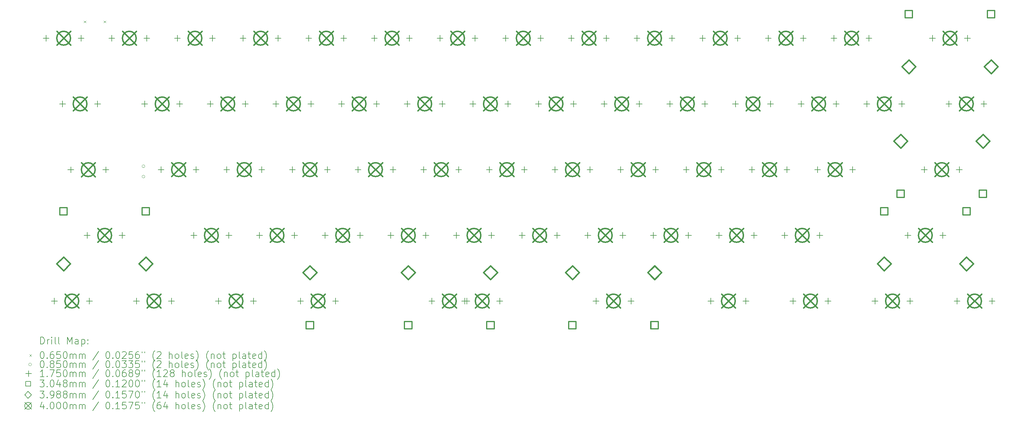
<source format=gbr>
%TF.GenerationSoftware,KiCad,Pcbnew,7.0.5*%
%TF.CreationDate,2023-07-26T01:46:39+09:00*%
%TF.ProjectId,Hotp4ck60,486f7470-3463-46b3-9630-2e6b69636164,rev?*%
%TF.SameCoordinates,Original*%
%TF.FileFunction,Drillmap*%
%TF.FilePolarity,Positive*%
%FSLAX45Y45*%
G04 Gerber Fmt 4.5, Leading zero omitted, Abs format (unit mm)*
G04 Created by KiCad (PCBNEW 7.0.5) date 2023-07-26 01:46:39*
%MOMM*%
%LPD*%
G01*
G04 APERTURE LIST*
%ADD10C,0.200000*%
%ADD11C,0.065000*%
%ADD12C,0.085000*%
%ADD13C,0.175000*%
%ADD14C,0.304800*%
%ADD15C,0.398780*%
%ADD16C,0.400000*%
G04 APERTURE END LIST*
D10*
D11*
X8679500Y-9174000D02*
X8744500Y-9239000D01*
X8744500Y-9174000D02*
X8679500Y-9239000D01*
X9257500Y-9174000D02*
X9322500Y-9239000D01*
X9322500Y-9174000D02*
X9257500Y-9239000D01*
D12*
X10454500Y-13396000D02*
G75*
G03*
X10454500Y-13396000I-42500J0D01*
G01*
X10454500Y-13696000D02*
G75*
G03*
X10454500Y-13696000I-42500J0D01*
G01*
D13*
X7588250Y-9596250D02*
X7588250Y-9771250D01*
X7500750Y-9683750D02*
X7675750Y-9683750D01*
X7826375Y-17216250D02*
X7826375Y-17391250D01*
X7738875Y-17303750D02*
X7913875Y-17303750D01*
X8064500Y-11501250D02*
X8064500Y-11676250D01*
X7977000Y-11588750D02*
X8152000Y-11588750D01*
X8302625Y-13408500D02*
X8302625Y-13583500D01*
X8215125Y-13496000D02*
X8390125Y-13496000D01*
X8604250Y-9596250D02*
X8604250Y-9771250D01*
X8516750Y-9683750D02*
X8691750Y-9683750D01*
X8778875Y-15311250D02*
X8778875Y-15486250D01*
X8691375Y-15398750D02*
X8866375Y-15398750D01*
X8842375Y-17216250D02*
X8842375Y-17391250D01*
X8754875Y-17303750D02*
X8929875Y-17303750D01*
X9080500Y-11501250D02*
X9080500Y-11676250D01*
X8993000Y-11588750D02*
X9168000Y-11588750D01*
X9318625Y-13408500D02*
X9318625Y-13583500D01*
X9231125Y-13496000D02*
X9406125Y-13496000D01*
X9493250Y-9596250D02*
X9493250Y-9771250D01*
X9405750Y-9683750D02*
X9580750Y-9683750D01*
X9794875Y-15311250D02*
X9794875Y-15486250D01*
X9707375Y-15398750D02*
X9882375Y-15398750D01*
X10207625Y-17216250D02*
X10207625Y-17391250D01*
X10120125Y-17303750D02*
X10295125Y-17303750D01*
X10445750Y-11501250D02*
X10445750Y-11676250D01*
X10358250Y-11588750D02*
X10533250Y-11588750D01*
X10509250Y-9596250D02*
X10509250Y-9771250D01*
X10421750Y-9683750D02*
X10596750Y-9683750D01*
X10922000Y-13406250D02*
X10922000Y-13581250D01*
X10834500Y-13493750D02*
X11009500Y-13493750D01*
X11223625Y-17216250D02*
X11223625Y-17391250D01*
X11136125Y-17303750D02*
X11311125Y-17303750D01*
X11398250Y-9596250D02*
X11398250Y-9771250D01*
X11310750Y-9683750D02*
X11485750Y-9683750D01*
X11461750Y-11501250D02*
X11461750Y-11676250D01*
X11374250Y-11588750D02*
X11549250Y-11588750D01*
X11874500Y-15311250D02*
X11874500Y-15486250D01*
X11787000Y-15398750D02*
X11962000Y-15398750D01*
X11938000Y-13406250D02*
X11938000Y-13581250D01*
X11850500Y-13493750D02*
X12025500Y-13493750D01*
X12350750Y-11501250D02*
X12350750Y-11676250D01*
X12263250Y-11588750D02*
X12438250Y-11588750D01*
X12414250Y-9596250D02*
X12414250Y-9771250D01*
X12326750Y-9683750D02*
X12501750Y-9683750D01*
X12588875Y-17216250D02*
X12588875Y-17391250D01*
X12501375Y-17303750D02*
X12676375Y-17303750D01*
X12827000Y-13406250D02*
X12827000Y-13581250D01*
X12739500Y-13493750D02*
X12914500Y-13493750D01*
X12890500Y-15311250D02*
X12890500Y-15486250D01*
X12803000Y-15398750D02*
X12978000Y-15398750D01*
X13303250Y-9596250D02*
X13303250Y-9771250D01*
X13215750Y-9683750D02*
X13390750Y-9683750D01*
X13366750Y-11501250D02*
X13366750Y-11676250D01*
X13279250Y-11588750D02*
X13454250Y-11588750D01*
X13604875Y-17216250D02*
X13604875Y-17391250D01*
X13517375Y-17303750D02*
X13692375Y-17303750D01*
X13779500Y-15311250D02*
X13779500Y-15486250D01*
X13692000Y-15398750D02*
X13867000Y-15398750D01*
X13843000Y-13406250D02*
X13843000Y-13581250D01*
X13755500Y-13493750D02*
X13930500Y-13493750D01*
X14255750Y-11501250D02*
X14255750Y-11676250D01*
X14168250Y-11588750D02*
X14343250Y-11588750D01*
X14319250Y-9596250D02*
X14319250Y-9771250D01*
X14231750Y-9683750D02*
X14406750Y-9683750D01*
X14732000Y-13406250D02*
X14732000Y-13581250D01*
X14644500Y-13493750D02*
X14819500Y-13493750D01*
X14795500Y-15311250D02*
X14795500Y-15486250D01*
X14708000Y-15398750D02*
X14883000Y-15398750D01*
X14970125Y-17216250D02*
X14970125Y-17391250D01*
X14882625Y-17303750D02*
X15057625Y-17303750D01*
X15208250Y-9596250D02*
X15208250Y-9771250D01*
X15120750Y-9683750D02*
X15295750Y-9683750D01*
X15271750Y-11501250D02*
X15271750Y-11676250D01*
X15184250Y-11588750D02*
X15359250Y-11588750D01*
X15684500Y-15311250D02*
X15684500Y-15486250D01*
X15597000Y-15398750D02*
X15772000Y-15398750D01*
X15748000Y-13406250D02*
X15748000Y-13581250D01*
X15660500Y-13493750D02*
X15835500Y-13493750D01*
X15986125Y-17216250D02*
X15986125Y-17391250D01*
X15898625Y-17303750D02*
X16073625Y-17303750D01*
X16160750Y-11501250D02*
X16160750Y-11676250D01*
X16073250Y-11588750D02*
X16248250Y-11588750D01*
X16224250Y-9596250D02*
X16224250Y-9771250D01*
X16136750Y-9683750D02*
X16311750Y-9683750D01*
X16637000Y-13406250D02*
X16637000Y-13581250D01*
X16549500Y-13493750D02*
X16724500Y-13493750D01*
X16700500Y-15311250D02*
X16700500Y-15486250D01*
X16613000Y-15398750D02*
X16788000Y-15398750D01*
X17113250Y-9596250D02*
X17113250Y-9771250D01*
X17025750Y-9683750D02*
X17200750Y-9683750D01*
X17176750Y-11501250D02*
X17176750Y-11676250D01*
X17089250Y-11588750D02*
X17264250Y-11588750D01*
X17589500Y-15311250D02*
X17589500Y-15486250D01*
X17502000Y-15398750D02*
X17677000Y-15398750D01*
X17653000Y-13406250D02*
X17653000Y-13581250D01*
X17565500Y-13493750D02*
X17740500Y-13493750D01*
X18065750Y-11501250D02*
X18065750Y-11676250D01*
X17978250Y-11588750D02*
X18153250Y-11588750D01*
X18129250Y-9596250D02*
X18129250Y-9771250D01*
X18041750Y-9683750D02*
X18216750Y-9683750D01*
X18542000Y-13406250D02*
X18542000Y-13581250D01*
X18454500Y-13493750D02*
X18629500Y-13493750D01*
X18605500Y-15311250D02*
X18605500Y-15486250D01*
X18518000Y-15398750D02*
X18693000Y-15398750D01*
X18780125Y-17216250D02*
X18780125Y-17391250D01*
X18692625Y-17303750D02*
X18867625Y-17303750D01*
X19018250Y-9596250D02*
X19018250Y-9771250D01*
X18930750Y-9683750D02*
X19105750Y-9683750D01*
X19081750Y-11501250D02*
X19081750Y-11676250D01*
X18994250Y-11588750D02*
X19169250Y-11588750D01*
X19494500Y-15311250D02*
X19494500Y-15486250D01*
X19407000Y-15398750D02*
X19582000Y-15398750D01*
X19558000Y-13406250D02*
X19558000Y-13581250D01*
X19470500Y-13493750D02*
X19645500Y-13493750D01*
X19732625Y-17216250D02*
X19732625Y-17391250D01*
X19645125Y-17303750D02*
X19820125Y-17303750D01*
X19796125Y-17216250D02*
X19796125Y-17391250D01*
X19708625Y-17303750D02*
X19883625Y-17303750D01*
X19970750Y-11501250D02*
X19970750Y-11676250D01*
X19883250Y-11588750D02*
X20058250Y-11588750D01*
X20034250Y-9596250D02*
X20034250Y-9771250D01*
X19946750Y-9683750D02*
X20121750Y-9683750D01*
X20447000Y-13406250D02*
X20447000Y-13581250D01*
X20359500Y-13493750D02*
X20534500Y-13493750D01*
X20510500Y-15311250D02*
X20510500Y-15486250D01*
X20423000Y-15398750D02*
X20598000Y-15398750D01*
X20748625Y-17216250D02*
X20748625Y-17391250D01*
X20661125Y-17303750D02*
X20836125Y-17303750D01*
X20923250Y-9596250D02*
X20923250Y-9771250D01*
X20835750Y-9683750D02*
X21010750Y-9683750D01*
X20986750Y-11501250D02*
X20986750Y-11676250D01*
X20899250Y-11588750D02*
X21074250Y-11588750D01*
X21399500Y-15311250D02*
X21399500Y-15486250D01*
X21312000Y-15398750D02*
X21487000Y-15398750D01*
X21463000Y-13406250D02*
X21463000Y-13581250D01*
X21375500Y-13493750D02*
X21550500Y-13493750D01*
X21875750Y-11501250D02*
X21875750Y-11676250D01*
X21788250Y-11588750D02*
X21963250Y-11588750D01*
X21939250Y-9596250D02*
X21939250Y-9771250D01*
X21851750Y-9683750D02*
X22026750Y-9683750D01*
X22352000Y-13406250D02*
X22352000Y-13581250D01*
X22264500Y-13493750D02*
X22439500Y-13493750D01*
X22415500Y-15311250D02*
X22415500Y-15486250D01*
X22328000Y-15398750D02*
X22503000Y-15398750D01*
X22828250Y-9596250D02*
X22828250Y-9771250D01*
X22740750Y-9683750D02*
X22915750Y-9683750D01*
X22891750Y-11501250D02*
X22891750Y-11676250D01*
X22804250Y-11588750D02*
X22979250Y-11588750D01*
X23304500Y-15311250D02*
X23304500Y-15486250D01*
X23217000Y-15398750D02*
X23392000Y-15398750D01*
X23368000Y-13406250D02*
X23368000Y-13581250D01*
X23280500Y-13493750D02*
X23455500Y-13493750D01*
X23542625Y-17216250D02*
X23542625Y-17391250D01*
X23455125Y-17303750D02*
X23630125Y-17303750D01*
X23780750Y-11501250D02*
X23780750Y-11676250D01*
X23693250Y-11588750D02*
X23868250Y-11588750D01*
X23844250Y-9596250D02*
X23844250Y-9771250D01*
X23756750Y-9683750D02*
X23931750Y-9683750D01*
X24257000Y-13406250D02*
X24257000Y-13581250D01*
X24169500Y-13493750D02*
X24344500Y-13493750D01*
X24320500Y-15311250D02*
X24320500Y-15486250D01*
X24233000Y-15398750D02*
X24408000Y-15398750D01*
X24558625Y-17216250D02*
X24558625Y-17391250D01*
X24471125Y-17303750D02*
X24646125Y-17303750D01*
X24733250Y-9596250D02*
X24733250Y-9771250D01*
X24645750Y-9683750D02*
X24820750Y-9683750D01*
X24796750Y-11501250D02*
X24796750Y-11676250D01*
X24709250Y-11588750D02*
X24884250Y-11588750D01*
X25209500Y-15311250D02*
X25209500Y-15486250D01*
X25122000Y-15398750D02*
X25297000Y-15398750D01*
X25273000Y-13406250D02*
X25273000Y-13581250D01*
X25185500Y-13493750D02*
X25360500Y-13493750D01*
X25685750Y-11501250D02*
X25685750Y-11676250D01*
X25598250Y-11588750D02*
X25773250Y-11588750D01*
X25749250Y-9596250D02*
X25749250Y-9771250D01*
X25661750Y-9683750D02*
X25836750Y-9683750D01*
X26162000Y-13406250D02*
X26162000Y-13581250D01*
X26074500Y-13493750D02*
X26249500Y-13493750D01*
X26225500Y-15311250D02*
X26225500Y-15486250D01*
X26138000Y-15398750D02*
X26313000Y-15398750D01*
X26638250Y-9596250D02*
X26638250Y-9771250D01*
X26550750Y-9683750D02*
X26725750Y-9683750D01*
X26701750Y-11501250D02*
X26701750Y-11676250D01*
X26614250Y-11588750D02*
X26789250Y-11588750D01*
X26876375Y-17216250D02*
X26876375Y-17391250D01*
X26788875Y-17303750D02*
X26963875Y-17303750D01*
X27114500Y-15311250D02*
X27114500Y-15486250D01*
X27027000Y-15398750D02*
X27202000Y-15398750D01*
X27178000Y-13406250D02*
X27178000Y-13581250D01*
X27090500Y-13493750D02*
X27265500Y-13493750D01*
X27590750Y-11501250D02*
X27590750Y-11676250D01*
X27503250Y-11588750D02*
X27678250Y-11588750D01*
X27654250Y-9596250D02*
X27654250Y-9771250D01*
X27566750Y-9683750D02*
X27741750Y-9683750D01*
X27892375Y-17216250D02*
X27892375Y-17391250D01*
X27804875Y-17303750D02*
X27979875Y-17303750D01*
X28067000Y-13406250D02*
X28067000Y-13581250D01*
X27979500Y-13493750D02*
X28154500Y-13493750D01*
X28130500Y-15311250D02*
X28130500Y-15486250D01*
X28043000Y-15398750D02*
X28218000Y-15398750D01*
X28543250Y-9596250D02*
X28543250Y-9771250D01*
X28455750Y-9683750D02*
X28630750Y-9683750D01*
X28606750Y-11501250D02*
X28606750Y-11676250D01*
X28519250Y-11588750D02*
X28694250Y-11588750D01*
X29019500Y-15311250D02*
X29019500Y-15486250D01*
X28932000Y-15398750D02*
X29107000Y-15398750D01*
X29083000Y-13406250D02*
X29083000Y-13581250D01*
X28995500Y-13493750D02*
X29170500Y-13493750D01*
X29257625Y-17216250D02*
X29257625Y-17391250D01*
X29170125Y-17303750D02*
X29345125Y-17303750D01*
X29495750Y-11501250D02*
X29495750Y-11676250D01*
X29408250Y-11588750D02*
X29583250Y-11588750D01*
X29559250Y-9596250D02*
X29559250Y-9771250D01*
X29471750Y-9683750D02*
X29646750Y-9683750D01*
X29972000Y-13406250D02*
X29972000Y-13581250D01*
X29884500Y-13493750D02*
X30059500Y-13493750D01*
X30035500Y-15311250D02*
X30035500Y-15486250D01*
X29948000Y-15398750D02*
X30123000Y-15398750D01*
X30273625Y-17216250D02*
X30273625Y-17391250D01*
X30186125Y-17303750D02*
X30361125Y-17303750D01*
X30448250Y-9596250D02*
X30448250Y-9771250D01*
X30360750Y-9683750D02*
X30535750Y-9683750D01*
X30511750Y-11501250D02*
X30511750Y-11676250D01*
X30424250Y-11588750D02*
X30599250Y-11588750D01*
X30988000Y-13406250D02*
X30988000Y-13581250D01*
X30900500Y-13493750D02*
X31075500Y-13493750D01*
X31400750Y-11501250D02*
X31400750Y-11676250D01*
X31313250Y-11588750D02*
X31488250Y-11588750D01*
X31464250Y-9596250D02*
X31464250Y-9771250D01*
X31376750Y-9683750D02*
X31551750Y-9683750D01*
X31638875Y-17216250D02*
X31638875Y-17391250D01*
X31551375Y-17303750D02*
X31726375Y-17303750D01*
X32416750Y-11501250D02*
X32416750Y-11676250D01*
X32329250Y-11588750D02*
X32504250Y-11588750D01*
X32591375Y-15311250D02*
X32591375Y-15486250D01*
X32503875Y-15398750D02*
X32678875Y-15398750D01*
X32654875Y-17216250D02*
X32654875Y-17391250D01*
X32567375Y-17303750D02*
X32742375Y-17303750D01*
X33067625Y-13406250D02*
X33067625Y-13581250D01*
X32980125Y-13493750D02*
X33155125Y-13493750D01*
X33305750Y-9596250D02*
X33305750Y-9771250D01*
X33218250Y-9683750D02*
X33393250Y-9683750D01*
X33607375Y-15311250D02*
X33607375Y-15486250D01*
X33519875Y-15398750D02*
X33694875Y-15398750D01*
X33782000Y-11501250D02*
X33782000Y-11676250D01*
X33694500Y-11588750D02*
X33869500Y-11588750D01*
X34020125Y-17216250D02*
X34020125Y-17391250D01*
X33932625Y-17303750D02*
X34107625Y-17303750D01*
X34083625Y-13406250D02*
X34083625Y-13581250D01*
X33996125Y-13493750D02*
X34171125Y-13493750D01*
X34321750Y-9596250D02*
X34321750Y-9771250D01*
X34234250Y-9683750D02*
X34409250Y-9683750D01*
X34798000Y-11501250D02*
X34798000Y-11676250D01*
X34710500Y-11588750D02*
X34885500Y-11588750D01*
X35036125Y-17216250D02*
X35036125Y-17391250D01*
X34948625Y-17303750D02*
X35123625Y-17303750D01*
D14*
X8200839Y-14808014D02*
X8200839Y-14592486D01*
X7985311Y-14592486D01*
X7985311Y-14808014D01*
X8200839Y-14808014D01*
X10588439Y-14808014D02*
X10588439Y-14592486D01*
X10372911Y-14592486D01*
X10372911Y-14808014D01*
X10588439Y-14808014D01*
X15348389Y-18110014D02*
X15348389Y-17894486D01*
X15132861Y-17894486D01*
X15132861Y-18110014D01*
X15348389Y-18110014D01*
X18202089Y-18110014D02*
X18202089Y-17894486D01*
X17986561Y-17894486D01*
X17986561Y-18110014D01*
X18202089Y-18110014D01*
X20589689Y-18110014D02*
X20589689Y-17894486D01*
X20374161Y-17894486D01*
X20374161Y-18110014D01*
X20589689Y-18110014D01*
X22964589Y-18110014D02*
X22964589Y-17894486D01*
X22749061Y-17894486D01*
X22749061Y-18110014D01*
X22964589Y-18110014D01*
X25348389Y-18110014D02*
X25348389Y-17894486D01*
X25132861Y-17894486D01*
X25132861Y-18110014D01*
X25348389Y-18110014D01*
X25352189Y-18110014D02*
X25352189Y-17894486D01*
X25136661Y-17894486D01*
X25136661Y-18110014D01*
X25352189Y-18110014D01*
X32013339Y-14808014D02*
X32013339Y-14592486D01*
X31797811Y-14592486D01*
X31797811Y-14808014D01*
X32013339Y-14808014D01*
X32489589Y-14300014D02*
X32489589Y-14084486D01*
X32274061Y-14084486D01*
X32274061Y-14300014D01*
X32489589Y-14300014D01*
X32727714Y-9093014D02*
X32727714Y-8877486D01*
X32512186Y-8877486D01*
X32512186Y-9093014D01*
X32727714Y-9093014D01*
X34400939Y-14808014D02*
X34400939Y-14592486D01*
X34185411Y-14592486D01*
X34185411Y-14808014D01*
X34400939Y-14808014D01*
X34877189Y-14300014D02*
X34877189Y-14084486D01*
X34661661Y-14084486D01*
X34661661Y-14300014D01*
X34877189Y-14300014D01*
X35115314Y-9093014D02*
X35115314Y-8877486D01*
X34899786Y-8877486D01*
X34899786Y-9093014D01*
X35115314Y-9093014D01*
D15*
X8093075Y-16423640D02*
X8292465Y-16224250D01*
X8093075Y-16024860D01*
X7893685Y-16224250D01*
X8093075Y-16423640D01*
X10480675Y-16423640D02*
X10680065Y-16224250D01*
X10480675Y-16024860D01*
X10281285Y-16224250D01*
X10480675Y-16423640D01*
X15240625Y-16677640D02*
X15440015Y-16478250D01*
X15240625Y-16278860D01*
X15041235Y-16478250D01*
X15240625Y-16677640D01*
X18094325Y-16677640D02*
X18293715Y-16478250D01*
X18094325Y-16278860D01*
X17894935Y-16478250D01*
X18094325Y-16677640D01*
X20481925Y-16677640D02*
X20681315Y-16478250D01*
X20481925Y-16278860D01*
X20282535Y-16478250D01*
X20481925Y-16677640D01*
X22856825Y-16677640D02*
X23056215Y-16478250D01*
X22856825Y-16278860D01*
X22657435Y-16478250D01*
X22856825Y-16677640D01*
X25240625Y-16677640D02*
X25440015Y-16478250D01*
X25240625Y-16278860D01*
X25041235Y-16478250D01*
X25240625Y-16677640D01*
X25244425Y-16677640D02*
X25443815Y-16478250D01*
X25244425Y-16278860D01*
X25045035Y-16478250D01*
X25244425Y-16677640D01*
X31905575Y-16423640D02*
X32104965Y-16224250D01*
X31905575Y-16024860D01*
X31706185Y-16224250D01*
X31905575Y-16423640D01*
X32381825Y-12867640D02*
X32581215Y-12668250D01*
X32381825Y-12468860D01*
X32182435Y-12668250D01*
X32381825Y-12867640D01*
X32619950Y-10708640D02*
X32819340Y-10509250D01*
X32619950Y-10309860D01*
X32420560Y-10509250D01*
X32619950Y-10708640D01*
X34293175Y-16423640D02*
X34492565Y-16224250D01*
X34293175Y-16024860D01*
X34093785Y-16224250D01*
X34293175Y-16423640D01*
X34769425Y-12867640D02*
X34968815Y-12668250D01*
X34769425Y-12468860D01*
X34570035Y-12668250D01*
X34769425Y-12867640D01*
X35007550Y-10708640D02*
X35206940Y-10509250D01*
X35007550Y-10309860D01*
X34808160Y-10509250D01*
X35007550Y-10708640D01*
D16*
X7896250Y-9483750D02*
X8296250Y-9883750D01*
X8296250Y-9483750D02*
X7896250Y-9883750D01*
X8296250Y-9683750D02*
G75*
G03*
X8296250Y-9683750I-200000J0D01*
G01*
X8134375Y-17103750D02*
X8534375Y-17503750D01*
X8534375Y-17103750D02*
X8134375Y-17503750D01*
X8534375Y-17303750D02*
G75*
G03*
X8534375Y-17303750I-200000J0D01*
G01*
X8372500Y-11388750D02*
X8772500Y-11788750D01*
X8772500Y-11388750D02*
X8372500Y-11788750D01*
X8772500Y-11588750D02*
G75*
G03*
X8772500Y-11588750I-200000J0D01*
G01*
X8610625Y-13296000D02*
X9010625Y-13696000D01*
X9010625Y-13296000D02*
X8610625Y-13696000D01*
X9010625Y-13496000D02*
G75*
G03*
X9010625Y-13496000I-200000J0D01*
G01*
X9086875Y-15198750D02*
X9486875Y-15598750D01*
X9486875Y-15198750D02*
X9086875Y-15598750D01*
X9486875Y-15398750D02*
G75*
G03*
X9486875Y-15398750I-200000J0D01*
G01*
X9801250Y-9483750D02*
X10201250Y-9883750D01*
X10201250Y-9483750D02*
X9801250Y-9883750D01*
X10201250Y-9683750D02*
G75*
G03*
X10201250Y-9683750I-200000J0D01*
G01*
X10515625Y-17103750D02*
X10915625Y-17503750D01*
X10915625Y-17103750D02*
X10515625Y-17503750D01*
X10915625Y-17303750D02*
G75*
G03*
X10915625Y-17303750I-200000J0D01*
G01*
X10753750Y-11388750D02*
X11153750Y-11788750D01*
X11153750Y-11388750D02*
X10753750Y-11788750D01*
X11153750Y-11588750D02*
G75*
G03*
X11153750Y-11588750I-200000J0D01*
G01*
X11230000Y-13293750D02*
X11630000Y-13693750D01*
X11630000Y-13293750D02*
X11230000Y-13693750D01*
X11630000Y-13493750D02*
G75*
G03*
X11630000Y-13493750I-200000J0D01*
G01*
X11706250Y-9483750D02*
X12106250Y-9883750D01*
X12106250Y-9483750D02*
X11706250Y-9883750D01*
X12106250Y-9683750D02*
G75*
G03*
X12106250Y-9683750I-200000J0D01*
G01*
X12182500Y-15198750D02*
X12582500Y-15598750D01*
X12582500Y-15198750D02*
X12182500Y-15598750D01*
X12582500Y-15398750D02*
G75*
G03*
X12582500Y-15398750I-200000J0D01*
G01*
X12658750Y-11388750D02*
X13058750Y-11788750D01*
X13058750Y-11388750D02*
X12658750Y-11788750D01*
X13058750Y-11588750D02*
G75*
G03*
X13058750Y-11588750I-200000J0D01*
G01*
X12896875Y-17103750D02*
X13296875Y-17503750D01*
X13296875Y-17103750D02*
X12896875Y-17503750D01*
X13296875Y-17303750D02*
G75*
G03*
X13296875Y-17303750I-200000J0D01*
G01*
X13135000Y-13293750D02*
X13535000Y-13693750D01*
X13535000Y-13293750D02*
X13135000Y-13693750D01*
X13535000Y-13493750D02*
G75*
G03*
X13535000Y-13493750I-200000J0D01*
G01*
X13611250Y-9483750D02*
X14011250Y-9883750D01*
X14011250Y-9483750D02*
X13611250Y-9883750D01*
X14011250Y-9683750D02*
G75*
G03*
X14011250Y-9683750I-200000J0D01*
G01*
X14087500Y-15198750D02*
X14487500Y-15598750D01*
X14487500Y-15198750D02*
X14087500Y-15598750D01*
X14487500Y-15398750D02*
G75*
G03*
X14487500Y-15398750I-200000J0D01*
G01*
X14563750Y-11388750D02*
X14963750Y-11788750D01*
X14963750Y-11388750D02*
X14563750Y-11788750D01*
X14963750Y-11588750D02*
G75*
G03*
X14963750Y-11588750I-200000J0D01*
G01*
X15040000Y-13293750D02*
X15440000Y-13693750D01*
X15440000Y-13293750D02*
X15040000Y-13693750D01*
X15440000Y-13493750D02*
G75*
G03*
X15440000Y-13493750I-200000J0D01*
G01*
X15278125Y-17103750D02*
X15678125Y-17503750D01*
X15678125Y-17103750D02*
X15278125Y-17503750D01*
X15678125Y-17303750D02*
G75*
G03*
X15678125Y-17303750I-200000J0D01*
G01*
X15516250Y-9483750D02*
X15916250Y-9883750D01*
X15916250Y-9483750D02*
X15516250Y-9883750D01*
X15916250Y-9683750D02*
G75*
G03*
X15916250Y-9683750I-200000J0D01*
G01*
X15992500Y-15198750D02*
X16392500Y-15598750D01*
X16392500Y-15198750D02*
X15992500Y-15598750D01*
X16392500Y-15398750D02*
G75*
G03*
X16392500Y-15398750I-200000J0D01*
G01*
X16468750Y-11388750D02*
X16868750Y-11788750D01*
X16868750Y-11388750D02*
X16468750Y-11788750D01*
X16868750Y-11588750D02*
G75*
G03*
X16868750Y-11588750I-200000J0D01*
G01*
X16945000Y-13293750D02*
X17345000Y-13693750D01*
X17345000Y-13293750D02*
X16945000Y-13693750D01*
X17345000Y-13493750D02*
G75*
G03*
X17345000Y-13493750I-200000J0D01*
G01*
X17421250Y-9483750D02*
X17821250Y-9883750D01*
X17821250Y-9483750D02*
X17421250Y-9883750D01*
X17821250Y-9683750D02*
G75*
G03*
X17821250Y-9683750I-200000J0D01*
G01*
X17897500Y-15198750D02*
X18297500Y-15598750D01*
X18297500Y-15198750D02*
X17897500Y-15598750D01*
X18297500Y-15398750D02*
G75*
G03*
X18297500Y-15398750I-200000J0D01*
G01*
X18373750Y-11388750D02*
X18773750Y-11788750D01*
X18773750Y-11388750D02*
X18373750Y-11788750D01*
X18773750Y-11588750D02*
G75*
G03*
X18773750Y-11588750I-200000J0D01*
G01*
X18850000Y-13293750D02*
X19250000Y-13693750D01*
X19250000Y-13293750D02*
X18850000Y-13693750D01*
X19250000Y-13493750D02*
G75*
G03*
X19250000Y-13493750I-200000J0D01*
G01*
X19088125Y-17103750D02*
X19488125Y-17503750D01*
X19488125Y-17103750D02*
X19088125Y-17503750D01*
X19488125Y-17303750D02*
G75*
G03*
X19488125Y-17303750I-200000J0D01*
G01*
X19326250Y-9483750D02*
X19726250Y-9883750D01*
X19726250Y-9483750D02*
X19326250Y-9883750D01*
X19726250Y-9683750D02*
G75*
G03*
X19726250Y-9683750I-200000J0D01*
G01*
X19802500Y-15198750D02*
X20202500Y-15598750D01*
X20202500Y-15198750D02*
X19802500Y-15598750D01*
X20202500Y-15398750D02*
G75*
G03*
X20202500Y-15398750I-200000J0D01*
G01*
X20040625Y-17103750D02*
X20440625Y-17503750D01*
X20440625Y-17103750D02*
X20040625Y-17503750D01*
X20440625Y-17303750D02*
G75*
G03*
X20440625Y-17303750I-200000J0D01*
G01*
X20278750Y-11388750D02*
X20678750Y-11788750D01*
X20678750Y-11388750D02*
X20278750Y-11788750D01*
X20678750Y-11588750D02*
G75*
G03*
X20678750Y-11588750I-200000J0D01*
G01*
X20755000Y-13293750D02*
X21155000Y-13693750D01*
X21155000Y-13293750D02*
X20755000Y-13693750D01*
X21155000Y-13493750D02*
G75*
G03*
X21155000Y-13493750I-200000J0D01*
G01*
X21231250Y-9483750D02*
X21631250Y-9883750D01*
X21631250Y-9483750D02*
X21231250Y-9883750D01*
X21631250Y-9683750D02*
G75*
G03*
X21631250Y-9683750I-200000J0D01*
G01*
X21707500Y-15198750D02*
X22107500Y-15598750D01*
X22107500Y-15198750D02*
X21707500Y-15598750D01*
X22107500Y-15398750D02*
G75*
G03*
X22107500Y-15398750I-200000J0D01*
G01*
X22183750Y-11388750D02*
X22583750Y-11788750D01*
X22583750Y-11388750D02*
X22183750Y-11788750D01*
X22583750Y-11588750D02*
G75*
G03*
X22583750Y-11588750I-200000J0D01*
G01*
X22660000Y-13293750D02*
X23060000Y-13693750D01*
X23060000Y-13293750D02*
X22660000Y-13693750D01*
X23060000Y-13493750D02*
G75*
G03*
X23060000Y-13493750I-200000J0D01*
G01*
X23136250Y-9483750D02*
X23536250Y-9883750D01*
X23536250Y-9483750D02*
X23136250Y-9883750D01*
X23536250Y-9683750D02*
G75*
G03*
X23536250Y-9683750I-200000J0D01*
G01*
X23612500Y-15198750D02*
X24012500Y-15598750D01*
X24012500Y-15198750D02*
X23612500Y-15598750D01*
X24012500Y-15398750D02*
G75*
G03*
X24012500Y-15398750I-200000J0D01*
G01*
X23850625Y-17103750D02*
X24250625Y-17503750D01*
X24250625Y-17103750D02*
X23850625Y-17503750D01*
X24250625Y-17303750D02*
G75*
G03*
X24250625Y-17303750I-200000J0D01*
G01*
X24088750Y-11388750D02*
X24488750Y-11788750D01*
X24488750Y-11388750D02*
X24088750Y-11788750D01*
X24488750Y-11588750D02*
G75*
G03*
X24488750Y-11588750I-200000J0D01*
G01*
X24565000Y-13293750D02*
X24965000Y-13693750D01*
X24965000Y-13293750D02*
X24565000Y-13693750D01*
X24965000Y-13493750D02*
G75*
G03*
X24965000Y-13493750I-200000J0D01*
G01*
X25041250Y-9483750D02*
X25441250Y-9883750D01*
X25441250Y-9483750D02*
X25041250Y-9883750D01*
X25441250Y-9683750D02*
G75*
G03*
X25441250Y-9683750I-200000J0D01*
G01*
X25517500Y-15198750D02*
X25917500Y-15598750D01*
X25917500Y-15198750D02*
X25517500Y-15598750D01*
X25917500Y-15398750D02*
G75*
G03*
X25917500Y-15398750I-200000J0D01*
G01*
X25993750Y-11388750D02*
X26393750Y-11788750D01*
X26393750Y-11388750D02*
X25993750Y-11788750D01*
X26393750Y-11588750D02*
G75*
G03*
X26393750Y-11588750I-200000J0D01*
G01*
X26470000Y-13293750D02*
X26870000Y-13693750D01*
X26870000Y-13293750D02*
X26470000Y-13693750D01*
X26870000Y-13493750D02*
G75*
G03*
X26870000Y-13493750I-200000J0D01*
G01*
X26946250Y-9483750D02*
X27346250Y-9883750D01*
X27346250Y-9483750D02*
X26946250Y-9883750D01*
X27346250Y-9683750D02*
G75*
G03*
X27346250Y-9683750I-200000J0D01*
G01*
X27184375Y-17103750D02*
X27584375Y-17503750D01*
X27584375Y-17103750D02*
X27184375Y-17503750D01*
X27584375Y-17303750D02*
G75*
G03*
X27584375Y-17303750I-200000J0D01*
G01*
X27422500Y-15198750D02*
X27822500Y-15598750D01*
X27822500Y-15198750D02*
X27422500Y-15598750D01*
X27822500Y-15398750D02*
G75*
G03*
X27822500Y-15398750I-200000J0D01*
G01*
X27898750Y-11388750D02*
X28298750Y-11788750D01*
X28298750Y-11388750D02*
X27898750Y-11788750D01*
X28298750Y-11588750D02*
G75*
G03*
X28298750Y-11588750I-200000J0D01*
G01*
X28375000Y-13293750D02*
X28775000Y-13693750D01*
X28775000Y-13293750D02*
X28375000Y-13693750D01*
X28775000Y-13493750D02*
G75*
G03*
X28775000Y-13493750I-200000J0D01*
G01*
X28851250Y-9483750D02*
X29251250Y-9883750D01*
X29251250Y-9483750D02*
X28851250Y-9883750D01*
X29251250Y-9683750D02*
G75*
G03*
X29251250Y-9683750I-200000J0D01*
G01*
X29327500Y-15198750D02*
X29727500Y-15598750D01*
X29727500Y-15198750D02*
X29327500Y-15598750D01*
X29727500Y-15398750D02*
G75*
G03*
X29727500Y-15398750I-200000J0D01*
G01*
X29565625Y-17103750D02*
X29965625Y-17503750D01*
X29965625Y-17103750D02*
X29565625Y-17503750D01*
X29965625Y-17303750D02*
G75*
G03*
X29965625Y-17303750I-200000J0D01*
G01*
X29803750Y-11388750D02*
X30203750Y-11788750D01*
X30203750Y-11388750D02*
X29803750Y-11788750D01*
X30203750Y-11588750D02*
G75*
G03*
X30203750Y-11588750I-200000J0D01*
G01*
X30280000Y-13293750D02*
X30680000Y-13693750D01*
X30680000Y-13293750D02*
X30280000Y-13693750D01*
X30680000Y-13493750D02*
G75*
G03*
X30680000Y-13493750I-200000J0D01*
G01*
X30756250Y-9483750D02*
X31156250Y-9883750D01*
X31156250Y-9483750D02*
X30756250Y-9883750D01*
X31156250Y-9683750D02*
G75*
G03*
X31156250Y-9683750I-200000J0D01*
G01*
X31708750Y-11388750D02*
X32108750Y-11788750D01*
X32108750Y-11388750D02*
X31708750Y-11788750D01*
X32108750Y-11588750D02*
G75*
G03*
X32108750Y-11588750I-200000J0D01*
G01*
X31946875Y-17103750D02*
X32346875Y-17503750D01*
X32346875Y-17103750D02*
X31946875Y-17503750D01*
X32346875Y-17303750D02*
G75*
G03*
X32346875Y-17303750I-200000J0D01*
G01*
X32899375Y-15198750D02*
X33299375Y-15598750D01*
X33299375Y-15198750D02*
X32899375Y-15598750D01*
X33299375Y-15398750D02*
G75*
G03*
X33299375Y-15398750I-200000J0D01*
G01*
X33375625Y-13293750D02*
X33775625Y-13693750D01*
X33775625Y-13293750D02*
X33375625Y-13693750D01*
X33775625Y-13493750D02*
G75*
G03*
X33775625Y-13493750I-200000J0D01*
G01*
X33613750Y-9483750D02*
X34013750Y-9883750D01*
X34013750Y-9483750D02*
X33613750Y-9883750D01*
X34013750Y-9683750D02*
G75*
G03*
X34013750Y-9683750I-200000J0D01*
G01*
X34090000Y-11388750D02*
X34490000Y-11788750D01*
X34490000Y-11388750D02*
X34090000Y-11788750D01*
X34490000Y-11588750D02*
G75*
G03*
X34490000Y-11588750I-200000J0D01*
G01*
X34328125Y-17103750D02*
X34728125Y-17503750D01*
X34728125Y-17103750D02*
X34328125Y-17503750D01*
X34728125Y-17303750D02*
G75*
G03*
X34728125Y-17303750I-200000J0D01*
G01*
D10*
X7427027Y-18550234D02*
X7427027Y-18350234D01*
X7427027Y-18350234D02*
X7474646Y-18350234D01*
X7474646Y-18350234D02*
X7503217Y-18359758D01*
X7503217Y-18359758D02*
X7522265Y-18378805D01*
X7522265Y-18378805D02*
X7531789Y-18397853D01*
X7531789Y-18397853D02*
X7541312Y-18435948D01*
X7541312Y-18435948D02*
X7541312Y-18464520D01*
X7541312Y-18464520D02*
X7531789Y-18502615D01*
X7531789Y-18502615D02*
X7522265Y-18521662D01*
X7522265Y-18521662D02*
X7503217Y-18540710D01*
X7503217Y-18540710D02*
X7474646Y-18550234D01*
X7474646Y-18550234D02*
X7427027Y-18550234D01*
X7627027Y-18550234D02*
X7627027Y-18416900D01*
X7627027Y-18454996D02*
X7636551Y-18435948D01*
X7636551Y-18435948D02*
X7646074Y-18426424D01*
X7646074Y-18426424D02*
X7665122Y-18416900D01*
X7665122Y-18416900D02*
X7684170Y-18416900D01*
X7750836Y-18550234D02*
X7750836Y-18416900D01*
X7750836Y-18350234D02*
X7741312Y-18359758D01*
X7741312Y-18359758D02*
X7750836Y-18369281D01*
X7750836Y-18369281D02*
X7760360Y-18359758D01*
X7760360Y-18359758D02*
X7750836Y-18350234D01*
X7750836Y-18350234D02*
X7750836Y-18369281D01*
X7874646Y-18550234D02*
X7855598Y-18540710D01*
X7855598Y-18540710D02*
X7846074Y-18521662D01*
X7846074Y-18521662D02*
X7846074Y-18350234D01*
X7979408Y-18550234D02*
X7960360Y-18540710D01*
X7960360Y-18540710D02*
X7950836Y-18521662D01*
X7950836Y-18521662D02*
X7950836Y-18350234D01*
X8207979Y-18550234D02*
X8207979Y-18350234D01*
X8207979Y-18350234D02*
X8274646Y-18493091D01*
X8274646Y-18493091D02*
X8341312Y-18350234D01*
X8341312Y-18350234D02*
X8341312Y-18550234D01*
X8522265Y-18550234D02*
X8522265Y-18445472D01*
X8522265Y-18445472D02*
X8512741Y-18426424D01*
X8512741Y-18426424D02*
X8493694Y-18416900D01*
X8493694Y-18416900D02*
X8455598Y-18416900D01*
X8455598Y-18416900D02*
X8436551Y-18426424D01*
X8522265Y-18540710D02*
X8503217Y-18550234D01*
X8503217Y-18550234D02*
X8455598Y-18550234D01*
X8455598Y-18550234D02*
X8436551Y-18540710D01*
X8436551Y-18540710D02*
X8427027Y-18521662D01*
X8427027Y-18521662D02*
X8427027Y-18502615D01*
X8427027Y-18502615D02*
X8436551Y-18483567D01*
X8436551Y-18483567D02*
X8455598Y-18474043D01*
X8455598Y-18474043D02*
X8503217Y-18474043D01*
X8503217Y-18474043D02*
X8522265Y-18464520D01*
X8617503Y-18416900D02*
X8617503Y-18616900D01*
X8617503Y-18426424D02*
X8636551Y-18416900D01*
X8636551Y-18416900D02*
X8674646Y-18416900D01*
X8674646Y-18416900D02*
X8693694Y-18426424D01*
X8693694Y-18426424D02*
X8703217Y-18435948D01*
X8703217Y-18435948D02*
X8712741Y-18454996D01*
X8712741Y-18454996D02*
X8712741Y-18512139D01*
X8712741Y-18512139D02*
X8703217Y-18531186D01*
X8703217Y-18531186D02*
X8693694Y-18540710D01*
X8693694Y-18540710D02*
X8674646Y-18550234D01*
X8674646Y-18550234D02*
X8636551Y-18550234D01*
X8636551Y-18550234D02*
X8617503Y-18540710D01*
X8798455Y-18531186D02*
X8807979Y-18540710D01*
X8807979Y-18540710D02*
X8798455Y-18550234D01*
X8798455Y-18550234D02*
X8788932Y-18540710D01*
X8788932Y-18540710D02*
X8798455Y-18531186D01*
X8798455Y-18531186D02*
X8798455Y-18550234D01*
X8798455Y-18426424D02*
X8807979Y-18435948D01*
X8807979Y-18435948D02*
X8798455Y-18445472D01*
X8798455Y-18445472D02*
X8788932Y-18435948D01*
X8788932Y-18435948D02*
X8798455Y-18426424D01*
X8798455Y-18426424D02*
X8798455Y-18445472D01*
D11*
X7101250Y-18846250D02*
X7166250Y-18911250D01*
X7166250Y-18846250D02*
X7101250Y-18911250D01*
D10*
X7465122Y-18770234D02*
X7484170Y-18770234D01*
X7484170Y-18770234D02*
X7503217Y-18779758D01*
X7503217Y-18779758D02*
X7512741Y-18789281D01*
X7512741Y-18789281D02*
X7522265Y-18808329D01*
X7522265Y-18808329D02*
X7531789Y-18846424D01*
X7531789Y-18846424D02*
X7531789Y-18894043D01*
X7531789Y-18894043D02*
X7522265Y-18932139D01*
X7522265Y-18932139D02*
X7512741Y-18951186D01*
X7512741Y-18951186D02*
X7503217Y-18960710D01*
X7503217Y-18960710D02*
X7484170Y-18970234D01*
X7484170Y-18970234D02*
X7465122Y-18970234D01*
X7465122Y-18970234D02*
X7446074Y-18960710D01*
X7446074Y-18960710D02*
X7436551Y-18951186D01*
X7436551Y-18951186D02*
X7427027Y-18932139D01*
X7427027Y-18932139D02*
X7417503Y-18894043D01*
X7417503Y-18894043D02*
X7417503Y-18846424D01*
X7417503Y-18846424D02*
X7427027Y-18808329D01*
X7427027Y-18808329D02*
X7436551Y-18789281D01*
X7436551Y-18789281D02*
X7446074Y-18779758D01*
X7446074Y-18779758D02*
X7465122Y-18770234D01*
X7617503Y-18951186D02*
X7627027Y-18960710D01*
X7627027Y-18960710D02*
X7617503Y-18970234D01*
X7617503Y-18970234D02*
X7607979Y-18960710D01*
X7607979Y-18960710D02*
X7617503Y-18951186D01*
X7617503Y-18951186D02*
X7617503Y-18970234D01*
X7798455Y-18770234D02*
X7760360Y-18770234D01*
X7760360Y-18770234D02*
X7741312Y-18779758D01*
X7741312Y-18779758D02*
X7731789Y-18789281D01*
X7731789Y-18789281D02*
X7712741Y-18817853D01*
X7712741Y-18817853D02*
X7703217Y-18855948D01*
X7703217Y-18855948D02*
X7703217Y-18932139D01*
X7703217Y-18932139D02*
X7712741Y-18951186D01*
X7712741Y-18951186D02*
X7722265Y-18960710D01*
X7722265Y-18960710D02*
X7741312Y-18970234D01*
X7741312Y-18970234D02*
X7779408Y-18970234D01*
X7779408Y-18970234D02*
X7798455Y-18960710D01*
X7798455Y-18960710D02*
X7807979Y-18951186D01*
X7807979Y-18951186D02*
X7817503Y-18932139D01*
X7817503Y-18932139D02*
X7817503Y-18884520D01*
X7817503Y-18884520D02*
X7807979Y-18865472D01*
X7807979Y-18865472D02*
X7798455Y-18855948D01*
X7798455Y-18855948D02*
X7779408Y-18846424D01*
X7779408Y-18846424D02*
X7741312Y-18846424D01*
X7741312Y-18846424D02*
X7722265Y-18855948D01*
X7722265Y-18855948D02*
X7712741Y-18865472D01*
X7712741Y-18865472D02*
X7703217Y-18884520D01*
X7998455Y-18770234D02*
X7903217Y-18770234D01*
X7903217Y-18770234D02*
X7893693Y-18865472D01*
X7893693Y-18865472D02*
X7903217Y-18855948D01*
X7903217Y-18855948D02*
X7922265Y-18846424D01*
X7922265Y-18846424D02*
X7969884Y-18846424D01*
X7969884Y-18846424D02*
X7988932Y-18855948D01*
X7988932Y-18855948D02*
X7998455Y-18865472D01*
X7998455Y-18865472D02*
X8007979Y-18884520D01*
X8007979Y-18884520D02*
X8007979Y-18932139D01*
X8007979Y-18932139D02*
X7998455Y-18951186D01*
X7998455Y-18951186D02*
X7988932Y-18960710D01*
X7988932Y-18960710D02*
X7969884Y-18970234D01*
X7969884Y-18970234D02*
X7922265Y-18970234D01*
X7922265Y-18970234D02*
X7903217Y-18960710D01*
X7903217Y-18960710D02*
X7893693Y-18951186D01*
X8131789Y-18770234D02*
X8150836Y-18770234D01*
X8150836Y-18770234D02*
X8169884Y-18779758D01*
X8169884Y-18779758D02*
X8179408Y-18789281D01*
X8179408Y-18789281D02*
X8188932Y-18808329D01*
X8188932Y-18808329D02*
X8198455Y-18846424D01*
X8198455Y-18846424D02*
X8198455Y-18894043D01*
X8198455Y-18894043D02*
X8188932Y-18932139D01*
X8188932Y-18932139D02*
X8179408Y-18951186D01*
X8179408Y-18951186D02*
X8169884Y-18960710D01*
X8169884Y-18960710D02*
X8150836Y-18970234D01*
X8150836Y-18970234D02*
X8131789Y-18970234D01*
X8131789Y-18970234D02*
X8112741Y-18960710D01*
X8112741Y-18960710D02*
X8103217Y-18951186D01*
X8103217Y-18951186D02*
X8093693Y-18932139D01*
X8093693Y-18932139D02*
X8084170Y-18894043D01*
X8084170Y-18894043D02*
X8084170Y-18846424D01*
X8084170Y-18846424D02*
X8093693Y-18808329D01*
X8093693Y-18808329D02*
X8103217Y-18789281D01*
X8103217Y-18789281D02*
X8112741Y-18779758D01*
X8112741Y-18779758D02*
X8131789Y-18770234D01*
X8284170Y-18970234D02*
X8284170Y-18836900D01*
X8284170Y-18855948D02*
X8293693Y-18846424D01*
X8293693Y-18846424D02*
X8312741Y-18836900D01*
X8312741Y-18836900D02*
X8341313Y-18836900D01*
X8341313Y-18836900D02*
X8360360Y-18846424D01*
X8360360Y-18846424D02*
X8369884Y-18865472D01*
X8369884Y-18865472D02*
X8369884Y-18970234D01*
X8369884Y-18865472D02*
X8379408Y-18846424D01*
X8379408Y-18846424D02*
X8398455Y-18836900D01*
X8398455Y-18836900D02*
X8427027Y-18836900D01*
X8427027Y-18836900D02*
X8446075Y-18846424D01*
X8446075Y-18846424D02*
X8455598Y-18865472D01*
X8455598Y-18865472D02*
X8455598Y-18970234D01*
X8550836Y-18970234D02*
X8550836Y-18836900D01*
X8550836Y-18855948D02*
X8560360Y-18846424D01*
X8560360Y-18846424D02*
X8579408Y-18836900D01*
X8579408Y-18836900D02*
X8607979Y-18836900D01*
X8607979Y-18836900D02*
X8627027Y-18846424D01*
X8627027Y-18846424D02*
X8636551Y-18865472D01*
X8636551Y-18865472D02*
X8636551Y-18970234D01*
X8636551Y-18865472D02*
X8646075Y-18846424D01*
X8646075Y-18846424D02*
X8665122Y-18836900D01*
X8665122Y-18836900D02*
X8693694Y-18836900D01*
X8693694Y-18836900D02*
X8712741Y-18846424D01*
X8712741Y-18846424D02*
X8722265Y-18865472D01*
X8722265Y-18865472D02*
X8722265Y-18970234D01*
X9112741Y-18760710D02*
X8941313Y-19017853D01*
X9369884Y-18770234D02*
X9388932Y-18770234D01*
X9388932Y-18770234D02*
X9407979Y-18779758D01*
X9407979Y-18779758D02*
X9417503Y-18789281D01*
X9417503Y-18789281D02*
X9427027Y-18808329D01*
X9427027Y-18808329D02*
X9436551Y-18846424D01*
X9436551Y-18846424D02*
X9436551Y-18894043D01*
X9436551Y-18894043D02*
X9427027Y-18932139D01*
X9427027Y-18932139D02*
X9417503Y-18951186D01*
X9417503Y-18951186D02*
X9407979Y-18960710D01*
X9407979Y-18960710D02*
X9388932Y-18970234D01*
X9388932Y-18970234D02*
X9369884Y-18970234D01*
X9369884Y-18970234D02*
X9350837Y-18960710D01*
X9350837Y-18960710D02*
X9341313Y-18951186D01*
X9341313Y-18951186D02*
X9331789Y-18932139D01*
X9331789Y-18932139D02*
X9322265Y-18894043D01*
X9322265Y-18894043D02*
X9322265Y-18846424D01*
X9322265Y-18846424D02*
X9331789Y-18808329D01*
X9331789Y-18808329D02*
X9341313Y-18789281D01*
X9341313Y-18789281D02*
X9350837Y-18779758D01*
X9350837Y-18779758D02*
X9369884Y-18770234D01*
X9522265Y-18951186D02*
X9531789Y-18960710D01*
X9531789Y-18960710D02*
X9522265Y-18970234D01*
X9522265Y-18970234D02*
X9512741Y-18960710D01*
X9512741Y-18960710D02*
X9522265Y-18951186D01*
X9522265Y-18951186D02*
X9522265Y-18970234D01*
X9655598Y-18770234D02*
X9674646Y-18770234D01*
X9674646Y-18770234D02*
X9693694Y-18779758D01*
X9693694Y-18779758D02*
X9703218Y-18789281D01*
X9703218Y-18789281D02*
X9712741Y-18808329D01*
X9712741Y-18808329D02*
X9722265Y-18846424D01*
X9722265Y-18846424D02*
X9722265Y-18894043D01*
X9722265Y-18894043D02*
X9712741Y-18932139D01*
X9712741Y-18932139D02*
X9703218Y-18951186D01*
X9703218Y-18951186D02*
X9693694Y-18960710D01*
X9693694Y-18960710D02*
X9674646Y-18970234D01*
X9674646Y-18970234D02*
X9655598Y-18970234D01*
X9655598Y-18970234D02*
X9636551Y-18960710D01*
X9636551Y-18960710D02*
X9627027Y-18951186D01*
X9627027Y-18951186D02*
X9617503Y-18932139D01*
X9617503Y-18932139D02*
X9607979Y-18894043D01*
X9607979Y-18894043D02*
X9607979Y-18846424D01*
X9607979Y-18846424D02*
X9617503Y-18808329D01*
X9617503Y-18808329D02*
X9627027Y-18789281D01*
X9627027Y-18789281D02*
X9636551Y-18779758D01*
X9636551Y-18779758D02*
X9655598Y-18770234D01*
X9798456Y-18789281D02*
X9807979Y-18779758D01*
X9807979Y-18779758D02*
X9827027Y-18770234D01*
X9827027Y-18770234D02*
X9874646Y-18770234D01*
X9874646Y-18770234D02*
X9893694Y-18779758D01*
X9893694Y-18779758D02*
X9903218Y-18789281D01*
X9903218Y-18789281D02*
X9912741Y-18808329D01*
X9912741Y-18808329D02*
X9912741Y-18827377D01*
X9912741Y-18827377D02*
X9903218Y-18855948D01*
X9903218Y-18855948D02*
X9788932Y-18970234D01*
X9788932Y-18970234D02*
X9912741Y-18970234D01*
X10093694Y-18770234D02*
X9998456Y-18770234D01*
X9998456Y-18770234D02*
X9988932Y-18865472D01*
X9988932Y-18865472D02*
X9998456Y-18855948D01*
X9998456Y-18855948D02*
X10017503Y-18846424D01*
X10017503Y-18846424D02*
X10065122Y-18846424D01*
X10065122Y-18846424D02*
X10084170Y-18855948D01*
X10084170Y-18855948D02*
X10093694Y-18865472D01*
X10093694Y-18865472D02*
X10103218Y-18884520D01*
X10103218Y-18884520D02*
X10103218Y-18932139D01*
X10103218Y-18932139D02*
X10093694Y-18951186D01*
X10093694Y-18951186D02*
X10084170Y-18960710D01*
X10084170Y-18960710D02*
X10065122Y-18970234D01*
X10065122Y-18970234D02*
X10017503Y-18970234D01*
X10017503Y-18970234D02*
X9998456Y-18960710D01*
X9998456Y-18960710D02*
X9988932Y-18951186D01*
X10274646Y-18770234D02*
X10236551Y-18770234D01*
X10236551Y-18770234D02*
X10217503Y-18779758D01*
X10217503Y-18779758D02*
X10207979Y-18789281D01*
X10207979Y-18789281D02*
X10188932Y-18817853D01*
X10188932Y-18817853D02*
X10179408Y-18855948D01*
X10179408Y-18855948D02*
X10179408Y-18932139D01*
X10179408Y-18932139D02*
X10188932Y-18951186D01*
X10188932Y-18951186D02*
X10198456Y-18960710D01*
X10198456Y-18960710D02*
X10217503Y-18970234D01*
X10217503Y-18970234D02*
X10255599Y-18970234D01*
X10255599Y-18970234D02*
X10274646Y-18960710D01*
X10274646Y-18960710D02*
X10284170Y-18951186D01*
X10284170Y-18951186D02*
X10293694Y-18932139D01*
X10293694Y-18932139D02*
X10293694Y-18884520D01*
X10293694Y-18884520D02*
X10284170Y-18865472D01*
X10284170Y-18865472D02*
X10274646Y-18855948D01*
X10274646Y-18855948D02*
X10255599Y-18846424D01*
X10255599Y-18846424D02*
X10217503Y-18846424D01*
X10217503Y-18846424D02*
X10198456Y-18855948D01*
X10198456Y-18855948D02*
X10188932Y-18865472D01*
X10188932Y-18865472D02*
X10179408Y-18884520D01*
X10369884Y-18770234D02*
X10369884Y-18808329D01*
X10446075Y-18770234D02*
X10446075Y-18808329D01*
X10741313Y-19046424D02*
X10731789Y-19036900D01*
X10731789Y-19036900D02*
X10712741Y-19008329D01*
X10712741Y-19008329D02*
X10703218Y-18989281D01*
X10703218Y-18989281D02*
X10693694Y-18960710D01*
X10693694Y-18960710D02*
X10684170Y-18913091D01*
X10684170Y-18913091D02*
X10684170Y-18874996D01*
X10684170Y-18874996D02*
X10693694Y-18827377D01*
X10693694Y-18827377D02*
X10703218Y-18798805D01*
X10703218Y-18798805D02*
X10712741Y-18779758D01*
X10712741Y-18779758D02*
X10731789Y-18751186D01*
X10731789Y-18751186D02*
X10741313Y-18741662D01*
X10807980Y-18789281D02*
X10817503Y-18779758D01*
X10817503Y-18779758D02*
X10836551Y-18770234D01*
X10836551Y-18770234D02*
X10884170Y-18770234D01*
X10884170Y-18770234D02*
X10903218Y-18779758D01*
X10903218Y-18779758D02*
X10912741Y-18789281D01*
X10912741Y-18789281D02*
X10922265Y-18808329D01*
X10922265Y-18808329D02*
X10922265Y-18827377D01*
X10922265Y-18827377D02*
X10912741Y-18855948D01*
X10912741Y-18855948D02*
X10798456Y-18970234D01*
X10798456Y-18970234D02*
X10922265Y-18970234D01*
X11160361Y-18970234D02*
X11160361Y-18770234D01*
X11246075Y-18970234D02*
X11246075Y-18865472D01*
X11246075Y-18865472D02*
X11236551Y-18846424D01*
X11236551Y-18846424D02*
X11217503Y-18836900D01*
X11217503Y-18836900D02*
X11188932Y-18836900D01*
X11188932Y-18836900D02*
X11169884Y-18846424D01*
X11169884Y-18846424D02*
X11160361Y-18855948D01*
X11369884Y-18970234D02*
X11350837Y-18960710D01*
X11350837Y-18960710D02*
X11341313Y-18951186D01*
X11341313Y-18951186D02*
X11331789Y-18932139D01*
X11331789Y-18932139D02*
X11331789Y-18874996D01*
X11331789Y-18874996D02*
X11341313Y-18855948D01*
X11341313Y-18855948D02*
X11350837Y-18846424D01*
X11350837Y-18846424D02*
X11369884Y-18836900D01*
X11369884Y-18836900D02*
X11398456Y-18836900D01*
X11398456Y-18836900D02*
X11417503Y-18846424D01*
X11417503Y-18846424D02*
X11427027Y-18855948D01*
X11427027Y-18855948D02*
X11436551Y-18874996D01*
X11436551Y-18874996D02*
X11436551Y-18932139D01*
X11436551Y-18932139D02*
X11427027Y-18951186D01*
X11427027Y-18951186D02*
X11417503Y-18960710D01*
X11417503Y-18960710D02*
X11398456Y-18970234D01*
X11398456Y-18970234D02*
X11369884Y-18970234D01*
X11550837Y-18970234D02*
X11531789Y-18960710D01*
X11531789Y-18960710D02*
X11522265Y-18941662D01*
X11522265Y-18941662D02*
X11522265Y-18770234D01*
X11703218Y-18960710D02*
X11684170Y-18970234D01*
X11684170Y-18970234D02*
X11646075Y-18970234D01*
X11646075Y-18970234D02*
X11627027Y-18960710D01*
X11627027Y-18960710D02*
X11617503Y-18941662D01*
X11617503Y-18941662D02*
X11617503Y-18865472D01*
X11617503Y-18865472D02*
X11627027Y-18846424D01*
X11627027Y-18846424D02*
X11646075Y-18836900D01*
X11646075Y-18836900D02*
X11684170Y-18836900D01*
X11684170Y-18836900D02*
X11703218Y-18846424D01*
X11703218Y-18846424D02*
X11712741Y-18865472D01*
X11712741Y-18865472D02*
X11712741Y-18884520D01*
X11712741Y-18884520D02*
X11617503Y-18903567D01*
X11788932Y-18960710D02*
X11807980Y-18970234D01*
X11807980Y-18970234D02*
X11846075Y-18970234D01*
X11846075Y-18970234D02*
X11865122Y-18960710D01*
X11865122Y-18960710D02*
X11874646Y-18941662D01*
X11874646Y-18941662D02*
X11874646Y-18932139D01*
X11874646Y-18932139D02*
X11865122Y-18913091D01*
X11865122Y-18913091D02*
X11846075Y-18903567D01*
X11846075Y-18903567D02*
X11817503Y-18903567D01*
X11817503Y-18903567D02*
X11798456Y-18894043D01*
X11798456Y-18894043D02*
X11788932Y-18874996D01*
X11788932Y-18874996D02*
X11788932Y-18865472D01*
X11788932Y-18865472D02*
X11798456Y-18846424D01*
X11798456Y-18846424D02*
X11817503Y-18836900D01*
X11817503Y-18836900D02*
X11846075Y-18836900D01*
X11846075Y-18836900D02*
X11865122Y-18846424D01*
X11941313Y-19046424D02*
X11950837Y-19036900D01*
X11950837Y-19036900D02*
X11969884Y-19008329D01*
X11969884Y-19008329D02*
X11979408Y-18989281D01*
X11979408Y-18989281D02*
X11988932Y-18960710D01*
X11988932Y-18960710D02*
X11998456Y-18913091D01*
X11998456Y-18913091D02*
X11998456Y-18874996D01*
X11998456Y-18874996D02*
X11988932Y-18827377D01*
X11988932Y-18827377D02*
X11979408Y-18798805D01*
X11979408Y-18798805D02*
X11969884Y-18779758D01*
X11969884Y-18779758D02*
X11950837Y-18751186D01*
X11950837Y-18751186D02*
X11941313Y-18741662D01*
X12303218Y-19046424D02*
X12293694Y-19036900D01*
X12293694Y-19036900D02*
X12274646Y-19008329D01*
X12274646Y-19008329D02*
X12265122Y-18989281D01*
X12265122Y-18989281D02*
X12255599Y-18960710D01*
X12255599Y-18960710D02*
X12246075Y-18913091D01*
X12246075Y-18913091D02*
X12246075Y-18874996D01*
X12246075Y-18874996D02*
X12255599Y-18827377D01*
X12255599Y-18827377D02*
X12265122Y-18798805D01*
X12265122Y-18798805D02*
X12274646Y-18779758D01*
X12274646Y-18779758D02*
X12293694Y-18751186D01*
X12293694Y-18751186D02*
X12303218Y-18741662D01*
X12379408Y-18836900D02*
X12379408Y-18970234D01*
X12379408Y-18855948D02*
X12388932Y-18846424D01*
X12388932Y-18846424D02*
X12407980Y-18836900D01*
X12407980Y-18836900D02*
X12436551Y-18836900D01*
X12436551Y-18836900D02*
X12455599Y-18846424D01*
X12455599Y-18846424D02*
X12465122Y-18865472D01*
X12465122Y-18865472D02*
X12465122Y-18970234D01*
X12588932Y-18970234D02*
X12569884Y-18960710D01*
X12569884Y-18960710D02*
X12560361Y-18951186D01*
X12560361Y-18951186D02*
X12550837Y-18932139D01*
X12550837Y-18932139D02*
X12550837Y-18874996D01*
X12550837Y-18874996D02*
X12560361Y-18855948D01*
X12560361Y-18855948D02*
X12569884Y-18846424D01*
X12569884Y-18846424D02*
X12588932Y-18836900D01*
X12588932Y-18836900D02*
X12617503Y-18836900D01*
X12617503Y-18836900D02*
X12636551Y-18846424D01*
X12636551Y-18846424D02*
X12646075Y-18855948D01*
X12646075Y-18855948D02*
X12655599Y-18874996D01*
X12655599Y-18874996D02*
X12655599Y-18932139D01*
X12655599Y-18932139D02*
X12646075Y-18951186D01*
X12646075Y-18951186D02*
X12636551Y-18960710D01*
X12636551Y-18960710D02*
X12617503Y-18970234D01*
X12617503Y-18970234D02*
X12588932Y-18970234D01*
X12712742Y-18836900D02*
X12788932Y-18836900D01*
X12741313Y-18770234D02*
X12741313Y-18941662D01*
X12741313Y-18941662D02*
X12750837Y-18960710D01*
X12750837Y-18960710D02*
X12769884Y-18970234D01*
X12769884Y-18970234D02*
X12788932Y-18970234D01*
X13007980Y-18836900D02*
X13007980Y-19036900D01*
X13007980Y-18846424D02*
X13027027Y-18836900D01*
X13027027Y-18836900D02*
X13065123Y-18836900D01*
X13065123Y-18836900D02*
X13084170Y-18846424D01*
X13084170Y-18846424D02*
X13093694Y-18855948D01*
X13093694Y-18855948D02*
X13103218Y-18874996D01*
X13103218Y-18874996D02*
X13103218Y-18932139D01*
X13103218Y-18932139D02*
X13093694Y-18951186D01*
X13093694Y-18951186D02*
X13084170Y-18960710D01*
X13084170Y-18960710D02*
X13065123Y-18970234D01*
X13065123Y-18970234D02*
X13027027Y-18970234D01*
X13027027Y-18970234D02*
X13007980Y-18960710D01*
X13217503Y-18970234D02*
X13198456Y-18960710D01*
X13198456Y-18960710D02*
X13188932Y-18941662D01*
X13188932Y-18941662D02*
X13188932Y-18770234D01*
X13379408Y-18970234D02*
X13379408Y-18865472D01*
X13379408Y-18865472D02*
X13369884Y-18846424D01*
X13369884Y-18846424D02*
X13350837Y-18836900D01*
X13350837Y-18836900D02*
X13312742Y-18836900D01*
X13312742Y-18836900D02*
X13293694Y-18846424D01*
X13379408Y-18960710D02*
X13360361Y-18970234D01*
X13360361Y-18970234D02*
X13312742Y-18970234D01*
X13312742Y-18970234D02*
X13293694Y-18960710D01*
X13293694Y-18960710D02*
X13284170Y-18941662D01*
X13284170Y-18941662D02*
X13284170Y-18922615D01*
X13284170Y-18922615D02*
X13293694Y-18903567D01*
X13293694Y-18903567D02*
X13312742Y-18894043D01*
X13312742Y-18894043D02*
X13360361Y-18894043D01*
X13360361Y-18894043D02*
X13379408Y-18884520D01*
X13446075Y-18836900D02*
X13522265Y-18836900D01*
X13474646Y-18770234D02*
X13474646Y-18941662D01*
X13474646Y-18941662D02*
X13484170Y-18960710D01*
X13484170Y-18960710D02*
X13503218Y-18970234D01*
X13503218Y-18970234D02*
X13522265Y-18970234D01*
X13665123Y-18960710D02*
X13646075Y-18970234D01*
X13646075Y-18970234D02*
X13607980Y-18970234D01*
X13607980Y-18970234D02*
X13588932Y-18960710D01*
X13588932Y-18960710D02*
X13579408Y-18941662D01*
X13579408Y-18941662D02*
X13579408Y-18865472D01*
X13579408Y-18865472D02*
X13588932Y-18846424D01*
X13588932Y-18846424D02*
X13607980Y-18836900D01*
X13607980Y-18836900D02*
X13646075Y-18836900D01*
X13646075Y-18836900D02*
X13665123Y-18846424D01*
X13665123Y-18846424D02*
X13674646Y-18865472D01*
X13674646Y-18865472D02*
X13674646Y-18884520D01*
X13674646Y-18884520D02*
X13579408Y-18903567D01*
X13846075Y-18970234D02*
X13846075Y-18770234D01*
X13846075Y-18960710D02*
X13827027Y-18970234D01*
X13827027Y-18970234D02*
X13788932Y-18970234D01*
X13788932Y-18970234D02*
X13769884Y-18960710D01*
X13769884Y-18960710D02*
X13760361Y-18951186D01*
X13760361Y-18951186D02*
X13750837Y-18932139D01*
X13750837Y-18932139D02*
X13750837Y-18874996D01*
X13750837Y-18874996D02*
X13760361Y-18855948D01*
X13760361Y-18855948D02*
X13769884Y-18846424D01*
X13769884Y-18846424D02*
X13788932Y-18836900D01*
X13788932Y-18836900D02*
X13827027Y-18836900D01*
X13827027Y-18836900D02*
X13846075Y-18846424D01*
X13922265Y-19046424D02*
X13931789Y-19036900D01*
X13931789Y-19036900D02*
X13950837Y-19008329D01*
X13950837Y-19008329D02*
X13960361Y-18989281D01*
X13960361Y-18989281D02*
X13969884Y-18960710D01*
X13969884Y-18960710D02*
X13979408Y-18913091D01*
X13979408Y-18913091D02*
X13979408Y-18874996D01*
X13979408Y-18874996D02*
X13969884Y-18827377D01*
X13969884Y-18827377D02*
X13960361Y-18798805D01*
X13960361Y-18798805D02*
X13950837Y-18779758D01*
X13950837Y-18779758D02*
X13931789Y-18751186D01*
X13931789Y-18751186D02*
X13922265Y-18741662D01*
D12*
X7166250Y-19142750D02*
G75*
G03*
X7166250Y-19142750I-42500J0D01*
G01*
D10*
X7465122Y-19034234D02*
X7484170Y-19034234D01*
X7484170Y-19034234D02*
X7503217Y-19043758D01*
X7503217Y-19043758D02*
X7512741Y-19053281D01*
X7512741Y-19053281D02*
X7522265Y-19072329D01*
X7522265Y-19072329D02*
X7531789Y-19110424D01*
X7531789Y-19110424D02*
X7531789Y-19158043D01*
X7531789Y-19158043D02*
X7522265Y-19196139D01*
X7522265Y-19196139D02*
X7512741Y-19215186D01*
X7512741Y-19215186D02*
X7503217Y-19224710D01*
X7503217Y-19224710D02*
X7484170Y-19234234D01*
X7484170Y-19234234D02*
X7465122Y-19234234D01*
X7465122Y-19234234D02*
X7446074Y-19224710D01*
X7446074Y-19224710D02*
X7436551Y-19215186D01*
X7436551Y-19215186D02*
X7427027Y-19196139D01*
X7427027Y-19196139D02*
X7417503Y-19158043D01*
X7417503Y-19158043D02*
X7417503Y-19110424D01*
X7417503Y-19110424D02*
X7427027Y-19072329D01*
X7427027Y-19072329D02*
X7436551Y-19053281D01*
X7436551Y-19053281D02*
X7446074Y-19043758D01*
X7446074Y-19043758D02*
X7465122Y-19034234D01*
X7617503Y-19215186D02*
X7627027Y-19224710D01*
X7627027Y-19224710D02*
X7617503Y-19234234D01*
X7617503Y-19234234D02*
X7607979Y-19224710D01*
X7607979Y-19224710D02*
X7617503Y-19215186D01*
X7617503Y-19215186D02*
X7617503Y-19234234D01*
X7741312Y-19119948D02*
X7722265Y-19110424D01*
X7722265Y-19110424D02*
X7712741Y-19100900D01*
X7712741Y-19100900D02*
X7703217Y-19081853D01*
X7703217Y-19081853D02*
X7703217Y-19072329D01*
X7703217Y-19072329D02*
X7712741Y-19053281D01*
X7712741Y-19053281D02*
X7722265Y-19043758D01*
X7722265Y-19043758D02*
X7741312Y-19034234D01*
X7741312Y-19034234D02*
X7779408Y-19034234D01*
X7779408Y-19034234D02*
X7798455Y-19043758D01*
X7798455Y-19043758D02*
X7807979Y-19053281D01*
X7807979Y-19053281D02*
X7817503Y-19072329D01*
X7817503Y-19072329D02*
X7817503Y-19081853D01*
X7817503Y-19081853D02*
X7807979Y-19100900D01*
X7807979Y-19100900D02*
X7798455Y-19110424D01*
X7798455Y-19110424D02*
X7779408Y-19119948D01*
X7779408Y-19119948D02*
X7741312Y-19119948D01*
X7741312Y-19119948D02*
X7722265Y-19129472D01*
X7722265Y-19129472D02*
X7712741Y-19138996D01*
X7712741Y-19138996D02*
X7703217Y-19158043D01*
X7703217Y-19158043D02*
X7703217Y-19196139D01*
X7703217Y-19196139D02*
X7712741Y-19215186D01*
X7712741Y-19215186D02*
X7722265Y-19224710D01*
X7722265Y-19224710D02*
X7741312Y-19234234D01*
X7741312Y-19234234D02*
X7779408Y-19234234D01*
X7779408Y-19234234D02*
X7798455Y-19224710D01*
X7798455Y-19224710D02*
X7807979Y-19215186D01*
X7807979Y-19215186D02*
X7817503Y-19196139D01*
X7817503Y-19196139D02*
X7817503Y-19158043D01*
X7817503Y-19158043D02*
X7807979Y-19138996D01*
X7807979Y-19138996D02*
X7798455Y-19129472D01*
X7798455Y-19129472D02*
X7779408Y-19119948D01*
X7998455Y-19034234D02*
X7903217Y-19034234D01*
X7903217Y-19034234D02*
X7893693Y-19129472D01*
X7893693Y-19129472D02*
X7903217Y-19119948D01*
X7903217Y-19119948D02*
X7922265Y-19110424D01*
X7922265Y-19110424D02*
X7969884Y-19110424D01*
X7969884Y-19110424D02*
X7988932Y-19119948D01*
X7988932Y-19119948D02*
X7998455Y-19129472D01*
X7998455Y-19129472D02*
X8007979Y-19148520D01*
X8007979Y-19148520D02*
X8007979Y-19196139D01*
X8007979Y-19196139D02*
X7998455Y-19215186D01*
X7998455Y-19215186D02*
X7988932Y-19224710D01*
X7988932Y-19224710D02*
X7969884Y-19234234D01*
X7969884Y-19234234D02*
X7922265Y-19234234D01*
X7922265Y-19234234D02*
X7903217Y-19224710D01*
X7903217Y-19224710D02*
X7893693Y-19215186D01*
X8131789Y-19034234D02*
X8150836Y-19034234D01*
X8150836Y-19034234D02*
X8169884Y-19043758D01*
X8169884Y-19043758D02*
X8179408Y-19053281D01*
X8179408Y-19053281D02*
X8188932Y-19072329D01*
X8188932Y-19072329D02*
X8198455Y-19110424D01*
X8198455Y-19110424D02*
X8198455Y-19158043D01*
X8198455Y-19158043D02*
X8188932Y-19196139D01*
X8188932Y-19196139D02*
X8179408Y-19215186D01*
X8179408Y-19215186D02*
X8169884Y-19224710D01*
X8169884Y-19224710D02*
X8150836Y-19234234D01*
X8150836Y-19234234D02*
X8131789Y-19234234D01*
X8131789Y-19234234D02*
X8112741Y-19224710D01*
X8112741Y-19224710D02*
X8103217Y-19215186D01*
X8103217Y-19215186D02*
X8093693Y-19196139D01*
X8093693Y-19196139D02*
X8084170Y-19158043D01*
X8084170Y-19158043D02*
X8084170Y-19110424D01*
X8084170Y-19110424D02*
X8093693Y-19072329D01*
X8093693Y-19072329D02*
X8103217Y-19053281D01*
X8103217Y-19053281D02*
X8112741Y-19043758D01*
X8112741Y-19043758D02*
X8131789Y-19034234D01*
X8284170Y-19234234D02*
X8284170Y-19100900D01*
X8284170Y-19119948D02*
X8293693Y-19110424D01*
X8293693Y-19110424D02*
X8312741Y-19100900D01*
X8312741Y-19100900D02*
X8341313Y-19100900D01*
X8341313Y-19100900D02*
X8360360Y-19110424D01*
X8360360Y-19110424D02*
X8369884Y-19129472D01*
X8369884Y-19129472D02*
X8369884Y-19234234D01*
X8369884Y-19129472D02*
X8379408Y-19110424D01*
X8379408Y-19110424D02*
X8398455Y-19100900D01*
X8398455Y-19100900D02*
X8427027Y-19100900D01*
X8427027Y-19100900D02*
X8446075Y-19110424D01*
X8446075Y-19110424D02*
X8455598Y-19129472D01*
X8455598Y-19129472D02*
X8455598Y-19234234D01*
X8550836Y-19234234D02*
X8550836Y-19100900D01*
X8550836Y-19119948D02*
X8560360Y-19110424D01*
X8560360Y-19110424D02*
X8579408Y-19100900D01*
X8579408Y-19100900D02*
X8607979Y-19100900D01*
X8607979Y-19100900D02*
X8627027Y-19110424D01*
X8627027Y-19110424D02*
X8636551Y-19129472D01*
X8636551Y-19129472D02*
X8636551Y-19234234D01*
X8636551Y-19129472D02*
X8646075Y-19110424D01*
X8646075Y-19110424D02*
X8665122Y-19100900D01*
X8665122Y-19100900D02*
X8693694Y-19100900D01*
X8693694Y-19100900D02*
X8712741Y-19110424D01*
X8712741Y-19110424D02*
X8722265Y-19129472D01*
X8722265Y-19129472D02*
X8722265Y-19234234D01*
X9112741Y-19024710D02*
X8941313Y-19281853D01*
X9369884Y-19034234D02*
X9388932Y-19034234D01*
X9388932Y-19034234D02*
X9407979Y-19043758D01*
X9407979Y-19043758D02*
X9417503Y-19053281D01*
X9417503Y-19053281D02*
X9427027Y-19072329D01*
X9427027Y-19072329D02*
X9436551Y-19110424D01*
X9436551Y-19110424D02*
X9436551Y-19158043D01*
X9436551Y-19158043D02*
X9427027Y-19196139D01*
X9427027Y-19196139D02*
X9417503Y-19215186D01*
X9417503Y-19215186D02*
X9407979Y-19224710D01*
X9407979Y-19224710D02*
X9388932Y-19234234D01*
X9388932Y-19234234D02*
X9369884Y-19234234D01*
X9369884Y-19234234D02*
X9350837Y-19224710D01*
X9350837Y-19224710D02*
X9341313Y-19215186D01*
X9341313Y-19215186D02*
X9331789Y-19196139D01*
X9331789Y-19196139D02*
X9322265Y-19158043D01*
X9322265Y-19158043D02*
X9322265Y-19110424D01*
X9322265Y-19110424D02*
X9331789Y-19072329D01*
X9331789Y-19072329D02*
X9341313Y-19053281D01*
X9341313Y-19053281D02*
X9350837Y-19043758D01*
X9350837Y-19043758D02*
X9369884Y-19034234D01*
X9522265Y-19215186D02*
X9531789Y-19224710D01*
X9531789Y-19224710D02*
X9522265Y-19234234D01*
X9522265Y-19234234D02*
X9512741Y-19224710D01*
X9512741Y-19224710D02*
X9522265Y-19215186D01*
X9522265Y-19215186D02*
X9522265Y-19234234D01*
X9655598Y-19034234D02*
X9674646Y-19034234D01*
X9674646Y-19034234D02*
X9693694Y-19043758D01*
X9693694Y-19043758D02*
X9703218Y-19053281D01*
X9703218Y-19053281D02*
X9712741Y-19072329D01*
X9712741Y-19072329D02*
X9722265Y-19110424D01*
X9722265Y-19110424D02*
X9722265Y-19158043D01*
X9722265Y-19158043D02*
X9712741Y-19196139D01*
X9712741Y-19196139D02*
X9703218Y-19215186D01*
X9703218Y-19215186D02*
X9693694Y-19224710D01*
X9693694Y-19224710D02*
X9674646Y-19234234D01*
X9674646Y-19234234D02*
X9655598Y-19234234D01*
X9655598Y-19234234D02*
X9636551Y-19224710D01*
X9636551Y-19224710D02*
X9627027Y-19215186D01*
X9627027Y-19215186D02*
X9617503Y-19196139D01*
X9617503Y-19196139D02*
X9607979Y-19158043D01*
X9607979Y-19158043D02*
X9607979Y-19110424D01*
X9607979Y-19110424D02*
X9617503Y-19072329D01*
X9617503Y-19072329D02*
X9627027Y-19053281D01*
X9627027Y-19053281D02*
X9636551Y-19043758D01*
X9636551Y-19043758D02*
X9655598Y-19034234D01*
X9788932Y-19034234D02*
X9912741Y-19034234D01*
X9912741Y-19034234D02*
X9846075Y-19110424D01*
X9846075Y-19110424D02*
X9874646Y-19110424D01*
X9874646Y-19110424D02*
X9893694Y-19119948D01*
X9893694Y-19119948D02*
X9903218Y-19129472D01*
X9903218Y-19129472D02*
X9912741Y-19148520D01*
X9912741Y-19148520D02*
X9912741Y-19196139D01*
X9912741Y-19196139D02*
X9903218Y-19215186D01*
X9903218Y-19215186D02*
X9893694Y-19224710D01*
X9893694Y-19224710D02*
X9874646Y-19234234D01*
X9874646Y-19234234D02*
X9817503Y-19234234D01*
X9817503Y-19234234D02*
X9798456Y-19224710D01*
X9798456Y-19224710D02*
X9788932Y-19215186D01*
X9979408Y-19034234D02*
X10103218Y-19034234D01*
X10103218Y-19034234D02*
X10036551Y-19110424D01*
X10036551Y-19110424D02*
X10065122Y-19110424D01*
X10065122Y-19110424D02*
X10084170Y-19119948D01*
X10084170Y-19119948D02*
X10093694Y-19129472D01*
X10093694Y-19129472D02*
X10103218Y-19148520D01*
X10103218Y-19148520D02*
X10103218Y-19196139D01*
X10103218Y-19196139D02*
X10093694Y-19215186D01*
X10093694Y-19215186D02*
X10084170Y-19224710D01*
X10084170Y-19224710D02*
X10065122Y-19234234D01*
X10065122Y-19234234D02*
X10007979Y-19234234D01*
X10007979Y-19234234D02*
X9988932Y-19224710D01*
X9988932Y-19224710D02*
X9979408Y-19215186D01*
X10284170Y-19034234D02*
X10188932Y-19034234D01*
X10188932Y-19034234D02*
X10179408Y-19129472D01*
X10179408Y-19129472D02*
X10188932Y-19119948D01*
X10188932Y-19119948D02*
X10207979Y-19110424D01*
X10207979Y-19110424D02*
X10255599Y-19110424D01*
X10255599Y-19110424D02*
X10274646Y-19119948D01*
X10274646Y-19119948D02*
X10284170Y-19129472D01*
X10284170Y-19129472D02*
X10293694Y-19148520D01*
X10293694Y-19148520D02*
X10293694Y-19196139D01*
X10293694Y-19196139D02*
X10284170Y-19215186D01*
X10284170Y-19215186D02*
X10274646Y-19224710D01*
X10274646Y-19224710D02*
X10255599Y-19234234D01*
X10255599Y-19234234D02*
X10207979Y-19234234D01*
X10207979Y-19234234D02*
X10188932Y-19224710D01*
X10188932Y-19224710D02*
X10179408Y-19215186D01*
X10369884Y-19034234D02*
X10369884Y-19072329D01*
X10446075Y-19034234D02*
X10446075Y-19072329D01*
X10741313Y-19310424D02*
X10731789Y-19300900D01*
X10731789Y-19300900D02*
X10712741Y-19272329D01*
X10712741Y-19272329D02*
X10703218Y-19253281D01*
X10703218Y-19253281D02*
X10693694Y-19224710D01*
X10693694Y-19224710D02*
X10684170Y-19177091D01*
X10684170Y-19177091D02*
X10684170Y-19138996D01*
X10684170Y-19138996D02*
X10693694Y-19091377D01*
X10693694Y-19091377D02*
X10703218Y-19062805D01*
X10703218Y-19062805D02*
X10712741Y-19043758D01*
X10712741Y-19043758D02*
X10731789Y-19015186D01*
X10731789Y-19015186D02*
X10741313Y-19005662D01*
X10807980Y-19053281D02*
X10817503Y-19043758D01*
X10817503Y-19043758D02*
X10836551Y-19034234D01*
X10836551Y-19034234D02*
X10884170Y-19034234D01*
X10884170Y-19034234D02*
X10903218Y-19043758D01*
X10903218Y-19043758D02*
X10912741Y-19053281D01*
X10912741Y-19053281D02*
X10922265Y-19072329D01*
X10922265Y-19072329D02*
X10922265Y-19091377D01*
X10922265Y-19091377D02*
X10912741Y-19119948D01*
X10912741Y-19119948D02*
X10798456Y-19234234D01*
X10798456Y-19234234D02*
X10922265Y-19234234D01*
X11160361Y-19234234D02*
X11160361Y-19034234D01*
X11246075Y-19234234D02*
X11246075Y-19129472D01*
X11246075Y-19129472D02*
X11236551Y-19110424D01*
X11236551Y-19110424D02*
X11217503Y-19100900D01*
X11217503Y-19100900D02*
X11188932Y-19100900D01*
X11188932Y-19100900D02*
X11169884Y-19110424D01*
X11169884Y-19110424D02*
X11160361Y-19119948D01*
X11369884Y-19234234D02*
X11350837Y-19224710D01*
X11350837Y-19224710D02*
X11341313Y-19215186D01*
X11341313Y-19215186D02*
X11331789Y-19196139D01*
X11331789Y-19196139D02*
X11331789Y-19138996D01*
X11331789Y-19138996D02*
X11341313Y-19119948D01*
X11341313Y-19119948D02*
X11350837Y-19110424D01*
X11350837Y-19110424D02*
X11369884Y-19100900D01*
X11369884Y-19100900D02*
X11398456Y-19100900D01*
X11398456Y-19100900D02*
X11417503Y-19110424D01*
X11417503Y-19110424D02*
X11427027Y-19119948D01*
X11427027Y-19119948D02*
X11436551Y-19138996D01*
X11436551Y-19138996D02*
X11436551Y-19196139D01*
X11436551Y-19196139D02*
X11427027Y-19215186D01*
X11427027Y-19215186D02*
X11417503Y-19224710D01*
X11417503Y-19224710D02*
X11398456Y-19234234D01*
X11398456Y-19234234D02*
X11369884Y-19234234D01*
X11550837Y-19234234D02*
X11531789Y-19224710D01*
X11531789Y-19224710D02*
X11522265Y-19205662D01*
X11522265Y-19205662D02*
X11522265Y-19034234D01*
X11703218Y-19224710D02*
X11684170Y-19234234D01*
X11684170Y-19234234D02*
X11646075Y-19234234D01*
X11646075Y-19234234D02*
X11627027Y-19224710D01*
X11627027Y-19224710D02*
X11617503Y-19205662D01*
X11617503Y-19205662D02*
X11617503Y-19129472D01*
X11617503Y-19129472D02*
X11627027Y-19110424D01*
X11627027Y-19110424D02*
X11646075Y-19100900D01*
X11646075Y-19100900D02*
X11684170Y-19100900D01*
X11684170Y-19100900D02*
X11703218Y-19110424D01*
X11703218Y-19110424D02*
X11712741Y-19129472D01*
X11712741Y-19129472D02*
X11712741Y-19148520D01*
X11712741Y-19148520D02*
X11617503Y-19167567D01*
X11788932Y-19224710D02*
X11807980Y-19234234D01*
X11807980Y-19234234D02*
X11846075Y-19234234D01*
X11846075Y-19234234D02*
X11865122Y-19224710D01*
X11865122Y-19224710D02*
X11874646Y-19205662D01*
X11874646Y-19205662D02*
X11874646Y-19196139D01*
X11874646Y-19196139D02*
X11865122Y-19177091D01*
X11865122Y-19177091D02*
X11846075Y-19167567D01*
X11846075Y-19167567D02*
X11817503Y-19167567D01*
X11817503Y-19167567D02*
X11798456Y-19158043D01*
X11798456Y-19158043D02*
X11788932Y-19138996D01*
X11788932Y-19138996D02*
X11788932Y-19129472D01*
X11788932Y-19129472D02*
X11798456Y-19110424D01*
X11798456Y-19110424D02*
X11817503Y-19100900D01*
X11817503Y-19100900D02*
X11846075Y-19100900D01*
X11846075Y-19100900D02*
X11865122Y-19110424D01*
X11941313Y-19310424D02*
X11950837Y-19300900D01*
X11950837Y-19300900D02*
X11969884Y-19272329D01*
X11969884Y-19272329D02*
X11979408Y-19253281D01*
X11979408Y-19253281D02*
X11988932Y-19224710D01*
X11988932Y-19224710D02*
X11998456Y-19177091D01*
X11998456Y-19177091D02*
X11998456Y-19138996D01*
X11998456Y-19138996D02*
X11988932Y-19091377D01*
X11988932Y-19091377D02*
X11979408Y-19062805D01*
X11979408Y-19062805D02*
X11969884Y-19043758D01*
X11969884Y-19043758D02*
X11950837Y-19015186D01*
X11950837Y-19015186D02*
X11941313Y-19005662D01*
X12303218Y-19310424D02*
X12293694Y-19300900D01*
X12293694Y-19300900D02*
X12274646Y-19272329D01*
X12274646Y-19272329D02*
X12265122Y-19253281D01*
X12265122Y-19253281D02*
X12255599Y-19224710D01*
X12255599Y-19224710D02*
X12246075Y-19177091D01*
X12246075Y-19177091D02*
X12246075Y-19138996D01*
X12246075Y-19138996D02*
X12255599Y-19091377D01*
X12255599Y-19091377D02*
X12265122Y-19062805D01*
X12265122Y-19062805D02*
X12274646Y-19043758D01*
X12274646Y-19043758D02*
X12293694Y-19015186D01*
X12293694Y-19015186D02*
X12303218Y-19005662D01*
X12379408Y-19100900D02*
X12379408Y-19234234D01*
X12379408Y-19119948D02*
X12388932Y-19110424D01*
X12388932Y-19110424D02*
X12407980Y-19100900D01*
X12407980Y-19100900D02*
X12436551Y-19100900D01*
X12436551Y-19100900D02*
X12455599Y-19110424D01*
X12455599Y-19110424D02*
X12465122Y-19129472D01*
X12465122Y-19129472D02*
X12465122Y-19234234D01*
X12588932Y-19234234D02*
X12569884Y-19224710D01*
X12569884Y-19224710D02*
X12560361Y-19215186D01*
X12560361Y-19215186D02*
X12550837Y-19196139D01*
X12550837Y-19196139D02*
X12550837Y-19138996D01*
X12550837Y-19138996D02*
X12560361Y-19119948D01*
X12560361Y-19119948D02*
X12569884Y-19110424D01*
X12569884Y-19110424D02*
X12588932Y-19100900D01*
X12588932Y-19100900D02*
X12617503Y-19100900D01*
X12617503Y-19100900D02*
X12636551Y-19110424D01*
X12636551Y-19110424D02*
X12646075Y-19119948D01*
X12646075Y-19119948D02*
X12655599Y-19138996D01*
X12655599Y-19138996D02*
X12655599Y-19196139D01*
X12655599Y-19196139D02*
X12646075Y-19215186D01*
X12646075Y-19215186D02*
X12636551Y-19224710D01*
X12636551Y-19224710D02*
X12617503Y-19234234D01*
X12617503Y-19234234D02*
X12588932Y-19234234D01*
X12712742Y-19100900D02*
X12788932Y-19100900D01*
X12741313Y-19034234D02*
X12741313Y-19205662D01*
X12741313Y-19205662D02*
X12750837Y-19224710D01*
X12750837Y-19224710D02*
X12769884Y-19234234D01*
X12769884Y-19234234D02*
X12788932Y-19234234D01*
X13007980Y-19100900D02*
X13007980Y-19300900D01*
X13007980Y-19110424D02*
X13027027Y-19100900D01*
X13027027Y-19100900D02*
X13065123Y-19100900D01*
X13065123Y-19100900D02*
X13084170Y-19110424D01*
X13084170Y-19110424D02*
X13093694Y-19119948D01*
X13093694Y-19119948D02*
X13103218Y-19138996D01*
X13103218Y-19138996D02*
X13103218Y-19196139D01*
X13103218Y-19196139D02*
X13093694Y-19215186D01*
X13093694Y-19215186D02*
X13084170Y-19224710D01*
X13084170Y-19224710D02*
X13065123Y-19234234D01*
X13065123Y-19234234D02*
X13027027Y-19234234D01*
X13027027Y-19234234D02*
X13007980Y-19224710D01*
X13217503Y-19234234D02*
X13198456Y-19224710D01*
X13198456Y-19224710D02*
X13188932Y-19205662D01*
X13188932Y-19205662D02*
X13188932Y-19034234D01*
X13379408Y-19234234D02*
X13379408Y-19129472D01*
X13379408Y-19129472D02*
X13369884Y-19110424D01*
X13369884Y-19110424D02*
X13350837Y-19100900D01*
X13350837Y-19100900D02*
X13312742Y-19100900D01*
X13312742Y-19100900D02*
X13293694Y-19110424D01*
X13379408Y-19224710D02*
X13360361Y-19234234D01*
X13360361Y-19234234D02*
X13312742Y-19234234D01*
X13312742Y-19234234D02*
X13293694Y-19224710D01*
X13293694Y-19224710D02*
X13284170Y-19205662D01*
X13284170Y-19205662D02*
X13284170Y-19186615D01*
X13284170Y-19186615D02*
X13293694Y-19167567D01*
X13293694Y-19167567D02*
X13312742Y-19158043D01*
X13312742Y-19158043D02*
X13360361Y-19158043D01*
X13360361Y-19158043D02*
X13379408Y-19148520D01*
X13446075Y-19100900D02*
X13522265Y-19100900D01*
X13474646Y-19034234D02*
X13474646Y-19205662D01*
X13474646Y-19205662D02*
X13484170Y-19224710D01*
X13484170Y-19224710D02*
X13503218Y-19234234D01*
X13503218Y-19234234D02*
X13522265Y-19234234D01*
X13665123Y-19224710D02*
X13646075Y-19234234D01*
X13646075Y-19234234D02*
X13607980Y-19234234D01*
X13607980Y-19234234D02*
X13588932Y-19224710D01*
X13588932Y-19224710D02*
X13579408Y-19205662D01*
X13579408Y-19205662D02*
X13579408Y-19129472D01*
X13579408Y-19129472D02*
X13588932Y-19110424D01*
X13588932Y-19110424D02*
X13607980Y-19100900D01*
X13607980Y-19100900D02*
X13646075Y-19100900D01*
X13646075Y-19100900D02*
X13665123Y-19110424D01*
X13665123Y-19110424D02*
X13674646Y-19129472D01*
X13674646Y-19129472D02*
X13674646Y-19148520D01*
X13674646Y-19148520D02*
X13579408Y-19167567D01*
X13846075Y-19234234D02*
X13846075Y-19034234D01*
X13846075Y-19224710D02*
X13827027Y-19234234D01*
X13827027Y-19234234D02*
X13788932Y-19234234D01*
X13788932Y-19234234D02*
X13769884Y-19224710D01*
X13769884Y-19224710D02*
X13760361Y-19215186D01*
X13760361Y-19215186D02*
X13750837Y-19196139D01*
X13750837Y-19196139D02*
X13750837Y-19138996D01*
X13750837Y-19138996D02*
X13760361Y-19119948D01*
X13760361Y-19119948D02*
X13769884Y-19110424D01*
X13769884Y-19110424D02*
X13788932Y-19100900D01*
X13788932Y-19100900D02*
X13827027Y-19100900D01*
X13827027Y-19100900D02*
X13846075Y-19110424D01*
X13922265Y-19310424D02*
X13931789Y-19300900D01*
X13931789Y-19300900D02*
X13950837Y-19272329D01*
X13950837Y-19272329D02*
X13960361Y-19253281D01*
X13960361Y-19253281D02*
X13969884Y-19224710D01*
X13969884Y-19224710D02*
X13979408Y-19177091D01*
X13979408Y-19177091D02*
X13979408Y-19138996D01*
X13979408Y-19138996D02*
X13969884Y-19091377D01*
X13969884Y-19091377D02*
X13960361Y-19062805D01*
X13960361Y-19062805D02*
X13950837Y-19043758D01*
X13950837Y-19043758D02*
X13931789Y-19015186D01*
X13931789Y-19015186D02*
X13922265Y-19005662D01*
D13*
X7078750Y-19319250D02*
X7078750Y-19494250D01*
X6991250Y-19406750D02*
X7166250Y-19406750D01*
D10*
X7531789Y-19498234D02*
X7417503Y-19498234D01*
X7474646Y-19498234D02*
X7474646Y-19298234D01*
X7474646Y-19298234D02*
X7455598Y-19326805D01*
X7455598Y-19326805D02*
X7436551Y-19345853D01*
X7436551Y-19345853D02*
X7417503Y-19355377D01*
X7617503Y-19479186D02*
X7627027Y-19488710D01*
X7627027Y-19488710D02*
X7617503Y-19498234D01*
X7617503Y-19498234D02*
X7607979Y-19488710D01*
X7607979Y-19488710D02*
X7617503Y-19479186D01*
X7617503Y-19479186D02*
X7617503Y-19498234D01*
X7693693Y-19298234D02*
X7827027Y-19298234D01*
X7827027Y-19298234D02*
X7741312Y-19498234D01*
X7998455Y-19298234D02*
X7903217Y-19298234D01*
X7903217Y-19298234D02*
X7893693Y-19393472D01*
X7893693Y-19393472D02*
X7903217Y-19383948D01*
X7903217Y-19383948D02*
X7922265Y-19374424D01*
X7922265Y-19374424D02*
X7969884Y-19374424D01*
X7969884Y-19374424D02*
X7988932Y-19383948D01*
X7988932Y-19383948D02*
X7998455Y-19393472D01*
X7998455Y-19393472D02*
X8007979Y-19412520D01*
X8007979Y-19412520D02*
X8007979Y-19460139D01*
X8007979Y-19460139D02*
X7998455Y-19479186D01*
X7998455Y-19479186D02*
X7988932Y-19488710D01*
X7988932Y-19488710D02*
X7969884Y-19498234D01*
X7969884Y-19498234D02*
X7922265Y-19498234D01*
X7922265Y-19498234D02*
X7903217Y-19488710D01*
X7903217Y-19488710D02*
X7893693Y-19479186D01*
X8131789Y-19298234D02*
X8150836Y-19298234D01*
X8150836Y-19298234D02*
X8169884Y-19307758D01*
X8169884Y-19307758D02*
X8179408Y-19317281D01*
X8179408Y-19317281D02*
X8188932Y-19336329D01*
X8188932Y-19336329D02*
X8198455Y-19374424D01*
X8198455Y-19374424D02*
X8198455Y-19422043D01*
X8198455Y-19422043D02*
X8188932Y-19460139D01*
X8188932Y-19460139D02*
X8179408Y-19479186D01*
X8179408Y-19479186D02*
X8169884Y-19488710D01*
X8169884Y-19488710D02*
X8150836Y-19498234D01*
X8150836Y-19498234D02*
X8131789Y-19498234D01*
X8131789Y-19498234D02*
X8112741Y-19488710D01*
X8112741Y-19488710D02*
X8103217Y-19479186D01*
X8103217Y-19479186D02*
X8093693Y-19460139D01*
X8093693Y-19460139D02*
X8084170Y-19422043D01*
X8084170Y-19422043D02*
X8084170Y-19374424D01*
X8084170Y-19374424D02*
X8093693Y-19336329D01*
X8093693Y-19336329D02*
X8103217Y-19317281D01*
X8103217Y-19317281D02*
X8112741Y-19307758D01*
X8112741Y-19307758D02*
X8131789Y-19298234D01*
X8284170Y-19498234D02*
X8284170Y-19364900D01*
X8284170Y-19383948D02*
X8293693Y-19374424D01*
X8293693Y-19374424D02*
X8312741Y-19364900D01*
X8312741Y-19364900D02*
X8341313Y-19364900D01*
X8341313Y-19364900D02*
X8360360Y-19374424D01*
X8360360Y-19374424D02*
X8369884Y-19393472D01*
X8369884Y-19393472D02*
X8369884Y-19498234D01*
X8369884Y-19393472D02*
X8379408Y-19374424D01*
X8379408Y-19374424D02*
X8398455Y-19364900D01*
X8398455Y-19364900D02*
X8427027Y-19364900D01*
X8427027Y-19364900D02*
X8446075Y-19374424D01*
X8446075Y-19374424D02*
X8455598Y-19393472D01*
X8455598Y-19393472D02*
X8455598Y-19498234D01*
X8550836Y-19498234D02*
X8550836Y-19364900D01*
X8550836Y-19383948D02*
X8560360Y-19374424D01*
X8560360Y-19374424D02*
X8579408Y-19364900D01*
X8579408Y-19364900D02*
X8607979Y-19364900D01*
X8607979Y-19364900D02*
X8627027Y-19374424D01*
X8627027Y-19374424D02*
X8636551Y-19393472D01*
X8636551Y-19393472D02*
X8636551Y-19498234D01*
X8636551Y-19393472D02*
X8646075Y-19374424D01*
X8646075Y-19374424D02*
X8665122Y-19364900D01*
X8665122Y-19364900D02*
X8693694Y-19364900D01*
X8693694Y-19364900D02*
X8712741Y-19374424D01*
X8712741Y-19374424D02*
X8722265Y-19393472D01*
X8722265Y-19393472D02*
X8722265Y-19498234D01*
X9112741Y-19288710D02*
X8941313Y-19545853D01*
X9369884Y-19298234D02*
X9388932Y-19298234D01*
X9388932Y-19298234D02*
X9407979Y-19307758D01*
X9407979Y-19307758D02*
X9417503Y-19317281D01*
X9417503Y-19317281D02*
X9427027Y-19336329D01*
X9427027Y-19336329D02*
X9436551Y-19374424D01*
X9436551Y-19374424D02*
X9436551Y-19422043D01*
X9436551Y-19422043D02*
X9427027Y-19460139D01*
X9427027Y-19460139D02*
X9417503Y-19479186D01*
X9417503Y-19479186D02*
X9407979Y-19488710D01*
X9407979Y-19488710D02*
X9388932Y-19498234D01*
X9388932Y-19498234D02*
X9369884Y-19498234D01*
X9369884Y-19498234D02*
X9350837Y-19488710D01*
X9350837Y-19488710D02*
X9341313Y-19479186D01*
X9341313Y-19479186D02*
X9331789Y-19460139D01*
X9331789Y-19460139D02*
X9322265Y-19422043D01*
X9322265Y-19422043D02*
X9322265Y-19374424D01*
X9322265Y-19374424D02*
X9331789Y-19336329D01*
X9331789Y-19336329D02*
X9341313Y-19317281D01*
X9341313Y-19317281D02*
X9350837Y-19307758D01*
X9350837Y-19307758D02*
X9369884Y-19298234D01*
X9522265Y-19479186D02*
X9531789Y-19488710D01*
X9531789Y-19488710D02*
X9522265Y-19498234D01*
X9522265Y-19498234D02*
X9512741Y-19488710D01*
X9512741Y-19488710D02*
X9522265Y-19479186D01*
X9522265Y-19479186D02*
X9522265Y-19498234D01*
X9655598Y-19298234D02*
X9674646Y-19298234D01*
X9674646Y-19298234D02*
X9693694Y-19307758D01*
X9693694Y-19307758D02*
X9703218Y-19317281D01*
X9703218Y-19317281D02*
X9712741Y-19336329D01*
X9712741Y-19336329D02*
X9722265Y-19374424D01*
X9722265Y-19374424D02*
X9722265Y-19422043D01*
X9722265Y-19422043D02*
X9712741Y-19460139D01*
X9712741Y-19460139D02*
X9703218Y-19479186D01*
X9703218Y-19479186D02*
X9693694Y-19488710D01*
X9693694Y-19488710D02*
X9674646Y-19498234D01*
X9674646Y-19498234D02*
X9655598Y-19498234D01*
X9655598Y-19498234D02*
X9636551Y-19488710D01*
X9636551Y-19488710D02*
X9627027Y-19479186D01*
X9627027Y-19479186D02*
X9617503Y-19460139D01*
X9617503Y-19460139D02*
X9607979Y-19422043D01*
X9607979Y-19422043D02*
X9607979Y-19374424D01*
X9607979Y-19374424D02*
X9617503Y-19336329D01*
X9617503Y-19336329D02*
X9627027Y-19317281D01*
X9627027Y-19317281D02*
X9636551Y-19307758D01*
X9636551Y-19307758D02*
X9655598Y-19298234D01*
X9893694Y-19298234D02*
X9855598Y-19298234D01*
X9855598Y-19298234D02*
X9836551Y-19307758D01*
X9836551Y-19307758D02*
X9827027Y-19317281D01*
X9827027Y-19317281D02*
X9807979Y-19345853D01*
X9807979Y-19345853D02*
X9798456Y-19383948D01*
X9798456Y-19383948D02*
X9798456Y-19460139D01*
X9798456Y-19460139D02*
X9807979Y-19479186D01*
X9807979Y-19479186D02*
X9817503Y-19488710D01*
X9817503Y-19488710D02*
X9836551Y-19498234D01*
X9836551Y-19498234D02*
X9874646Y-19498234D01*
X9874646Y-19498234D02*
X9893694Y-19488710D01*
X9893694Y-19488710D02*
X9903218Y-19479186D01*
X9903218Y-19479186D02*
X9912741Y-19460139D01*
X9912741Y-19460139D02*
X9912741Y-19412520D01*
X9912741Y-19412520D02*
X9903218Y-19393472D01*
X9903218Y-19393472D02*
X9893694Y-19383948D01*
X9893694Y-19383948D02*
X9874646Y-19374424D01*
X9874646Y-19374424D02*
X9836551Y-19374424D01*
X9836551Y-19374424D02*
X9817503Y-19383948D01*
X9817503Y-19383948D02*
X9807979Y-19393472D01*
X9807979Y-19393472D02*
X9798456Y-19412520D01*
X10027027Y-19383948D02*
X10007979Y-19374424D01*
X10007979Y-19374424D02*
X9998456Y-19364900D01*
X9998456Y-19364900D02*
X9988932Y-19345853D01*
X9988932Y-19345853D02*
X9988932Y-19336329D01*
X9988932Y-19336329D02*
X9998456Y-19317281D01*
X9998456Y-19317281D02*
X10007979Y-19307758D01*
X10007979Y-19307758D02*
X10027027Y-19298234D01*
X10027027Y-19298234D02*
X10065122Y-19298234D01*
X10065122Y-19298234D02*
X10084170Y-19307758D01*
X10084170Y-19307758D02*
X10093694Y-19317281D01*
X10093694Y-19317281D02*
X10103218Y-19336329D01*
X10103218Y-19336329D02*
X10103218Y-19345853D01*
X10103218Y-19345853D02*
X10093694Y-19364900D01*
X10093694Y-19364900D02*
X10084170Y-19374424D01*
X10084170Y-19374424D02*
X10065122Y-19383948D01*
X10065122Y-19383948D02*
X10027027Y-19383948D01*
X10027027Y-19383948D02*
X10007979Y-19393472D01*
X10007979Y-19393472D02*
X9998456Y-19402996D01*
X9998456Y-19402996D02*
X9988932Y-19422043D01*
X9988932Y-19422043D02*
X9988932Y-19460139D01*
X9988932Y-19460139D02*
X9998456Y-19479186D01*
X9998456Y-19479186D02*
X10007979Y-19488710D01*
X10007979Y-19488710D02*
X10027027Y-19498234D01*
X10027027Y-19498234D02*
X10065122Y-19498234D01*
X10065122Y-19498234D02*
X10084170Y-19488710D01*
X10084170Y-19488710D02*
X10093694Y-19479186D01*
X10093694Y-19479186D02*
X10103218Y-19460139D01*
X10103218Y-19460139D02*
X10103218Y-19422043D01*
X10103218Y-19422043D02*
X10093694Y-19402996D01*
X10093694Y-19402996D02*
X10084170Y-19393472D01*
X10084170Y-19393472D02*
X10065122Y-19383948D01*
X10198456Y-19498234D02*
X10236551Y-19498234D01*
X10236551Y-19498234D02*
X10255599Y-19488710D01*
X10255599Y-19488710D02*
X10265122Y-19479186D01*
X10265122Y-19479186D02*
X10284170Y-19450615D01*
X10284170Y-19450615D02*
X10293694Y-19412520D01*
X10293694Y-19412520D02*
X10293694Y-19336329D01*
X10293694Y-19336329D02*
X10284170Y-19317281D01*
X10284170Y-19317281D02*
X10274646Y-19307758D01*
X10274646Y-19307758D02*
X10255599Y-19298234D01*
X10255599Y-19298234D02*
X10217503Y-19298234D01*
X10217503Y-19298234D02*
X10198456Y-19307758D01*
X10198456Y-19307758D02*
X10188932Y-19317281D01*
X10188932Y-19317281D02*
X10179408Y-19336329D01*
X10179408Y-19336329D02*
X10179408Y-19383948D01*
X10179408Y-19383948D02*
X10188932Y-19402996D01*
X10188932Y-19402996D02*
X10198456Y-19412520D01*
X10198456Y-19412520D02*
X10217503Y-19422043D01*
X10217503Y-19422043D02*
X10255599Y-19422043D01*
X10255599Y-19422043D02*
X10274646Y-19412520D01*
X10274646Y-19412520D02*
X10284170Y-19402996D01*
X10284170Y-19402996D02*
X10293694Y-19383948D01*
X10369884Y-19298234D02*
X10369884Y-19336329D01*
X10446075Y-19298234D02*
X10446075Y-19336329D01*
X10741313Y-19574424D02*
X10731789Y-19564900D01*
X10731789Y-19564900D02*
X10712741Y-19536329D01*
X10712741Y-19536329D02*
X10703218Y-19517281D01*
X10703218Y-19517281D02*
X10693694Y-19488710D01*
X10693694Y-19488710D02*
X10684170Y-19441091D01*
X10684170Y-19441091D02*
X10684170Y-19402996D01*
X10684170Y-19402996D02*
X10693694Y-19355377D01*
X10693694Y-19355377D02*
X10703218Y-19326805D01*
X10703218Y-19326805D02*
X10712741Y-19307758D01*
X10712741Y-19307758D02*
X10731789Y-19279186D01*
X10731789Y-19279186D02*
X10741313Y-19269662D01*
X10922265Y-19498234D02*
X10807980Y-19498234D01*
X10865122Y-19498234D02*
X10865122Y-19298234D01*
X10865122Y-19298234D02*
X10846075Y-19326805D01*
X10846075Y-19326805D02*
X10827027Y-19345853D01*
X10827027Y-19345853D02*
X10807980Y-19355377D01*
X10998456Y-19317281D02*
X11007980Y-19307758D01*
X11007980Y-19307758D02*
X11027027Y-19298234D01*
X11027027Y-19298234D02*
X11074646Y-19298234D01*
X11074646Y-19298234D02*
X11093694Y-19307758D01*
X11093694Y-19307758D02*
X11103218Y-19317281D01*
X11103218Y-19317281D02*
X11112741Y-19336329D01*
X11112741Y-19336329D02*
X11112741Y-19355377D01*
X11112741Y-19355377D02*
X11103218Y-19383948D01*
X11103218Y-19383948D02*
X10988932Y-19498234D01*
X10988932Y-19498234D02*
X11112741Y-19498234D01*
X11227027Y-19383948D02*
X11207979Y-19374424D01*
X11207979Y-19374424D02*
X11198456Y-19364900D01*
X11198456Y-19364900D02*
X11188932Y-19345853D01*
X11188932Y-19345853D02*
X11188932Y-19336329D01*
X11188932Y-19336329D02*
X11198456Y-19317281D01*
X11198456Y-19317281D02*
X11207979Y-19307758D01*
X11207979Y-19307758D02*
X11227027Y-19298234D01*
X11227027Y-19298234D02*
X11265122Y-19298234D01*
X11265122Y-19298234D02*
X11284170Y-19307758D01*
X11284170Y-19307758D02*
X11293694Y-19317281D01*
X11293694Y-19317281D02*
X11303218Y-19336329D01*
X11303218Y-19336329D02*
X11303218Y-19345853D01*
X11303218Y-19345853D02*
X11293694Y-19364900D01*
X11293694Y-19364900D02*
X11284170Y-19374424D01*
X11284170Y-19374424D02*
X11265122Y-19383948D01*
X11265122Y-19383948D02*
X11227027Y-19383948D01*
X11227027Y-19383948D02*
X11207979Y-19393472D01*
X11207979Y-19393472D02*
X11198456Y-19402996D01*
X11198456Y-19402996D02*
X11188932Y-19422043D01*
X11188932Y-19422043D02*
X11188932Y-19460139D01*
X11188932Y-19460139D02*
X11198456Y-19479186D01*
X11198456Y-19479186D02*
X11207979Y-19488710D01*
X11207979Y-19488710D02*
X11227027Y-19498234D01*
X11227027Y-19498234D02*
X11265122Y-19498234D01*
X11265122Y-19498234D02*
X11284170Y-19488710D01*
X11284170Y-19488710D02*
X11293694Y-19479186D01*
X11293694Y-19479186D02*
X11303218Y-19460139D01*
X11303218Y-19460139D02*
X11303218Y-19422043D01*
X11303218Y-19422043D02*
X11293694Y-19402996D01*
X11293694Y-19402996D02*
X11284170Y-19393472D01*
X11284170Y-19393472D02*
X11265122Y-19383948D01*
X11541313Y-19498234D02*
X11541313Y-19298234D01*
X11627027Y-19498234D02*
X11627027Y-19393472D01*
X11627027Y-19393472D02*
X11617503Y-19374424D01*
X11617503Y-19374424D02*
X11598456Y-19364900D01*
X11598456Y-19364900D02*
X11569884Y-19364900D01*
X11569884Y-19364900D02*
X11550837Y-19374424D01*
X11550837Y-19374424D02*
X11541313Y-19383948D01*
X11750837Y-19498234D02*
X11731789Y-19488710D01*
X11731789Y-19488710D02*
X11722265Y-19479186D01*
X11722265Y-19479186D02*
X11712741Y-19460139D01*
X11712741Y-19460139D02*
X11712741Y-19402996D01*
X11712741Y-19402996D02*
X11722265Y-19383948D01*
X11722265Y-19383948D02*
X11731789Y-19374424D01*
X11731789Y-19374424D02*
X11750837Y-19364900D01*
X11750837Y-19364900D02*
X11779408Y-19364900D01*
X11779408Y-19364900D02*
X11798456Y-19374424D01*
X11798456Y-19374424D02*
X11807980Y-19383948D01*
X11807980Y-19383948D02*
X11817503Y-19402996D01*
X11817503Y-19402996D02*
X11817503Y-19460139D01*
X11817503Y-19460139D02*
X11807980Y-19479186D01*
X11807980Y-19479186D02*
X11798456Y-19488710D01*
X11798456Y-19488710D02*
X11779408Y-19498234D01*
X11779408Y-19498234D02*
X11750837Y-19498234D01*
X11931789Y-19498234D02*
X11912741Y-19488710D01*
X11912741Y-19488710D02*
X11903218Y-19469662D01*
X11903218Y-19469662D02*
X11903218Y-19298234D01*
X12084170Y-19488710D02*
X12065122Y-19498234D01*
X12065122Y-19498234D02*
X12027027Y-19498234D01*
X12027027Y-19498234D02*
X12007980Y-19488710D01*
X12007980Y-19488710D02*
X11998456Y-19469662D01*
X11998456Y-19469662D02*
X11998456Y-19393472D01*
X11998456Y-19393472D02*
X12007980Y-19374424D01*
X12007980Y-19374424D02*
X12027027Y-19364900D01*
X12027027Y-19364900D02*
X12065122Y-19364900D01*
X12065122Y-19364900D02*
X12084170Y-19374424D01*
X12084170Y-19374424D02*
X12093694Y-19393472D01*
X12093694Y-19393472D02*
X12093694Y-19412520D01*
X12093694Y-19412520D02*
X11998456Y-19431567D01*
X12169884Y-19488710D02*
X12188932Y-19498234D01*
X12188932Y-19498234D02*
X12227027Y-19498234D01*
X12227027Y-19498234D02*
X12246075Y-19488710D01*
X12246075Y-19488710D02*
X12255599Y-19469662D01*
X12255599Y-19469662D02*
X12255599Y-19460139D01*
X12255599Y-19460139D02*
X12246075Y-19441091D01*
X12246075Y-19441091D02*
X12227027Y-19431567D01*
X12227027Y-19431567D02*
X12198456Y-19431567D01*
X12198456Y-19431567D02*
X12179408Y-19422043D01*
X12179408Y-19422043D02*
X12169884Y-19402996D01*
X12169884Y-19402996D02*
X12169884Y-19393472D01*
X12169884Y-19393472D02*
X12179408Y-19374424D01*
X12179408Y-19374424D02*
X12198456Y-19364900D01*
X12198456Y-19364900D02*
X12227027Y-19364900D01*
X12227027Y-19364900D02*
X12246075Y-19374424D01*
X12322265Y-19574424D02*
X12331789Y-19564900D01*
X12331789Y-19564900D02*
X12350837Y-19536329D01*
X12350837Y-19536329D02*
X12360361Y-19517281D01*
X12360361Y-19517281D02*
X12369884Y-19488710D01*
X12369884Y-19488710D02*
X12379408Y-19441091D01*
X12379408Y-19441091D02*
X12379408Y-19402996D01*
X12379408Y-19402996D02*
X12369884Y-19355377D01*
X12369884Y-19355377D02*
X12360361Y-19326805D01*
X12360361Y-19326805D02*
X12350837Y-19307758D01*
X12350837Y-19307758D02*
X12331789Y-19279186D01*
X12331789Y-19279186D02*
X12322265Y-19269662D01*
X12684170Y-19574424D02*
X12674646Y-19564900D01*
X12674646Y-19564900D02*
X12655599Y-19536329D01*
X12655599Y-19536329D02*
X12646075Y-19517281D01*
X12646075Y-19517281D02*
X12636551Y-19488710D01*
X12636551Y-19488710D02*
X12627027Y-19441091D01*
X12627027Y-19441091D02*
X12627027Y-19402996D01*
X12627027Y-19402996D02*
X12636551Y-19355377D01*
X12636551Y-19355377D02*
X12646075Y-19326805D01*
X12646075Y-19326805D02*
X12655599Y-19307758D01*
X12655599Y-19307758D02*
X12674646Y-19279186D01*
X12674646Y-19279186D02*
X12684170Y-19269662D01*
X12760361Y-19364900D02*
X12760361Y-19498234D01*
X12760361Y-19383948D02*
X12769884Y-19374424D01*
X12769884Y-19374424D02*
X12788932Y-19364900D01*
X12788932Y-19364900D02*
X12817503Y-19364900D01*
X12817503Y-19364900D02*
X12836551Y-19374424D01*
X12836551Y-19374424D02*
X12846075Y-19393472D01*
X12846075Y-19393472D02*
X12846075Y-19498234D01*
X12969884Y-19498234D02*
X12950837Y-19488710D01*
X12950837Y-19488710D02*
X12941313Y-19479186D01*
X12941313Y-19479186D02*
X12931789Y-19460139D01*
X12931789Y-19460139D02*
X12931789Y-19402996D01*
X12931789Y-19402996D02*
X12941313Y-19383948D01*
X12941313Y-19383948D02*
X12950837Y-19374424D01*
X12950837Y-19374424D02*
X12969884Y-19364900D01*
X12969884Y-19364900D02*
X12998456Y-19364900D01*
X12998456Y-19364900D02*
X13017503Y-19374424D01*
X13017503Y-19374424D02*
X13027027Y-19383948D01*
X13027027Y-19383948D02*
X13036551Y-19402996D01*
X13036551Y-19402996D02*
X13036551Y-19460139D01*
X13036551Y-19460139D02*
X13027027Y-19479186D01*
X13027027Y-19479186D02*
X13017503Y-19488710D01*
X13017503Y-19488710D02*
X12998456Y-19498234D01*
X12998456Y-19498234D02*
X12969884Y-19498234D01*
X13093694Y-19364900D02*
X13169884Y-19364900D01*
X13122265Y-19298234D02*
X13122265Y-19469662D01*
X13122265Y-19469662D02*
X13131789Y-19488710D01*
X13131789Y-19488710D02*
X13150837Y-19498234D01*
X13150837Y-19498234D02*
X13169884Y-19498234D01*
X13388932Y-19364900D02*
X13388932Y-19564900D01*
X13388932Y-19374424D02*
X13407980Y-19364900D01*
X13407980Y-19364900D02*
X13446075Y-19364900D01*
X13446075Y-19364900D02*
X13465123Y-19374424D01*
X13465123Y-19374424D02*
X13474646Y-19383948D01*
X13474646Y-19383948D02*
X13484170Y-19402996D01*
X13484170Y-19402996D02*
X13484170Y-19460139D01*
X13484170Y-19460139D02*
X13474646Y-19479186D01*
X13474646Y-19479186D02*
X13465123Y-19488710D01*
X13465123Y-19488710D02*
X13446075Y-19498234D01*
X13446075Y-19498234D02*
X13407980Y-19498234D01*
X13407980Y-19498234D02*
X13388932Y-19488710D01*
X13598456Y-19498234D02*
X13579408Y-19488710D01*
X13579408Y-19488710D02*
X13569884Y-19469662D01*
X13569884Y-19469662D02*
X13569884Y-19298234D01*
X13760361Y-19498234D02*
X13760361Y-19393472D01*
X13760361Y-19393472D02*
X13750837Y-19374424D01*
X13750837Y-19374424D02*
X13731789Y-19364900D01*
X13731789Y-19364900D02*
X13693694Y-19364900D01*
X13693694Y-19364900D02*
X13674646Y-19374424D01*
X13760361Y-19488710D02*
X13741313Y-19498234D01*
X13741313Y-19498234D02*
X13693694Y-19498234D01*
X13693694Y-19498234D02*
X13674646Y-19488710D01*
X13674646Y-19488710D02*
X13665123Y-19469662D01*
X13665123Y-19469662D02*
X13665123Y-19450615D01*
X13665123Y-19450615D02*
X13674646Y-19431567D01*
X13674646Y-19431567D02*
X13693694Y-19422043D01*
X13693694Y-19422043D02*
X13741313Y-19422043D01*
X13741313Y-19422043D02*
X13760361Y-19412520D01*
X13827027Y-19364900D02*
X13903218Y-19364900D01*
X13855599Y-19298234D02*
X13855599Y-19469662D01*
X13855599Y-19469662D02*
X13865123Y-19488710D01*
X13865123Y-19488710D02*
X13884170Y-19498234D01*
X13884170Y-19498234D02*
X13903218Y-19498234D01*
X14046075Y-19488710D02*
X14027027Y-19498234D01*
X14027027Y-19498234D02*
X13988932Y-19498234D01*
X13988932Y-19498234D02*
X13969884Y-19488710D01*
X13969884Y-19488710D02*
X13960361Y-19469662D01*
X13960361Y-19469662D02*
X13960361Y-19393472D01*
X13960361Y-19393472D02*
X13969884Y-19374424D01*
X13969884Y-19374424D02*
X13988932Y-19364900D01*
X13988932Y-19364900D02*
X14027027Y-19364900D01*
X14027027Y-19364900D02*
X14046075Y-19374424D01*
X14046075Y-19374424D02*
X14055599Y-19393472D01*
X14055599Y-19393472D02*
X14055599Y-19412520D01*
X14055599Y-19412520D02*
X13960361Y-19431567D01*
X14227027Y-19498234D02*
X14227027Y-19298234D01*
X14227027Y-19488710D02*
X14207980Y-19498234D01*
X14207980Y-19498234D02*
X14169884Y-19498234D01*
X14169884Y-19498234D02*
X14150837Y-19488710D01*
X14150837Y-19488710D02*
X14141313Y-19479186D01*
X14141313Y-19479186D02*
X14131789Y-19460139D01*
X14131789Y-19460139D02*
X14131789Y-19402996D01*
X14131789Y-19402996D02*
X14141313Y-19383948D01*
X14141313Y-19383948D02*
X14150837Y-19374424D01*
X14150837Y-19374424D02*
X14169884Y-19364900D01*
X14169884Y-19364900D02*
X14207980Y-19364900D01*
X14207980Y-19364900D02*
X14227027Y-19374424D01*
X14303218Y-19574424D02*
X14312742Y-19564900D01*
X14312742Y-19564900D02*
X14331789Y-19536329D01*
X14331789Y-19536329D02*
X14341313Y-19517281D01*
X14341313Y-19517281D02*
X14350837Y-19488710D01*
X14350837Y-19488710D02*
X14360361Y-19441091D01*
X14360361Y-19441091D02*
X14360361Y-19402996D01*
X14360361Y-19402996D02*
X14350837Y-19355377D01*
X14350837Y-19355377D02*
X14341313Y-19326805D01*
X14341313Y-19326805D02*
X14331789Y-19307758D01*
X14331789Y-19307758D02*
X14312742Y-19279186D01*
X14312742Y-19279186D02*
X14303218Y-19269662D01*
X7136961Y-19772461D02*
X7136961Y-19631039D01*
X6995539Y-19631039D01*
X6995539Y-19772461D01*
X7136961Y-19772461D01*
X7407979Y-19593234D02*
X7531789Y-19593234D01*
X7531789Y-19593234D02*
X7465122Y-19669424D01*
X7465122Y-19669424D02*
X7493693Y-19669424D01*
X7493693Y-19669424D02*
X7512741Y-19678948D01*
X7512741Y-19678948D02*
X7522265Y-19688472D01*
X7522265Y-19688472D02*
X7531789Y-19707520D01*
X7531789Y-19707520D02*
X7531789Y-19755139D01*
X7531789Y-19755139D02*
X7522265Y-19774186D01*
X7522265Y-19774186D02*
X7512741Y-19783710D01*
X7512741Y-19783710D02*
X7493693Y-19793234D01*
X7493693Y-19793234D02*
X7436551Y-19793234D01*
X7436551Y-19793234D02*
X7417503Y-19783710D01*
X7417503Y-19783710D02*
X7407979Y-19774186D01*
X7617503Y-19774186D02*
X7627027Y-19783710D01*
X7627027Y-19783710D02*
X7617503Y-19793234D01*
X7617503Y-19793234D02*
X7607979Y-19783710D01*
X7607979Y-19783710D02*
X7617503Y-19774186D01*
X7617503Y-19774186D02*
X7617503Y-19793234D01*
X7750836Y-19593234D02*
X7769884Y-19593234D01*
X7769884Y-19593234D02*
X7788932Y-19602758D01*
X7788932Y-19602758D02*
X7798455Y-19612281D01*
X7798455Y-19612281D02*
X7807979Y-19631329D01*
X7807979Y-19631329D02*
X7817503Y-19669424D01*
X7817503Y-19669424D02*
X7817503Y-19717043D01*
X7817503Y-19717043D02*
X7807979Y-19755139D01*
X7807979Y-19755139D02*
X7798455Y-19774186D01*
X7798455Y-19774186D02*
X7788932Y-19783710D01*
X7788932Y-19783710D02*
X7769884Y-19793234D01*
X7769884Y-19793234D02*
X7750836Y-19793234D01*
X7750836Y-19793234D02*
X7731789Y-19783710D01*
X7731789Y-19783710D02*
X7722265Y-19774186D01*
X7722265Y-19774186D02*
X7712741Y-19755139D01*
X7712741Y-19755139D02*
X7703217Y-19717043D01*
X7703217Y-19717043D02*
X7703217Y-19669424D01*
X7703217Y-19669424D02*
X7712741Y-19631329D01*
X7712741Y-19631329D02*
X7722265Y-19612281D01*
X7722265Y-19612281D02*
X7731789Y-19602758D01*
X7731789Y-19602758D02*
X7750836Y-19593234D01*
X7988932Y-19659900D02*
X7988932Y-19793234D01*
X7941312Y-19583710D02*
X7893693Y-19726567D01*
X7893693Y-19726567D02*
X8017503Y-19726567D01*
X8122265Y-19678948D02*
X8103217Y-19669424D01*
X8103217Y-19669424D02*
X8093693Y-19659900D01*
X8093693Y-19659900D02*
X8084170Y-19640853D01*
X8084170Y-19640853D02*
X8084170Y-19631329D01*
X8084170Y-19631329D02*
X8093693Y-19612281D01*
X8093693Y-19612281D02*
X8103217Y-19602758D01*
X8103217Y-19602758D02*
X8122265Y-19593234D01*
X8122265Y-19593234D02*
X8160360Y-19593234D01*
X8160360Y-19593234D02*
X8179408Y-19602758D01*
X8179408Y-19602758D02*
X8188932Y-19612281D01*
X8188932Y-19612281D02*
X8198455Y-19631329D01*
X8198455Y-19631329D02*
X8198455Y-19640853D01*
X8198455Y-19640853D02*
X8188932Y-19659900D01*
X8188932Y-19659900D02*
X8179408Y-19669424D01*
X8179408Y-19669424D02*
X8160360Y-19678948D01*
X8160360Y-19678948D02*
X8122265Y-19678948D01*
X8122265Y-19678948D02*
X8103217Y-19688472D01*
X8103217Y-19688472D02*
X8093693Y-19697996D01*
X8093693Y-19697996D02*
X8084170Y-19717043D01*
X8084170Y-19717043D02*
X8084170Y-19755139D01*
X8084170Y-19755139D02*
X8093693Y-19774186D01*
X8093693Y-19774186D02*
X8103217Y-19783710D01*
X8103217Y-19783710D02*
X8122265Y-19793234D01*
X8122265Y-19793234D02*
X8160360Y-19793234D01*
X8160360Y-19793234D02*
X8179408Y-19783710D01*
X8179408Y-19783710D02*
X8188932Y-19774186D01*
X8188932Y-19774186D02*
X8198455Y-19755139D01*
X8198455Y-19755139D02*
X8198455Y-19717043D01*
X8198455Y-19717043D02*
X8188932Y-19697996D01*
X8188932Y-19697996D02*
X8179408Y-19688472D01*
X8179408Y-19688472D02*
X8160360Y-19678948D01*
X8284170Y-19793234D02*
X8284170Y-19659900D01*
X8284170Y-19678948D02*
X8293693Y-19669424D01*
X8293693Y-19669424D02*
X8312741Y-19659900D01*
X8312741Y-19659900D02*
X8341313Y-19659900D01*
X8341313Y-19659900D02*
X8360360Y-19669424D01*
X8360360Y-19669424D02*
X8369884Y-19688472D01*
X8369884Y-19688472D02*
X8369884Y-19793234D01*
X8369884Y-19688472D02*
X8379408Y-19669424D01*
X8379408Y-19669424D02*
X8398455Y-19659900D01*
X8398455Y-19659900D02*
X8427027Y-19659900D01*
X8427027Y-19659900D02*
X8446075Y-19669424D01*
X8446075Y-19669424D02*
X8455598Y-19688472D01*
X8455598Y-19688472D02*
X8455598Y-19793234D01*
X8550836Y-19793234D02*
X8550836Y-19659900D01*
X8550836Y-19678948D02*
X8560360Y-19669424D01*
X8560360Y-19669424D02*
X8579408Y-19659900D01*
X8579408Y-19659900D02*
X8607979Y-19659900D01*
X8607979Y-19659900D02*
X8627027Y-19669424D01*
X8627027Y-19669424D02*
X8636551Y-19688472D01*
X8636551Y-19688472D02*
X8636551Y-19793234D01*
X8636551Y-19688472D02*
X8646075Y-19669424D01*
X8646075Y-19669424D02*
X8665122Y-19659900D01*
X8665122Y-19659900D02*
X8693694Y-19659900D01*
X8693694Y-19659900D02*
X8712741Y-19669424D01*
X8712741Y-19669424D02*
X8722265Y-19688472D01*
X8722265Y-19688472D02*
X8722265Y-19793234D01*
X9112741Y-19583710D02*
X8941313Y-19840853D01*
X9369884Y-19593234D02*
X9388932Y-19593234D01*
X9388932Y-19593234D02*
X9407979Y-19602758D01*
X9407979Y-19602758D02*
X9417503Y-19612281D01*
X9417503Y-19612281D02*
X9427027Y-19631329D01*
X9427027Y-19631329D02*
X9436551Y-19669424D01*
X9436551Y-19669424D02*
X9436551Y-19717043D01*
X9436551Y-19717043D02*
X9427027Y-19755139D01*
X9427027Y-19755139D02*
X9417503Y-19774186D01*
X9417503Y-19774186D02*
X9407979Y-19783710D01*
X9407979Y-19783710D02*
X9388932Y-19793234D01*
X9388932Y-19793234D02*
X9369884Y-19793234D01*
X9369884Y-19793234D02*
X9350837Y-19783710D01*
X9350837Y-19783710D02*
X9341313Y-19774186D01*
X9341313Y-19774186D02*
X9331789Y-19755139D01*
X9331789Y-19755139D02*
X9322265Y-19717043D01*
X9322265Y-19717043D02*
X9322265Y-19669424D01*
X9322265Y-19669424D02*
X9331789Y-19631329D01*
X9331789Y-19631329D02*
X9341313Y-19612281D01*
X9341313Y-19612281D02*
X9350837Y-19602758D01*
X9350837Y-19602758D02*
X9369884Y-19593234D01*
X9522265Y-19774186D02*
X9531789Y-19783710D01*
X9531789Y-19783710D02*
X9522265Y-19793234D01*
X9522265Y-19793234D02*
X9512741Y-19783710D01*
X9512741Y-19783710D02*
X9522265Y-19774186D01*
X9522265Y-19774186D02*
X9522265Y-19793234D01*
X9722265Y-19793234D02*
X9607979Y-19793234D01*
X9665122Y-19793234D02*
X9665122Y-19593234D01*
X9665122Y-19593234D02*
X9646075Y-19621805D01*
X9646075Y-19621805D02*
X9627027Y-19640853D01*
X9627027Y-19640853D02*
X9607979Y-19650377D01*
X9798456Y-19612281D02*
X9807979Y-19602758D01*
X9807979Y-19602758D02*
X9827027Y-19593234D01*
X9827027Y-19593234D02*
X9874646Y-19593234D01*
X9874646Y-19593234D02*
X9893694Y-19602758D01*
X9893694Y-19602758D02*
X9903218Y-19612281D01*
X9903218Y-19612281D02*
X9912741Y-19631329D01*
X9912741Y-19631329D02*
X9912741Y-19650377D01*
X9912741Y-19650377D02*
X9903218Y-19678948D01*
X9903218Y-19678948D02*
X9788932Y-19793234D01*
X9788932Y-19793234D02*
X9912741Y-19793234D01*
X10036551Y-19593234D02*
X10055599Y-19593234D01*
X10055599Y-19593234D02*
X10074646Y-19602758D01*
X10074646Y-19602758D02*
X10084170Y-19612281D01*
X10084170Y-19612281D02*
X10093694Y-19631329D01*
X10093694Y-19631329D02*
X10103218Y-19669424D01*
X10103218Y-19669424D02*
X10103218Y-19717043D01*
X10103218Y-19717043D02*
X10093694Y-19755139D01*
X10093694Y-19755139D02*
X10084170Y-19774186D01*
X10084170Y-19774186D02*
X10074646Y-19783710D01*
X10074646Y-19783710D02*
X10055599Y-19793234D01*
X10055599Y-19793234D02*
X10036551Y-19793234D01*
X10036551Y-19793234D02*
X10017503Y-19783710D01*
X10017503Y-19783710D02*
X10007979Y-19774186D01*
X10007979Y-19774186D02*
X9998456Y-19755139D01*
X9998456Y-19755139D02*
X9988932Y-19717043D01*
X9988932Y-19717043D02*
X9988932Y-19669424D01*
X9988932Y-19669424D02*
X9998456Y-19631329D01*
X9998456Y-19631329D02*
X10007979Y-19612281D01*
X10007979Y-19612281D02*
X10017503Y-19602758D01*
X10017503Y-19602758D02*
X10036551Y-19593234D01*
X10227027Y-19593234D02*
X10246075Y-19593234D01*
X10246075Y-19593234D02*
X10265122Y-19602758D01*
X10265122Y-19602758D02*
X10274646Y-19612281D01*
X10274646Y-19612281D02*
X10284170Y-19631329D01*
X10284170Y-19631329D02*
X10293694Y-19669424D01*
X10293694Y-19669424D02*
X10293694Y-19717043D01*
X10293694Y-19717043D02*
X10284170Y-19755139D01*
X10284170Y-19755139D02*
X10274646Y-19774186D01*
X10274646Y-19774186D02*
X10265122Y-19783710D01*
X10265122Y-19783710D02*
X10246075Y-19793234D01*
X10246075Y-19793234D02*
X10227027Y-19793234D01*
X10227027Y-19793234D02*
X10207979Y-19783710D01*
X10207979Y-19783710D02*
X10198456Y-19774186D01*
X10198456Y-19774186D02*
X10188932Y-19755139D01*
X10188932Y-19755139D02*
X10179408Y-19717043D01*
X10179408Y-19717043D02*
X10179408Y-19669424D01*
X10179408Y-19669424D02*
X10188932Y-19631329D01*
X10188932Y-19631329D02*
X10198456Y-19612281D01*
X10198456Y-19612281D02*
X10207979Y-19602758D01*
X10207979Y-19602758D02*
X10227027Y-19593234D01*
X10369884Y-19593234D02*
X10369884Y-19631329D01*
X10446075Y-19593234D02*
X10446075Y-19631329D01*
X10741313Y-19869424D02*
X10731789Y-19859900D01*
X10731789Y-19859900D02*
X10712741Y-19831329D01*
X10712741Y-19831329D02*
X10703218Y-19812281D01*
X10703218Y-19812281D02*
X10693694Y-19783710D01*
X10693694Y-19783710D02*
X10684170Y-19736091D01*
X10684170Y-19736091D02*
X10684170Y-19697996D01*
X10684170Y-19697996D02*
X10693694Y-19650377D01*
X10693694Y-19650377D02*
X10703218Y-19621805D01*
X10703218Y-19621805D02*
X10712741Y-19602758D01*
X10712741Y-19602758D02*
X10731789Y-19574186D01*
X10731789Y-19574186D02*
X10741313Y-19564662D01*
X10922265Y-19793234D02*
X10807980Y-19793234D01*
X10865122Y-19793234D02*
X10865122Y-19593234D01*
X10865122Y-19593234D02*
X10846075Y-19621805D01*
X10846075Y-19621805D02*
X10827027Y-19640853D01*
X10827027Y-19640853D02*
X10807980Y-19650377D01*
X11093694Y-19659900D02*
X11093694Y-19793234D01*
X11046075Y-19583710D02*
X10998456Y-19726567D01*
X10998456Y-19726567D02*
X11122265Y-19726567D01*
X11350837Y-19793234D02*
X11350837Y-19593234D01*
X11436551Y-19793234D02*
X11436551Y-19688472D01*
X11436551Y-19688472D02*
X11427027Y-19669424D01*
X11427027Y-19669424D02*
X11407980Y-19659900D01*
X11407980Y-19659900D02*
X11379408Y-19659900D01*
X11379408Y-19659900D02*
X11360360Y-19669424D01*
X11360360Y-19669424D02*
X11350837Y-19678948D01*
X11560360Y-19793234D02*
X11541313Y-19783710D01*
X11541313Y-19783710D02*
X11531789Y-19774186D01*
X11531789Y-19774186D02*
X11522265Y-19755139D01*
X11522265Y-19755139D02*
X11522265Y-19697996D01*
X11522265Y-19697996D02*
X11531789Y-19678948D01*
X11531789Y-19678948D02*
X11541313Y-19669424D01*
X11541313Y-19669424D02*
X11560360Y-19659900D01*
X11560360Y-19659900D02*
X11588932Y-19659900D01*
X11588932Y-19659900D02*
X11607980Y-19669424D01*
X11607980Y-19669424D02*
X11617503Y-19678948D01*
X11617503Y-19678948D02*
X11627027Y-19697996D01*
X11627027Y-19697996D02*
X11627027Y-19755139D01*
X11627027Y-19755139D02*
X11617503Y-19774186D01*
X11617503Y-19774186D02*
X11607980Y-19783710D01*
X11607980Y-19783710D02*
X11588932Y-19793234D01*
X11588932Y-19793234D02*
X11560360Y-19793234D01*
X11741313Y-19793234D02*
X11722265Y-19783710D01*
X11722265Y-19783710D02*
X11712741Y-19764662D01*
X11712741Y-19764662D02*
X11712741Y-19593234D01*
X11893694Y-19783710D02*
X11874646Y-19793234D01*
X11874646Y-19793234D02*
X11836551Y-19793234D01*
X11836551Y-19793234D02*
X11817503Y-19783710D01*
X11817503Y-19783710D02*
X11807980Y-19764662D01*
X11807980Y-19764662D02*
X11807980Y-19688472D01*
X11807980Y-19688472D02*
X11817503Y-19669424D01*
X11817503Y-19669424D02*
X11836551Y-19659900D01*
X11836551Y-19659900D02*
X11874646Y-19659900D01*
X11874646Y-19659900D02*
X11893694Y-19669424D01*
X11893694Y-19669424D02*
X11903218Y-19688472D01*
X11903218Y-19688472D02*
X11903218Y-19707520D01*
X11903218Y-19707520D02*
X11807980Y-19726567D01*
X11979408Y-19783710D02*
X11998456Y-19793234D01*
X11998456Y-19793234D02*
X12036551Y-19793234D01*
X12036551Y-19793234D02*
X12055599Y-19783710D01*
X12055599Y-19783710D02*
X12065122Y-19764662D01*
X12065122Y-19764662D02*
X12065122Y-19755139D01*
X12065122Y-19755139D02*
X12055599Y-19736091D01*
X12055599Y-19736091D02*
X12036551Y-19726567D01*
X12036551Y-19726567D02*
X12007980Y-19726567D01*
X12007980Y-19726567D02*
X11988932Y-19717043D01*
X11988932Y-19717043D02*
X11979408Y-19697996D01*
X11979408Y-19697996D02*
X11979408Y-19688472D01*
X11979408Y-19688472D02*
X11988932Y-19669424D01*
X11988932Y-19669424D02*
X12007980Y-19659900D01*
X12007980Y-19659900D02*
X12036551Y-19659900D01*
X12036551Y-19659900D02*
X12055599Y-19669424D01*
X12131789Y-19869424D02*
X12141313Y-19859900D01*
X12141313Y-19859900D02*
X12160361Y-19831329D01*
X12160361Y-19831329D02*
X12169884Y-19812281D01*
X12169884Y-19812281D02*
X12179408Y-19783710D01*
X12179408Y-19783710D02*
X12188932Y-19736091D01*
X12188932Y-19736091D02*
X12188932Y-19697996D01*
X12188932Y-19697996D02*
X12179408Y-19650377D01*
X12179408Y-19650377D02*
X12169884Y-19621805D01*
X12169884Y-19621805D02*
X12160361Y-19602758D01*
X12160361Y-19602758D02*
X12141313Y-19574186D01*
X12141313Y-19574186D02*
X12131789Y-19564662D01*
X12493694Y-19869424D02*
X12484170Y-19859900D01*
X12484170Y-19859900D02*
X12465122Y-19831329D01*
X12465122Y-19831329D02*
X12455599Y-19812281D01*
X12455599Y-19812281D02*
X12446075Y-19783710D01*
X12446075Y-19783710D02*
X12436551Y-19736091D01*
X12436551Y-19736091D02*
X12436551Y-19697996D01*
X12436551Y-19697996D02*
X12446075Y-19650377D01*
X12446075Y-19650377D02*
X12455599Y-19621805D01*
X12455599Y-19621805D02*
X12465122Y-19602758D01*
X12465122Y-19602758D02*
X12484170Y-19574186D01*
X12484170Y-19574186D02*
X12493694Y-19564662D01*
X12569884Y-19659900D02*
X12569884Y-19793234D01*
X12569884Y-19678948D02*
X12579408Y-19669424D01*
X12579408Y-19669424D02*
X12598456Y-19659900D01*
X12598456Y-19659900D02*
X12627027Y-19659900D01*
X12627027Y-19659900D02*
X12646075Y-19669424D01*
X12646075Y-19669424D02*
X12655599Y-19688472D01*
X12655599Y-19688472D02*
X12655599Y-19793234D01*
X12779408Y-19793234D02*
X12760361Y-19783710D01*
X12760361Y-19783710D02*
X12750837Y-19774186D01*
X12750837Y-19774186D02*
X12741313Y-19755139D01*
X12741313Y-19755139D02*
X12741313Y-19697996D01*
X12741313Y-19697996D02*
X12750837Y-19678948D01*
X12750837Y-19678948D02*
X12760361Y-19669424D01*
X12760361Y-19669424D02*
X12779408Y-19659900D01*
X12779408Y-19659900D02*
X12807980Y-19659900D01*
X12807980Y-19659900D02*
X12827027Y-19669424D01*
X12827027Y-19669424D02*
X12836551Y-19678948D01*
X12836551Y-19678948D02*
X12846075Y-19697996D01*
X12846075Y-19697996D02*
X12846075Y-19755139D01*
X12846075Y-19755139D02*
X12836551Y-19774186D01*
X12836551Y-19774186D02*
X12827027Y-19783710D01*
X12827027Y-19783710D02*
X12807980Y-19793234D01*
X12807980Y-19793234D02*
X12779408Y-19793234D01*
X12903218Y-19659900D02*
X12979408Y-19659900D01*
X12931789Y-19593234D02*
X12931789Y-19764662D01*
X12931789Y-19764662D02*
X12941313Y-19783710D01*
X12941313Y-19783710D02*
X12960361Y-19793234D01*
X12960361Y-19793234D02*
X12979408Y-19793234D01*
X13198456Y-19659900D02*
X13198456Y-19859900D01*
X13198456Y-19669424D02*
X13217503Y-19659900D01*
X13217503Y-19659900D02*
X13255599Y-19659900D01*
X13255599Y-19659900D02*
X13274646Y-19669424D01*
X13274646Y-19669424D02*
X13284170Y-19678948D01*
X13284170Y-19678948D02*
X13293694Y-19697996D01*
X13293694Y-19697996D02*
X13293694Y-19755139D01*
X13293694Y-19755139D02*
X13284170Y-19774186D01*
X13284170Y-19774186D02*
X13274646Y-19783710D01*
X13274646Y-19783710D02*
X13255599Y-19793234D01*
X13255599Y-19793234D02*
X13217503Y-19793234D01*
X13217503Y-19793234D02*
X13198456Y-19783710D01*
X13407980Y-19793234D02*
X13388932Y-19783710D01*
X13388932Y-19783710D02*
X13379408Y-19764662D01*
X13379408Y-19764662D02*
X13379408Y-19593234D01*
X13569884Y-19793234D02*
X13569884Y-19688472D01*
X13569884Y-19688472D02*
X13560361Y-19669424D01*
X13560361Y-19669424D02*
X13541313Y-19659900D01*
X13541313Y-19659900D02*
X13503218Y-19659900D01*
X13503218Y-19659900D02*
X13484170Y-19669424D01*
X13569884Y-19783710D02*
X13550837Y-19793234D01*
X13550837Y-19793234D02*
X13503218Y-19793234D01*
X13503218Y-19793234D02*
X13484170Y-19783710D01*
X13484170Y-19783710D02*
X13474646Y-19764662D01*
X13474646Y-19764662D02*
X13474646Y-19745615D01*
X13474646Y-19745615D02*
X13484170Y-19726567D01*
X13484170Y-19726567D02*
X13503218Y-19717043D01*
X13503218Y-19717043D02*
X13550837Y-19717043D01*
X13550837Y-19717043D02*
X13569884Y-19707520D01*
X13636551Y-19659900D02*
X13712742Y-19659900D01*
X13665123Y-19593234D02*
X13665123Y-19764662D01*
X13665123Y-19764662D02*
X13674646Y-19783710D01*
X13674646Y-19783710D02*
X13693694Y-19793234D01*
X13693694Y-19793234D02*
X13712742Y-19793234D01*
X13855599Y-19783710D02*
X13836551Y-19793234D01*
X13836551Y-19793234D02*
X13798456Y-19793234D01*
X13798456Y-19793234D02*
X13779408Y-19783710D01*
X13779408Y-19783710D02*
X13769884Y-19764662D01*
X13769884Y-19764662D02*
X13769884Y-19688472D01*
X13769884Y-19688472D02*
X13779408Y-19669424D01*
X13779408Y-19669424D02*
X13798456Y-19659900D01*
X13798456Y-19659900D02*
X13836551Y-19659900D01*
X13836551Y-19659900D02*
X13855599Y-19669424D01*
X13855599Y-19669424D02*
X13865123Y-19688472D01*
X13865123Y-19688472D02*
X13865123Y-19707520D01*
X13865123Y-19707520D02*
X13769884Y-19726567D01*
X14036551Y-19793234D02*
X14036551Y-19593234D01*
X14036551Y-19783710D02*
X14017504Y-19793234D01*
X14017504Y-19793234D02*
X13979408Y-19793234D01*
X13979408Y-19793234D02*
X13960361Y-19783710D01*
X13960361Y-19783710D02*
X13950837Y-19774186D01*
X13950837Y-19774186D02*
X13941313Y-19755139D01*
X13941313Y-19755139D02*
X13941313Y-19697996D01*
X13941313Y-19697996D02*
X13950837Y-19678948D01*
X13950837Y-19678948D02*
X13960361Y-19669424D01*
X13960361Y-19669424D02*
X13979408Y-19659900D01*
X13979408Y-19659900D02*
X14017504Y-19659900D01*
X14017504Y-19659900D02*
X14036551Y-19669424D01*
X14112742Y-19869424D02*
X14122265Y-19859900D01*
X14122265Y-19859900D02*
X14141313Y-19831329D01*
X14141313Y-19831329D02*
X14150837Y-19812281D01*
X14150837Y-19812281D02*
X14160361Y-19783710D01*
X14160361Y-19783710D02*
X14169884Y-19736091D01*
X14169884Y-19736091D02*
X14169884Y-19697996D01*
X14169884Y-19697996D02*
X14160361Y-19650377D01*
X14160361Y-19650377D02*
X14150837Y-19621805D01*
X14150837Y-19621805D02*
X14141313Y-19602758D01*
X14141313Y-19602758D02*
X14122265Y-19574186D01*
X14122265Y-19574186D02*
X14112742Y-19564662D01*
X7066250Y-20121750D02*
X7166250Y-20021750D01*
X7066250Y-19921750D01*
X6966250Y-20021750D01*
X7066250Y-20121750D01*
X7407979Y-19913234D02*
X7531789Y-19913234D01*
X7531789Y-19913234D02*
X7465122Y-19989424D01*
X7465122Y-19989424D02*
X7493693Y-19989424D01*
X7493693Y-19989424D02*
X7512741Y-19998948D01*
X7512741Y-19998948D02*
X7522265Y-20008472D01*
X7522265Y-20008472D02*
X7531789Y-20027520D01*
X7531789Y-20027520D02*
X7531789Y-20075139D01*
X7531789Y-20075139D02*
X7522265Y-20094186D01*
X7522265Y-20094186D02*
X7512741Y-20103710D01*
X7512741Y-20103710D02*
X7493693Y-20113234D01*
X7493693Y-20113234D02*
X7436551Y-20113234D01*
X7436551Y-20113234D02*
X7417503Y-20103710D01*
X7417503Y-20103710D02*
X7407979Y-20094186D01*
X7617503Y-20094186D02*
X7627027Y-20103710D01*
X7627027Y-20103710D02*
X7617503Y-20113234D01*
X7617503Y-20113234D02*
X7607979Y-20103710D01*
X7607979Y-20103710D02*
X7617503Y-20094186D01*
X7617503Y-20094186D02*
X7617503Y-20113234D01*
X7722265Y-20113234D02*
X7760360Y-20113234D01*
X7760360Y-20113234D02*
X7779408Y-20103710D01*
X7779408Y-20103710D02*
X7788932Y-20094186D01*
X7788932Y-20094186D02*
X7807979Y-20065615D01*
X7807979Y-20065615D02*
X7817503Y-20027520D01*
X7817503Y-20027520D02*
X7817503Y-19951329D01*
X7817503Y-19951329D02*
X7807979Y-19932281D01*
X7807979Y-19932281D02*
X7798455Y-19922758D01*
X7798455Y-19922758D02*
X7779408Y-19913234D01*
X7779408Y-19913234D02*
X7741312Y-19913234D01*
X7741312Y-19913234D02*
X7722265Y-19922758D01*
X7722265Y-19922758D02*
X7712741Y-19932281D01*
X7712741Y-19932281D02*
X7703217Y-19951329D01*
X7703217Y-19951329D02*
X7703217Y-19998948D01*
X7703217Y-19998948D02*
X7712741Y-20017996D01*
X7712741Y-20017996D02*
X7722265Y-20027520D01*
X7722265Y-20027520D02*
X7741312Y-20037043D01*
X7741312Y-20037043D02*
X7779408Y-20037043D01*
X7779408Y-20037043D02*
X7798455Y-20027520D01*
X7798455Y-20027520D02*
X7807979Y-20017996D01*
X7807979Y-20017996D02*
X7817503Y-19998948D01*
X7931789Y-19998948D02*
X7912741Y-19989424D01*
X7912741Y-19989424D02*
X7903217Y-19979900D01*
X7903217Y-19979900D02*
X7893693Y-19960853D01*
X7893693Y-19960853D02*
X7893693Y-19951329D01*
X7893693Y-19951329D02*
X7903217Y-19932281D01*
X7903217Y-19932281D02*
X7912741Y-19922758D01*
X7912741Y-19922758D02*
X7931789Y-19913234D01*
X7931789Y-19913234D02*
X7969884Y-19913234D01*
X7969884Y-19913234D02*
X7988932Y-19922758D01*
X7988932Y-19922758D02*
X7998455Y-19932281D01*
X7998455Y-19932281D02*
X8007979Y-19951329D01*
X8007979Y-19951329D02*
X8007979Y-19960853D01*
X8007979Y-19960853D02*
X7998455Y-19979900D01*
X7998455Y-19979900D02*
X7988932Y-19989424D01*
X7988932Y-19989424D02*
X7969884Y-19998948D01*
X7969884Y-19998948D02*
X7931789Y-19998948D01*
X7931789Y-19998948D02*
X7912741Y-20008472D01*
X7912741Y-20008472D02*
X7903217Y-20017996D01*
X7903217Y-20017996D02*
X7893693Y-20037043D01*
X7893693Y-20037043D02*
X7893693Y-20075139D01*
X7893693Y-20075139D02*
X7903217Y-20094186D01*
X7903217Y-20094186D02*
X7912741Y-20103710D01*
X7912741Y-20103710D02*
X7931789Y-20113234D01*
X7931789Y-20113234D02*
X7969884Y-20113234D01*
X7969884Y-20113234D02*
X7988932Y-20103710D01*
X7988932Y-20103710D02*
X7998455Y-20094186D01*
X7998455Y-20094186D02*
X8007979Y-20075139D01*
X8007979Y-20075139D02*
X8007979Y-20037043D01*
X8007979Y-20037043D02*
X7998455Y-20017996D01*
X7998455Y-20017996D02*
X7988932Y-20008472D01*
X7988932Y-20008472D02*
X7969884Y-19998948D01*
X8122265Y-19998948D02*
X8103217Y-19989424D01*
X8103217Y-19989424D02*
X8093693Y-19979900D01*
X8093693Y-19979900D02*
X8084170Y-19960853D01*
X8084170Y-19960853D02*
X8084170Y-19951329D01*
X8084170Y-19951329D02*
X8093693Y-19932281D01*
X8093693Y-19932281D02*
X8103217Y-19922758D01*
X8103217Y-19922758D02*
X8122265Y-19913234D01*
X8122265Y-19913234D02*
X8160360Y-19913234D01*
X8160360Y-19913234D02*
X8179408Y-19922758D01*
X8179408Y-19922758D02*
X8188932Y-19932281D01*
X8188932Y-19932281D02*
X8198455Y-19951329D01*
X8198455Y-19951329D02*
X8198455Y-19960853D01*
X8198455Y-19960853D02*
X8188932Y-19979900D01*
X8188932Y-19979900D02*
X8179408Y-19989424D01*
X8179408Y-19989424D02*
X8160360Y-19998948D01*
X8160360Y-19998948D02*
X8122265Y-19998948D01*
X8122265Y-19998948D02*
X8103217Y-20008472D01*
X8103217Y-20008472D02*
X8093693Y-20017996D01*
X8093693Y-20017996D02*
X8084170Y-20037043D01*
X8084170Y-20037043D02*
X8084170Y-20075139D01*
X8084170Y-20075139D02*
X8093693Y-20094186D01*
X8093693Y-20094186D02*
X8103217Y-20103710D01*
X8103217Y-20103710D02*
X8122265Y-20113234D01*
X8122265Y-20113234D02*
X8160360Y-20113234D01*
X8160360Y-20113234D02*
X8179408Y-20103710D01*
X8179408Y-20103710D02*
X8188932Y-20094186D01*
X8188932Y-20094186D02*
X8198455Y-20075139D01*
X8198455Y-20075139D02*
X8198455Y-20037043D01*
X8198455Y-20037043D02*
X8188932Y-20017996D01*
X8188932Y-20017996D02*
X8179408Y-20008472D01*
X8179408Y-20008472D02*
X8160360Y-19998948D01*
X8284170Y-20113234D02*
X8284170Y-19979900D01*
X8284170Y-19998948D02*
X8293693Y-19989424D01*
X8293693Y-19989424D02*
X8312741Y-19979900D01*
X8312741Y-19979900D02*
X8341313Y-19979900D01*
X8341313Y-19979900D02*
X8360360Y-19989424D01*
X8360360Y-19989424D02*
X8369884Y-20008472D01*
X8369884Y-20008472D02*
X8369884Y-20113234D01*
X8369884Y-20008472D02*
X8379408Y-19989424D01*
X8379408Y-19989424D02*
X8398455Y-19979900D01*
X8398455Y-19979900D02*
X8427027Y-19979900D01*
X8427027Y-19979900D02*
X8446075Y-19989424D01*
X8446075Y-19989424D02*
X8455598Y-20008472D01*
X8455598Y-20008472D02*
X8455598Y-20113234D01*
X8550836Y-20113234D02*
X8550836Y-19979900D01*
X8550836Y-19998948D02*
X8560360Y-19989424D01*
X8560360Y-19989424D02*
X8579408Y-19979900D01*
X8579408Y-19979900D02*
X8607979Y-19979900D01*
X8607979Y-19979900D02*
X8627027Y-19989424D01*
X8627027Y-19989424D02*
X8636551Y-20008472D01*
X8636551Y-20008472D02*
X8636551Y-20113234D01*
X8636551Y-20008472D02*
X8646075Y-19989424D01*
X8646075Y-19989424D02*
X8665122Y-19979900D01*
X8665122Y-19979900D02*
X8693694Y-19979900D01*
X8693694Y-19979900D02*
X8712741Y-19989424D01*
X8712741Y-19989424D02*
X8722265Y-20008472D01*
X8722265Y-20008472D02*
X8722265Y-20113234D01*
X9112741Y-19903710D02*
X8941313Y-20160853D01*
X9369884Y-19913234D02*
X9388932Y-19913234D01*
X9388932Y-19913234D02*
X9407979Y-19922758D01*
X9407979Y-19922758D02*
X9417503Y-19932281D01*
X9417503Y-19932281D02*
X9427027Y-19951329D01*
X9427027Y-19951329D02*
X9436551Y-19989424D01*
X9436551Y-19989424D02*
X9436551Y-20037043D01*
X9436551Y-20037043D02*
X9427027Y-20075139D01*
X9427027Y-20075139D02*
X9417503Y-20094186D01*
X9417503Y-20094186D02*
X9407979Y-20103710D01*
X9407979Y-20103710D02*
X9388932Y-20113234D01*
X9388932Y-20113234D02*
X9369884Y-20113234D01*
X9369884Y-20113234D02*
X9350837Y-20103710D01*
X9350837Y-20103710D02*
X9341313Y-20094186D01*
X9341313Y-20094186D02*
X9331789Y-20075139D01*
X9331789Y-20075139D02*
X9322265Y-20037043D01*
X9322265Y-20037043D02*
X9322265Y-19989424D01*
X9322265Y-19989424D02*
X9331789Y-19951329D01*
X9331789Y-19951329D02*
X9341313Y-19932281D01*
X9341313Y-19932281D02*
X9350837Y-19922758D01*
X9350837Y-19922758D02*
X9369884Y-19913234D01*
X9522265Y-20094186D02*
X9531789Y-20103710D01*
X9531789Y-20103710D02*
X9522265Y-20113234D01*
X9522265Y-20113234D02*
X9512741Y-20103710D01*
X9512741Y-20103710D02*
X9522265Y-20094186D01*
X9522265Y-20094186D02*
X9522265Y-20113234D01*
X9722265Y-20113234D02*
X9607979Y-20113234D01*
X9665122Y-20113234D02*
X9665122Y-19913234D01*
X9665122Y-19913234D02*
X9646075Y-19941805D01*
X9646075Y-19941805D02*
X9627027Y-19960853D01*
X9627027Y-19960853D02*
X9607979Y-19970377D01*
X9903218Y-19913234D02*
X9807979Y-19913234D01*
X9807979Y-19913234D02*
X9798456Y-20008472D01*
X9798456Y-20008472D02*
X9807979Y-19998948D01*
X9807979Y-19998948D02*
X9827027Y-19989424D01*
X9827027Y-19989424D02*
X9874646Y-19989424D01*
X9874646Y-19989424D02*
X9893694Y-19998948D01*
X9893694Y-19998948D02*
X9903218Y-20008472D01*
X9903218Y-20008472D02*
X9912741Y-20027520D01*
X9912741Y-20027520D02*
X9912741Y-20075139D01*
X9912741Y-20075139D02*
X9903218Y-20094186D01*
X9903218Y-20094186D02*
X9893694Y-20103710D01*
X9893694Y-20103710D02*
X9874646Y-20113234D01*
X9874646Y-20113234D02*
X9827027Y-20113234D01*
X9827027Y-20113234D02*
X9807979Y-20103710D01*
X9807979Y-20103710D02*
X9798456Y-20094186D01*
X9979408Y-19913234D02*
X10112741Y-19913234D01*
X10112741Y-19913234D02*
X10027027Y-20113234D01*
X10227027Y-19913234D02*
X10246075Y-19913234D01*
X10246075Y-19913234D02*
X10265122Y-19922758D01*
X10265122Y-19922758D02*
X10274646Y-19932281D01*
X10274646Y-19932281D02*
X10284170Y-19951329D01*
X10284170Y-19951329D02*
X10293694Y-19989424D01*
X10293694Y-19989424D02*
X10293694Y-20037043D01*
X10293694Y-20037043D02*
X10284170Y-20075139D01*
X10284170Y-20075139D02*
X10274646Y-20094186D01*
X10274646Y-20094186D02*
X10265122Y-20103710D01*
X10265122Y-20103710D02*
X10246075Y-20113234D01*
X10246075Y-20113234D02*
X10227027Y-20113234D01*
X10227027Y-20113234D02*
X10207979Y-20103710D01*
X10207979Y-20103710D02*
X10198456Y-20094186D01*
X10198456Y-20094186D02*
X10188932Y-20075139D01*
X10188932Y-20075139D02*
X10179408Y-20037043D01*
X10179408Y-20037043D02*
X10179408Y-19989424D01*
X10179408Y-19989424D02*
X10188932Y-19951329D01*
X10188932Y-19951329D02*
X10198456Y-19932281D01*
X10198456Y-19932281D02*
X10207979Y-19922758D01*
X10207979Y-19922758D02*
X10227027Y-19913234D01*
X10369884Y-19913234D02*
X10369884Y-19951329D01*
X10446075Y-19913234D02*
X10446075Y-19951329D01*
X10741313Y-20189424D02*
X10731789Y-20179900D01*
X10731789Y-20179900D02*
X10712741Y-20151329D01*
X10712741Y-20151329D02*
X10703218Y-20132281D01*
X10703218Y-20132281D02*
X10693694Y-20103710D01*
X10693694Y-20103710D02*
X10684170Y-20056091D01*
X10684170Y-20056091D02*
X10684170Y-20017996D01*
X10684170Y-20017996D02*
X10693694Y-19970377D01*
X10693694Y-19970377D02*
X10703218Y-19941805D01*
X10703218Y-19941805D02*
X10712741Y-19922758D01*
X10712741Y-19922758D02*
X10731789Y-19894186D01*
X10731789Y-19894186D02*
X10741313Y-19884662D01*
X10922265Y-20113234D02*
X10807980Y-20113234D01*
X10865122Y-20113234D02*
X10865122Y-19913234D01*
X10865122Y-19913234D02*
X10846075Y-19941805D01*
X10846075Y-19941805D02*
X10827027Y-19960853D01*
X10827027Y-19960853D02*
X10807980Y-19970377D01*
X11093694Y-19979900D02*
X11093694Y-20113234D01*
X11046075Y-19903710D02*
X10998456Y-20046567D01*
X10998456Y-20046567D02*
X11122265Y-20046567D01*
X11350837Y-20113234D02*
X11350837Y-19913234D01*
X11436551Y-20113234D02*
X11436551Y-20008472D01*
X11436551Y-20008472D02*
X11427027Y-19989424D01*
X11427027Y-19989424D02*
X11407980Y-19979900D01*
X11407980Y-19979900D02*
X11379408Y-19979900D01*
X11379408Y-19979900D02*
X11360360Y-19989424D01*
X11360360Y-19989424D02*
X11350837Y-19998948D01*
X11560360Y-20113234D02*
X11541313Y-20103710D01*
X11541313Y-20103710D02*
X11531789Y-20094186D01*
X11531789Y-20094186D02*
X11522265Y-20075139D01*
X11522265Y-20075139D02*
X11522265Y-20017996D01*
X11522265Y-20017996D02*
X11531789Y-19998948D01*
X11531789Y-19998948D02*
X11541313Y-19989424D01*
X11541313Y-19989424D02*
X11560360Y-19979900D01*
X11560360Y-19979900D02*
X11588932Y-19979900D01*
X11588932Y-19979900D02*
X11607980Y-19989424D01*
X11607980Y-19989424D02*
X11617503Y-19998948D01*
X11617503Y-19998948D02*
X11627027Y-20017996D01*
X11627027Y-20017996D02*
X11627027Y-20075139D01*
X11627027Y-20075139D02*
X11617503Y-20094186D01*
X11617503Y-20094186D02*
X11607980Y-20103710D01*
X11607980Y-20103710D02*
X11588932Y-20113234D01*
X11588932Y-20113234D02*
X11560360Y-20113234D01*
X11741313Y-20113234D02*
X11722265Y-20103710D01*
X11722265Y-20103710D02*
X11712741Y-20084662D01*
X11712741Y-20084662D02*
X11712741Y-19913234D01*
X11893694Y-20103710D02*
X11874646Y-20113234D01*
X11874646Y-20113234D02*
X11836551Y-20113234D01*
X11836551Y-20113234D02*
X11817503Y-20103710D01*
X11817503Y-20103710D02*
X11807980Y-20084662D01*
X11807980Y-20084662D02*
X11807980Y-20008472D01*
X11807980Y-20008472D02*
X11817503Y-19989424D01*
X11817503Y-19989424D02*
X11836551Y-19979900D01*
X11836551Y-19979900D02*
X11874646Y-19979900D01*
X11874646Y-19979900D02*
X11893694Y-19989424D01*
X11893694Y-19989424D02*
X11903218Y-20008472D01*
X11903218Y-20008472D02*
X11903218Y-20027520D01*
X11903218Y-20027520D02*
X11807980Y-20046567D01*
X11979408Y-20103710D02*
X11998456Y-20113234D01*
X11998456Y-20113234D02*
X12036551Y-20113234D01*
X12036551Y-20113234D02*
X12055599Y-20103710D01*
X12055599Y-20103710D02*
X12065122Y-20084662D01*
X12065122Y-20084662D02*
X12065122Y-20075139D01*
X12065122Y-20075139D02*
X12055599Y-20056091D01*
X12055599Y-20056091D02*
X12036551Y-20046567D01*
X12036551Y-20046567D02*
X12007980Y-20046567D01*
X12007980Y-20046567D02*
X11988932Y-20037043D01*
X11988932Y-20037043D02*
X11979408Y-20017996D01*
X11979408Y-20017996D02*
X11979408Y-20008472D01*
X11979408Y-20008472D02*
X11988932Y-19989424D01*
X11988932Y-19989424D02*
X12007980Y-19979900D01*
X12007980Y-19979900D02*
X12036551Y-19979900D01*
X12036551Y-19979900D02*
X12055599Y-19989424D01*
X12131789Y-20189424D02*
X12141313Y-20179900D01*
X12141313Y-20179900D02*
X12160361Y-20151329D01*
X12160361Y-20151329D02*
X12169884Y-20132281D01*
X12169884Y-20132281D02*
X12179408Y-20103710D01*
X12179408Y-20103710D02*
X12188932Y-20056091D01*
X12188932Y-20056091D02*
X12188932Y-20017996D01*
X12188932Y-20017996D02*
X12179408Y-19970377D01*
X12179408Y-19970377D02*
X12169884Y-19941805D01*
X12169884Y-19941805D02*
X12160361Y-19922758D01*
X12160361Y-19922758D02*
X12141313Y-19894186D01*
X12141313Y-19894186D02*
X12131789Y-19884662D01*
X12493694Y-20189424D02*
X12484170Y-20179900D01*
X12484170Y-20179900D02*
X12465122Y-20151329D01*
X12465122Y-20151329D02*
X12455599Y-20132281D01*
X12455599Y-20132281D02*
X12446075Y-20103710D01*
X12446075Y-20103710D02*
X12436551Y-20056091D01*
X12436551Y-20056091D02*
X12436551Y-20017996D01*
X12436551Y-20017996D02*
X12446075Y-19970377D01*
X12446075Y-19970377D02*
X12455599Y-19941805D01*
X12455599Y-19941805D02*
X12465122Y-19922758D01*
X12465122Y-19922758D02*
X12484170Y-19894186D01*
X12484170Y-19894186D02*
X12493694Y-19884662D01*
X12569884Y-19979900D02*
X12569884Y-20113234D01*
X12569884Y-19998948D02*
X12579408Y-19989424D01*
X12579408Y-19989424D02*
X12598456Y-19979900D01*
X12598456Y-19979900D02*
X12627027Y-19979900D01*
X12627027Y-19979900D02*
X12646075Y-19989424D01*
X12646075Y-19989424D02*
X12655599Y-20008472D01*
X12655599Y-20008472D02*
X12655599Y-20113234D01*
X12779408Y-20113234D02*
X12760361Y-20103710D01*
X12760361Y-20103710D02*
X12750837Y-20094186D01*
X12750837Y-20094186D02*
X12741313Y-20075139D01*
X12741313Y-20075139D02*
X12741313Y-20017996D01*
X12741313Y-20017996D02*
X12750837Y-19998948D01*
X12750837Y-19998948D02*
X12760361Y-19989424D01*
X12760361Y-19989424D02*
X12779408Y-19979900D01*
X12779408Y-19979900D02*
X12807980Y-19979900D01*
X12807980Y-19979900D02*
X12827027Y-19989424D01*
X12827027Y-19989424D02*
X12836551Y-19998948D01*
X12836551Y-19998948D02*
X12846075Y-20017996D01*
X12846075Y-20017996D02*
X12846075Y-20075139D01*
X12846075Y-20075139D02*
X12836551Y-20094186D01*
X12836551Y-20094186D02*
X12827027Y-20103710D01*
X12827027Y-20103710D02*
X12807980Y-20113234D01*
X12807980Y-20113234D02*
X12779408Y-20113234D01*
X12903218Y-19979900D02*
X12979408Y-19979900D01*
X12931789Y-19913234D02*
X12931789Y-20084662D01*
X12931789Y-20084662D02*
X12941313Y-20103710D01*
X12941313Y-20103710D02*
X12960361Y-20113234D01*
X12960361Y-20113234D02*
X12979408Y-20113234D01*
X13198456Y-19979900D02*
X13198456Y-20179900D01*
X13198456Y-19989424D02*
X13217503Y-19979900D01*
X13217503Y-19979900D02*
X13255599Y-19979900D01*
X13255599Y-19979900D02*
X13274646Y-19989424D01*
X13274646Y-19989424D02*
X13284170Y-19998948D01*
X13284170Y-19998948D02*
X13293694Y-20017996D01*
X13293694Y-20017996D02*
X13293694Y-20075139D01*
X13293694Y-20075139D02*
X13284170Y-20094186D01*
X13284170Y-20094186D02*
X13274646Y-20103710D01*
X13274646Y-20103710D02*
X13255599Y-20113234D01*
X13255599Y-20113234D02*
X13217503Y-20113234D01*
X13217503Y-20113234D02*
X13198456Y-20103710D01*
X13407980Y-20113234D02*
X13388932Y-20103710D01*
X13388932Y-20103710D02*
X13379408Y-20084662D01*
X13379408Y-20084662D02*
X13379408Y-19913234D01*
X13569884Y-20113234D02*
X13569884Y-20008472D01*
X13569884Y-20008472D02*
X13560361Y-19989424D01*
X13560361Y-19989424D02*
X13541313Y-19979900D01*
X13541313Y-19979900D02*
X13503218Y-19979900D01*
X13503218Y-19979900D02*
X13484170Y-19989424D01*
X13569884Y-20103710D02*
X13550837Y-20113234D01*
X13550837Y-20113234D02*
X13503218Y-20113234D01*
X13503218Y-20113234D02*
X13484170Y-20103710D01*
X13484170Y-20103710D02*
X13474646Y-20084662D01*
X13474646Y-20084662D02*
X13474646Y-20065615D01*
X13474646Y-20065615D02*
X13484170Y-20046567D01*
X13484170Y-20046567D02*
X13503218Y-20037043D01*
X13503218Y-20037043D02*
X13550837Y-20037043D01*
X13550837Y-20037043D02*
X13569884Y-20027520D01*
X13636551Y-19979900D02*
X13712742Y-19979900D01*
X13665123Y-19913234D02*
X13665123Y-20084662D01*
X13665123Y-20084662D02*
X13674646Y-20103710D01*
X13674646Y-20103710D02*
X13693694Y-20113234D01*
X13693694Y-20113234D02*
X13712742Y-20113234D01*
X13855599Y-20103710D02*
X13836551Y-20113234D01*
X13836551Y-20113234D02*
X13798456Y-20113234D01*
X13798456Y-20113234D02*
X13779408Y-20103710D01*
X13779408Y-20103710D02*
X13769884Y-20084662D01*
X13769884Y-20084662D02*
X13769884Y-20008472D01*
X13769884Y-20008472D02*
X13779408Y-19989424D01*
X13779408Y-19989424D02*
X13798456Y-19979900D01*
X13798456Y-19979900D02*
X13836551Y-19979900D01*
X13836551Y-19979900D02*
X13855599Y-19989424D01*
X13855599Y-19989424D02*
X13865123Y-20008472D01*
X13865123Y-20008472D02*
X13865123Y-20027520D01*
X13865123Y-20027520D02*
X13769884Y-20046567D01*
X14036551Y-20113234D02*
X14036551Y-19913234D01*
X14036551Y-20103710D02*
X14017504Y-20113234D01*
X14017504Y-20113234D02*
X13979408Y-20113234D01*
X13979408Y-20113234D02*
X13960361Y-20103710D01*
X13960361Y-20103710D02*
X13950837Y-20094186D01*
X13950837Y-20094186D02*
X13941313Y-20075139D01*
X13941313Y-20075139D02*
X13941313Y-20017996D01*
X13941313Y-20017996D02*
X13950837Y-19998948D01*
X13950837Y-19998948D02*
X13960361Y-19989424D01*
X13960361Y-19989424D02*
X13979408Y-19979900D01*
X13979408Y-19979900D02*
X14017504Y-19979900D01*
X14017504Y-19979900D02*
X14036551Y-19989424D01*
X14112742Y-20189424D02*
X14122265Y-20179900D01*
X14122265Y-20179900D02*
X14141313Y-20151329D01*
X14141313Y-20151329D02*
X14150837Y-20132281D01*
X14150837Y-20132281D02*
X14160361Y-20103710D01*
X14160361Y-20103710D02*
X14169884Y-20056091D01*
X14169884Y-20056091D02*
X14169884Y-20017996D01*
X14169884Y-20017996D02*
X14160361Y-19970377D01*
X14160361Y-19970377D02*
X14150837Y-19941805D01*
X14150837Y-19941805D02*
X14141313Y-19922758D01*
X14141313Y-19922758D02*
X14122265Y-19894186D01*
X14122265Y-19894186D02*
X14112742Y-19884662D01*
X6966250Y-20241750D02*
X7166250Y-20441750D01*
X7166250Y-20241750D02*
X6966250Y-20441750D01*
X7166250Y-20341750D02*
G75*
G03*
X7166250Y-20341750I-100000J0D01*
G01*
X7512741Y-20299900D02*
X7512741Y-20433234D01*
X7465122Y-20223710D02*
X7417503Y-20366567D01*
X7417503Y-20366567D02*
X7541312Y-20366567D01*
X7617503Y-20414186D02*
X7627027Y-20423710D01*
X7627027Y-20423710D02*
X7617503Y-20433234D01*
X7617503Y-20433234D02*
X7607979Y-20423710D01*
X7607979Y-20423710D02*
X7617503Y-20414186D01*
X7617503Y-20414186D02*
X7617503Y-20433234D01*
X7750836Y-20233234D02*
X7769884Y-20233234D01*
X7769884Y-20233234D02*
X7788932Y-20242758D01*
X7788932Y-20242758D02*
X7798455Y-20252281D01*
X7798455Y-20252281D02*
X7807979Y-20271329D01*
X7807979Y-20271329D02*
X7817503Y-20309424D01*
X7817503Y-20309424D02*
X7817503Y-20357043D01*
X7817503Y-20357043D02*
X7807979Y-20395139D01*
X7807979Y-20395139D02*
X7798455Y-20414186D01*
X7798455Y-20414186D02*
X7788932Y-20423710D01*
X7788932Y-20423710D02*
X7769884Y-20433234D01*
X7769884Y-20433234D02*
X7750836Y-20433234D01*
X7750836Y-20433234D02*
X7731789Y-20423710D01*
X7731789Y-20423710D02*
X7722265Y-20414186D01*
X7722265Y-20414186D02*
X7712741Y-20395139D01*
X7712741Y-20395139D02*
X7703217Y-20357043D01*
X7703217Y-20357043D02*
X7703217Y-20309424D01*
X7703217Y-20309424D02*
X7712741Y-20271329D01*
X7712741Y-20271329D02*
X7722265Y-20252281D01*
X7722265Y-20252281D02*
X7731789Y-20242758D01*
X7731789Y-20242758D02*
X7750836Y-20233234D01*
X7941312Y-20233234D02*
X7960360Y-20233234D01*
X7960360Y-20233234D02*
X7979408Y-20242758D01*
X7979408Y-20242758D02*
X7988932Y-20252281D01*
X7988932Y-20252281D02*
X7998455Y-20271329D01*
X7998455Y-20271329D02*
X8007979Y-20309424D01*
X8007979Y-20309424D02*
X8007979Y-20357043D01*
X8007979Y-20357043D02*
X7998455Y-20395139D01*
X7998455Y-20395139D02*
X7988932Y-20414186D01*
X7988932Y-20414186D02*
X7979408Y-20423710D01*
X7979408Y-20423710D02*
X7960360Y-20433234D01*
X7960360Y-20433234D02*
X7941312Y-20433234D01*
X7941312Y-20433234D02*
X7922265Y-20423710D01*
X7922265Y-20423710D02*
X7912741Y-20414186D01*
X7912741Y-20414186D02*
X7903217Y-20395139D01*
X7903217Y-20395139D02*
X7893693Y-20357043D01*
X7893693Y-20357043D02*
X7893693Y-20309424D01*
X7893693Y-20309424D02*
X7903217Y-20271329D01*
X7903217Y-20271329D02*
X7912741Y-20252281D01*
X7912741Y-20252281D02*
X7922265Y-20242758D01*
X7922265Y-20242758D02*
X7941312Y-20233234D01*
X8131789Y-20233234D02*
X8150836Y-20233234D01*
X8150836Y-20233234D02*
X8169884Y-20242758D01*
X8169884Y-20242758D02*
X8179408Y-20252281D01*
X8179408Y-20252281D02*
X8188932Y-20271329D01*
X8188932Y-20271329D02*
X8198455Y-20309424D01*
X8198455Y-20309424D02*
X8198455Y-20357043D01*
X8198455Y-20357043D02*
X8188932Y-20395139D01*
X8188932Y-20395139D02*
X8179408Y-20414186D01*
X8179408Y-20414186D02*
X8169884Y-20423710D01*
X8169884Y-20423710D02*
X8150836Y-20433234D01*
X8150836Y-20433234D02*
X8131789Y-20433234D01*
X8131789Y-20433234D02*
X8112741Y-20423710D01*
X8112741Y-20423710D02*
X8103217Y-20414186D01*
X8103217Y-20414186D02*
X8093693Y-20395139D01*
X8093693Y-20395139D02*
X8084170Y-20357043D01*
X8084170Y-20357043D02*
X8084170Y-20309424D01*
X8084170Y-20309424D02*
X8093693Y-20271329D01*
X8093693Y-20271329D02*
X8103217Y-20252281D01*
X8103217Y-20252281D02*
X8112741Y-20242758D01*
X8112741Y-20242758D02*
X8131789Y-20233234D01*
X8284170Y-20433234D02*
X8284170Y-20299900D01*
X8284170Y-20318948D02*
X8293693Y-20309424D01*
X8293693Y-20309424D02*
X8312741Y-20299900D01*
X8312741Y-20299900D02*
X8341313Y-20299900D01*
X8341313Y-20299900D02*
X8360360Y-20309424D01*
X8360360Y-20309424D02*
X8369884Y-20328472D01*
X8369884Y-20328472D02*
X8369884Y-20433234D01*
X8369884Y-20328472D02*
X8379408Y-20309424D01*
X8379408Y-20309424D02*
X8398455Y-20299900D01*
X8398455Y-20299900D02*
X8427027Y-20299900D01*
X8427027Y-20299900D02*
X8446075Y-20309424D01*
X8446075Y-20309424D02*
X8455598Y-20328472D01*
X8455598Y-20328472D02*
X8455598Y-20433234D01*
X8550836Y-20433234D02*
X8550836Y-20299900D01*
X8550836Y-20318948D02*
X8560360Y-20309424D01*
X8560360Y-20309424D02*
X8579408Y-20299900D01*
X8579408Y-20299900D02*
X8607979Y-20299900D01*
X8607979Y-20299900D02*
X8627027Y-20309424D01*
X8627027Y-20309424D02*
X8636551Y-20328472D01*
X8636551Y-20328472D02*
X8636551Y-20433234D01*
X8636551Y-20328472D02*
X8646075Y-20309424D01*
X8646075Y-20309424D02*
X8665122Y-20299900D01*
X8665122Y-20299900D02*
X8693694Y-20299900D01*
X8693694Y-20299900D02*
X8712741Y-20309424D01*
X8712741Y-20309424D02*
X8722265Y-20328472D01*
X8722265Y-20328472D02*
X8722265Y-20433234D01*
X9112741Y-20223710D02*
X8941313Y-20480853D01*
X9369884Y-20233234D02*
X9388932Y-20233234D01*
X9388932Y-20233234D02*
X9407979Y-20242758D01*
X9407979Y-20242758D02*
X9417503Y-20252281D01*
X9417503Y-20252281D02*
X9427027Y-20271329D01*
X9427027Y-20271329D02*
X9436551Y-20309424D01*
X9436551Y-20309424D02*
X9436551Y-20357043D01*
X9436551Y-20357043D02*
X9427027Y-20395139D01*
X9427027Y-20395139D02*
X9417503Y-20414186D01*
X9417503Y-20414186D02*
X9407979Y-20423710D01*
X9407979Y-20423710D02*
X9388932Y-20433234D01*
X9388932Y-20433234D02*
X9369884Y-20433234D01*
X9369884Y-20433234D02*
X9350837Y-20423710D01*
X9350837Y-20423710D02*
X9341313Y-20414186D01*
X9341313Y-20414186D02*
X9331789Y-20395139D01*
X9331789Y-20395139D02*
X9322265Y-20357043D01*
X9322265Y-20357043D02*
X9322265Y-20309424D01*
X9322265Y-20309424D02*
X9331789Y-20271329D01*
X9331789Y-20271329D02*
X9341313Y-20252281D01*
X9341313Y-20252281D02*
X9350837Y-20242758D01*
X9350837Y-20242758D02*
X9369884Y-20233234D01*
X9522265Y-20414186D02*
X9531789Y-20423710D01*
X9531789Y-20423710D02*
X9522265Y-20433234D01*
X9522265Y-20433234D02*
X9512741Y-20423710D01*
X9512741Y-20423710D02*
X9522265Y-20414186D01*
X9522265Y-20414186D02*
X9522265Y-20433234D01*
X9722265Y-20433234D02*
X9607979Y-20433234D01*
X9665122Y-20433234D02*
X9665122Y-20233234D01*
X9665122Y-20233234D02*
X9646075Y-20261805D01*
X9646075Y-20261805D02*
X9627027Y-20280853D01*
X9627027Y-20280853D02*
X9607979Y-20290377D01*
X9903218Y-20233234D02*
X9807979Y-20233234D01*
X9807979Y-20233234D02*
X9798456Y-20328472D01*
X9798456Y-20328472D02*
X9807979Y-20318948D01*
X9807979Y-20318948D02*
X9827027Y-20309424D01*
X9827027Y-20309424D02*
X9874646Y-20309424D01*
X9874646Y-20309424D02*
X9893694Y-20318948D01*
X9893694Y-20318948D02*
X9903218Y-20328472D01*
X9903218Y-20328472D02*
X9912741Y-20347520D01*
X9912741Y-20347520D02*
X9912741Y-20395139D01*
X9912741Y-20395139D02*
X9903218Y-20414186D01*
X9903218Y-20414186D02*
X9893694Y-20423710D01*
X9893694Y-20423710D02*
X9874646Y-20433234D01*
X9874646Y-20433234D02*
X9827027Y-20433234D01*
X9827027Y-20433234D02*
X9807979Y-20423710D01*
X9807979Y-20423710D02*
X9798456Y-20414186D01*
X9979408Y-20233234D02*
X10112741Y-20233234D01*
X10112741Y-20233234D02*
X10027027Y-20433234D01*
X10284170Y-20233234D02*
X10188932Y-20233234D01*
X10188932Y-20233234D02*
X10179408Y-20328472D01*
X10179408Y-20328472D02*
X10188932Y-20318948D01*
X10188932Y-20318948D02*
X10207979Y-20309424D01*
X10207979Y-20309424D02*
X10255599Y-20309424D01*
X10255599Y-20309424D02*
X10274646Y-20318948D01*
X10274646Y-20318948D02*
X10284170Y-20328472D01*
X10284170Y-20328472D02*
X10293694Y-20347520D01*
X10293694Y-20347520D02*
X10293694Y-20395139D01*
X10293694Y-20395139D02*
X10284170Y-20414186D01*
X10284170Y-20414186D02*
X10274646Y-20423710D01*
X10274646Y-20423710D02*
X10255599Y-20433234D01*
X10255599Y-20433234D02*
X10207979Y-20433234D01*
X10207979Y-20433234D02*
X10188932Y-20423710D01*
X10188932Y-20423710D02*
X10179408Y-20414186D01*
X10369884Y-20233234D02*
X10369884Y-20271329D01*
X10446075Y-20233234D02*
X10446075Y-20271329D01*
X10741313Y-20509424D02*
X10731789Y-20499900D01*
X10731789Y-20499900D02*
X10712741Y-20471329D01*
X10712741Y-20471329D02*
X10703218Y-20452281D01*
X10703218Y-20452281D02*
X10693694Y-20423710D01*
X10693694Y-20423710D02*
X10684170Y-20376091D01*
X10684170Y-20376091D02*
X10684170Y-20337996D01*
X10684170Y-20337996D02*
X10693694Y-20290377D01*
X10693694Y-20290377D02*
X10703218Y-20261805D01*
X10703218Y-20261805D02*
X10712741Y-20242758D01*
X10712741Y-20242758D02*
X10731789Y-20214186D01*
X10731789Y-20214186D02*
X10741313Y-20204662D01*
X10903218Y-20233234D02*
X10865122Y-20233234D01*
X10865122Y-20233234D02*
X10846075Y-20242758D01*
X10846075Y-20242758D02*
X10836551Y-20252281D01*
X10836551Y-20252281D02*
X10817503Y-20280853D01*
X10817503Y-20280853D02*
X10807980Y-20318948D01*
X10807980Y-20318948D02*
X10807980Y-20395139D01*
X10807980Y-20395139D02*
X10817503Y-20414186D01*
X10817503Y-20414186D02*
X10827027Y-20423710D01*
X10827027Y-20423710D02*
X10846075Y-20433234D01*
X10846075Y-20433234D02*
X10884170Y-20433234D01*
X10884170Y-20433234D02*
X10903218Y-20423710D01*
X10903218Y-20423710D02*
X10912741Y-20414186D01*
X10912741Y-20414186D02*
X10922265Y-20395139D01*
X10922265Y-20395139D02*
X10922265Y-20347520D01*
X10922265Y-20347520D02*
X10912741Y-20328472D01*
X10912741Y-20328472D02*
X10903218Y-20318948D01*
X10903218Y-20318948D02*
X10884170Y-20309424D01*
X10884170Y-20309424D02*
X10846075Y-20309424D01*
X10846075Y-20309424D02*
X10827027Y-20318948D01*
X10827027Y-20318948D02*
X10817503Y-20328472D01*
X10817503Y-20328472D02*
X10807980Y-20347520D01*
X11093694Y-20299900D02*
X11093694Y-20433234D01*
X11046075Y-20223710D02*
X10998456Y-20366567D01*
X10998456Y-20366567D02*
X11122265Y-20366567D01*
X11350837Y-20433234D02*
X11350837Y-20233234D01*
X11436551Y-20433234D02*
X11436551Y-20328472D01*
X11436551Y-20328472D02*
X11427027Y-20309424D01*
X11427027Y-20309424D02*
X11407980Y-20299900D01*
X11407980Y-20299900D02*
X11379408Y-20299900D01*
X11379408Y-20299900D02*
X11360360Y-20309424D01*
X11360360Y-20309424D02*
X11350837Y-20318948D01*
X11560360Y-20433234D02*
X11541313Y-20423710D01*
X11541313Y-20423710D02*
X11531789Y-20414186D01*
X11531789Y-20414186D02*
X11522265Y-20395139D01*
X11522265Y-20395139D02*
X11522265Y-20337996D01*
X11522265Y-20337996D02*
X11531789Y-20318948D01*
X11531789Y-20318948D02*
X11541313Y-20309424D01*
X11541313Y-20309424D02*
X11560360Y-20299900D01*
X11560360Y-20299900D02*
X11588932Y-20299900D01*
X11588932Y-20299900D02*
X11607980Y-20309424D01*
X11607980Y-20309424D02*
X11617503Y-20318948D01*
X11617503Y-20318948D02*
X11627027Y-20337996D01*
X11627027Y-20337996D02*
X11627027Y-20395139D01*
X11627027Y-20395139D02*
X11617503Y-20414186D01*
X11617503Y-20414186D02*
X11607980Y-20423710D01*
X11607980Y-20423710D02*
X11588932Y-20433234D01*
X11588932Y-20433234D02*
X11560360Y-20433234D01*
X11741313Y-20433234D02*
X11722265Y-20423710D01*
X11722265Y-20423710D02*
X11712741Y-20404662D01*
X11712741Y-20404662D02*
X11712741Y-20233234D01*
X11893694Y-20423710D02*
X11874646Y-20433234D01*
X11874646Y-20433234D02*
X11836551Y-20433234D01*
X11836551Y-20433234D02*
X11817503Y-20423710D01*
X11817503Y-20423710D02*
X11807980Y-20404662D01*
X11807980Y-20404662D02*
X11807980Y-20328472D01*
X11807980Y-20328472D02*
X11817503Y-20309424D01*
X11817503Y-20309424D02*
X11836551Y-20299900D01*
X11836551Y-20299900D02*
X11874646Y-20299900D01*
X11874646Y-20299900D02*
X11893694Y-20309424D01*
X11893694Y-20309424D02*
X11903218Y-20328472D01*
X11903218Y-20328472D02*
X11903218Y-20347520D01*
X11903218Y-20347520D02*
X11807980Y-20366567D01*
X11979408Y-20423710D02*
X11998456Y-20433234D01*
X11998456Y-20433234D02*
X12036551Y-20433234D01*
X12036551Y-20433234D02*
X12055599Y-20423710D01*
X12055599Y-20423710D02*
X12065122Y-20404662D01*
X12065122Y-20404662D02*
X12065122Y-20395139D01*
X12065122Y-20395139D02*
X12055599Y-20376091D01*
X12055599Y-20376091D02*
X12036551Y-20366567D01*
X12036551Y-20366567D02*
X12007980Y-20366567D01*
X12007980Y-20366567D02*
X11988932Y-20357043D01*
X11988932Y-20357043D02*
X11979408Y-20337996D01*
X11979408Y-20337996D02*
X11979408Y-20328472D01*
X11979408Y-20328472D02*
X11988932Y-20309424D01*
X11988932Y-20309424D02*
X12007980Y-20299900D01*
X12007980Y-20299900D02*
X12036551Y-20299900D01*
X12036551Y-20299900D02*
X12055599Y-20309424D01*
X12131789Y-20509424D02*
X12141313Y-20499900D01*
X12141313Y-20499900D02*
X12160361Y-20471329D01*
X12160361Y-20471329D02*
X12169884Y-20452281D01*
X12169884Y-20452281D02*
X12179408Y-20423710D01*
X12179408Y-20423710D02*
X12188932Y-20376091D01*
X12188932Y-20376091D02*
X12188932Y-20337996D01*
X12188932Y-20337996D02*
X12179408Y-20290377D01*
X12179408Y-20290377D02*
X12169884Y-20261805D01*
X12169884Y-20261805D02*
X12160361Y-20242758D01*
X12160361Y-20242758D02*
X12141313Y-20214186D01*
X12141313Y-20214186D02*
X12131789Y-20204662D01*
X12493694Y-20509424D02*
X12484170Y-20499900D01*
X12484170Y-20499900D02*
X12465122Y-20471329D01*
X12465122Y-20471329D02*
X12455599Y-20452281D01*
X12455599Y-20452281D02*
X12446075Y-20423710D01*
X12446075Y-20423710D02*
X12436551Y-20376091D01*
X12436551Y-20376091D02*
X12436551Y-20337996D01*
X12436551Y-20337996D02*
X12446075Y-20290377D01*
X12446075Y-20290377D02*
X12455599Y-20261805D01*
X12455599Y-20261805D02*
X12465122Y-20242758D01*
X12465122Y-20242758D02*
X12484170Y-20214186D01*
X12484170Y-20214186D02*
X12493694Y-20204662D01*
X12569884Y-20299900D02*
X12569884Y-20433234D01*
X12569884Y-20318948D02*
X12579408Y-20309424D01*
X12579408Y-20309424D02*
X12598456Y-20299900D01*
X12598456Y-20299900D02*
X12627027Y-20299900D01*
X12627027Y-20299900D02*
X12646075Y-20309424D01*
X12646075Y-20309424D02*
X12655599Y-20328472D01*
X12655599Y-20328472D02*
X12655599Y-20433234D01*
X12779408Y-20433234D02*
X12760361Y-20423710D01*
X12760361Y-20423710D02*
X12750837Y-20414186D01*
X12750837Y-20414186D02*
X12741313Y-20395139D01*
X12741313Y-20395139D02*
X12741313Y-20337996D01*
X12741313Y-20337996D02*
X12750837Y-20318948D01*
X12750837Y-20318948D02*
X12760361Y-20309424D01*
X12760361Y-20309424D02*
X12779408Y-20299900D01*
X12779408Y-20299900D02*
X12807980Y-20299900D01*
X12807980Y-20299900D02*
X12827027Y-20309424D01*
X12827027Y-20309424D02*
X12836551Y-20318948D01*
X12836551Y-20318948D02*
X12846075Y-20337996D01*
X12846075Y-20337996D02*
X12846075Y-20395139D01*
X12846075Y-20395139D02*
X12836551Y-20414186D01*
X12836551Y-20414186D02*
X12827027Y-20423710D01*
X12827027Y-20423710D02*
X12807980Y-20433234D01*
X12807980Y-20433234D02*
X12779408Y-20433234D01*
X12903218Y-20299900D02*
X12979408Y-20299900D01*
X12931789Y-20233234D02*
X12931789Y-20404662D01*
X12931789Y-20404662D02*
X12941313Y-20423710D01*
X12941313Y-20423710D02*
X12960361Y-20433234D01*
X12960361Y-20433234D02*
X12979408Y-20433234D01*
X13198456Y-20299900D02*
X13198456Y-20499900D01*
X13198456Y-20309424D02*
X13217503Y-20299900D01*
X13217503Y-20299900D02*
X13255599Y-20299900D01*
X13255599Y-20299900D02*
X13274646Y-20309424D01*
X13274646Y-20309424D02*
X13284170Y-20318948D01*
X13284170Y-20318948D02*
X13293694Y-20337996D01*
X13293694Y-20337996D02*
X13293694Y-20395139D01*
X13293694Y-20395139D02*
X13284170Y-20414186D01*
X13284170Y-20414186D02*
X13274646Y-20423710D01*
X13274646Y-20423710D02*
X13255599Y-20433234D01*
X13255599Y-20433234D02*
X13217503Y-20433234D01*
X13217503Y-20433234D02*
X13198456Y-20423710D01*
X13407980Y-20433234D02*
X13388932Y-20423710D01*
X13388932Y-20423710D02*
X13379408Y-20404662D01*
X13379408Y-20404662D02*
X13379408Y-20233234D01*
X13569884Y-20433234D02*
X13569884Y-20328472D01*
X13569884Y-20328472D02*
X13560361Y-20309424D01*
X13560361Y-20309424D02*
X13541313Y-20299900D01*
X13541313Y-20299900D02*
X13503218Y-20299900D01*
X13503218Y-20299900D02*
X13484170Y-20309424D01*
X13569884Y-20423710D02*
X13550837Y-20433234D01*
X13550837Y-20433234D02*
X13503218Y-20433234D01*
X13503218Y-20433234D02*
X13484170Y-20423710D01*
X13484170Y-20423710D02*
X13474646Y-20404662D01*
X13474646Y-20404662D02*
X13474646Y-20385615D01*
X13474646Y-20385615D02*
X13484170Y-20366567D01*
X13484170Y-20366567D02*
X13503218Y-20357043D01*
X13503218Y-20357043D02*
X13550837Y-20357043D01*
X13550837Y-20357043D02*
X13569884Y-20347520D01*
X13636551Y-20299900D02*
X13712742Y-20299900D01*
X13665123Y-20233234D02*
X13665123Y-20404662D01*
X13665123Y-20404662D02*
X13674646Y-20423710D01*
X13674646Y-20423710D02*
X13693694Y-20433234D01*
X13693694Y-20433234D02*
X13712742Y-20433234D01*
X13855599Y-20423710D02*
X13836551Y-20433234D01*
X13836551Y-20433234D02*
X13798456Y-20433234D01*
X13798456Y-20433234D02*
X13779408Y-20423710D01*
X13779408Y-20423710D02*
X13769884Y-20404662D01*
X13769884Y-20404662D02*
X13769884Y-20328472D01*
X13769884Y-20328472D02*
X13779408Y-20309424D01*
X13779408Y-20309424D02*
X13798456Y-20299900D01*
X13798456Y-20299900D02*
X13836551Y-20299900D01*
X13836551Y-20299900D02*
X13855599Y-20309424D01*
X13855599Y-20309424D02*
X13865123Y-20328472D01*
X13865123Y-20328472D02*
X13865123Y-20347520D01*
X13865123Y-20347520D02*
X13769884Y-20366567D01*
X14036551Y-20433234D02*
X14036551Y-20233234D01*
X14036551Y-20423710D02*
X14017504Y-20433234D01*
X14017504Y-20433234D02*
X13979408Y-20433234D01*
X13979408Y-20433234D02*
X13960361Y-20423710D01*
X13960361Y-20423710D02*
X13950837Y-20414186D01*
X13950837Y-20414186D02*
X13941313Y-20395139D01*
X13941313Y-20395139D02*
X13941313Y-20337996D01*
X13941313Y-20337996D02*
X13950837Y-20318948D01*
X13950837Y-20318948D02*
X13960361Y-20309424D01*
X13960361Y-20309424D02*
X13979408Y-20299900D01*
X13979408Y-20299900D02*
X14017504Y-20299900D01*
X14017504Y-20299900D02*
X14036551Y-20309424D01*
X14112742Y-20509424D02*
X14122265Y-20499900D01*
X14122265Y-20499900D02*
X14141313Y-20471329D01*
X14141313Y-20471329D02*
X14150837Y-20452281D01*
X14150837Y-20452281D02*
X14160361Y-20423710D01*
X14160361Y-20423710D02*
X14169884Y-20376091D01*
X14169884Y-20376091D02*
X14169884Y-20337996D01*
X14169884Y-20337996D02*
X14160361Y-20290377D01*
X14160361Y-20290377D02*
X14150837Y-20261805D01*
X14150837Y-20261805D02*
X14141313Y-20242758D01*
X14141313Y-20242758D02*
X14122265Y-20214186D01*
X14122265Y-20214186D02*
X14112742Y-20204662D01*
M02*

</source>
